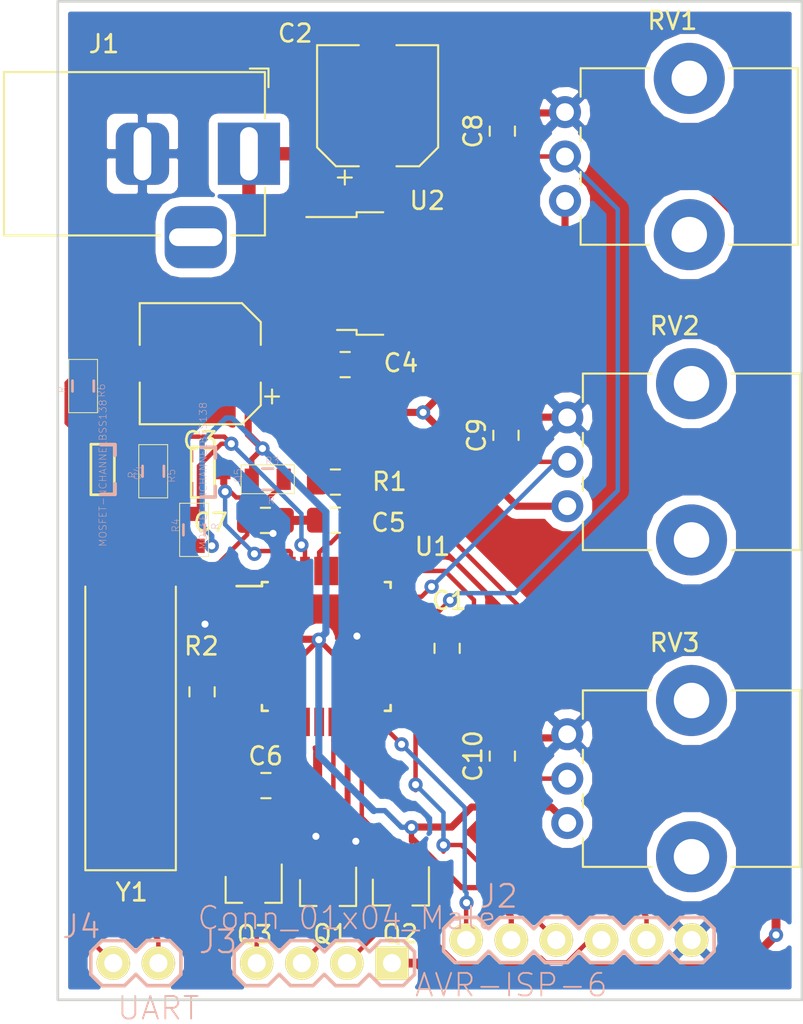
<source format=kicad_pcb>
(kicad_pcb (version 20171130) (host pcbnew 5.0.2-bee76a0~70~ubuntu18.04.1)

  (general
    (thickness 1.6)
    (drawings 4)
    (tracks 266)
    (zones 0)
    (modules 31)
    (nets 38)
  )

  (page A4)
  (layers
    (0 F.Cu signal)
    (31 B.Cu signal)
    (32 B.Adhes user)
    (33 F.Adhes user)
    (34 B.Paste user)
    (35 F.Paste user)
    (36 B.SilkS user)
    (37 F.SilkS user)
    (38 B.Mask user)
    (39 F.Mask user)
    (40 Dwgs.User user)
    (41 Cmts.User user)
    (42 Eco1.User user)
    (43 Eco2.User user)
    (44 Edge.Cuts user)
    (45 Margin user)
    (46 B.CrtYd user)
    (47 F.CrtYd user)
    (48 B.Fab user)
    (49 F.Fab user)
  )

  (setup
    (last_trace_width 0.25)
    (trace_clearance 0.2)
    (zone_clearance 0.508)
    (zone_45_only no)
    (trace_min 0.2)
    (segment_width 0.2)
    (edge_width 0.15)
    (via_size 0.8)
    (via_drill 0.4)
    (via_min_size 0.4)
    (via_min_drill 0.3)
    (uvia_size 0.3)
    (uvia_drill 0.1)
    (uvias_allowed no)
    (uvia_min_size 0.2)
    (uvia_min_drill 0.1)
    (pcb_text_width 0.3)
    (pcb_text_size 1.5 1.5)
    (mod_edge_width 0.15)
    (mod_text_size 1 1)
    (mod_text_width 0.15)
    (pad_size 1.524 1.524)
    (pad_drill 0.762)
    (pad_to_mask_clearance 0.051)
    (solder_mask_min_width 0.25)
    (aux_axis_origin 0 0)
    (visible_elements FFFDFF7F)
    (pcbplotparams
      (layerselection 0x010fc_ffffffff)
      (usegerberextensions false)
      (usegerberattributes false)
      (usegerberadvancedattributes false)
      (creategerberjobfile false)
      (excludeedgelayer true)
      (linewidth 0.100000)
      (plotframeref false)
      (viasonmask false)
      (mode 1)
      (useauxorigin false)
      (hpglpennumber 1)
      (hpglpenspeed 20)
      (hpglpendiameter 15.000000)
      (psnegative false)
      (psa4output false)
      (plotreference true)
      (plotvalue true)
      (plotinvisibletext false)
      (padsonsilk false)
      (subtractmaskfromsilk false)
      (outputformat 1)
      (mirror false)
      (drillshape 0)
      (scaleselection 1)
      (outputdirectory "LEDs_gerbers_2018-12-03/"))
  )

  (net 0 "")
  (net 1 GND)
  (net 2 "Net-(C1-Pad1)")
  (net 3 +12V)
  (net 4 +5V)
  (net 5 /RESET)
  (net 6 /RED_POT)
  (net 7 /GREEN_POT)
  (net 8 /BLUE_POT)
  (net 9 "Net-(J1-Pad3)")
  (net 10 /MISO)
  (net 11 /SCK)
  (net 12 /GREEN_PWM_OUT)
  (net 13 /GREEN_LED_OUT)
  (net 14 /RED_LED_OUT)
  (net 15 /BLUE_LED_OUT)
  (net 16 /RED_PWM_OUT)
  (net 17 /BLUE_PWM_OUT)
  (net 18 "Net-(U1-Pad1)")
  (net 19 "Net-(U1-Pad2)")
  (net 20 "Net-(U1-Pad9)")
  (net 21 "Net-(U1-Pad11)")
  (net 22 "Net-(U1-Pad12)")
  (net 23 "Net-(U1-Pad14)")
  (net 24 "Net-(U1-Pad19)")
  (net 25 "Net-(U1-Pad22)")
  (net 26 "Net-(U1-Pad26)")
  (net 27 "Net-(U1-Pad27)")
  (net 28 "Net-(U1-Pad28)")
  (net 29 "Net-(U1-Pad32)")
  (net 30 /XTAL1)
  (net 31 /XTAL2)
  (net 32 /UART_RX_LEVELSHIFTED)
  (net 33 /UART_TX_LEVELSHIFTED)
  (net 34 "Net-(Q4-Pad1)")
  (net 35 /RXD)
  (net 36 "Net-(Q5-Pad3)")
  (net 37 "Net-(Q5-Pad1)")

  (net_class Default "This is the default net class."
    (clearance 0.2)
    (trace_width 0.25)
    (via_dia 0.8)
    (via_drill 0.4)
    (uvia_dia 0.3)
    (uvia_drill 0.1)
    (add_net /BLUE_LED_OUT)
    (add_net /BLUE_POT)
    (add_net /BLUE_PWM_OUT)
    (add_net /GREEN_LED_OUT)
    (add_net /GREEN_POT)
    (add_net /GREEN_PWM_OUT)
    (add_net /MISO)
    (add_net /RED_LED_OUT)
    (add_net /RED_POT)
    (add_net /RED_PWM_OUT)
    (add_net /RESET)
    (add_net /RXD)
    (add_net /SCK)
    (add_net /UART_RX_LEVELSHIFTED)
    (add_net /UART_TX_LEVELSHIFTED)
    (add_net /XTAL1)
    (add_net /XTAL2)
    (add_net "Net-(C1-Pad1)")
    (add_net "Net-(J1-Pad3)")
    (add_net "Net-(Q4-Pad1)")
    (add_net "Net-(Q5-Pad1)")
    (add_net "Net-(Q5-Pad3)")
    (add_net "Net-(U1-Pad1)")
    (add_net "Net-(U1-Pad11)")
    (add_net "Net-(U1-Pad12)")
    (add_net "Net-(U1-Pad14)")
    (add_net "Net-(U1-Pad19)")
    (add_net "Net-(U1-Pad2)")
    (add_net "Net-(U1-Pad22)")
    (add_net "Net-(U1-Pad26)")
    (add_net "Net-(U1-Pad27)")
    (add_net "Net-(U1-Pad28)")
    (add_net "Net-(U1-Pad32)")
    (add_net "Net-(U1-Pad9)")
  )

  (net_class 12v ""
    (clearance 0.3)
    (trace_width 0.5)
    (via_dia 0.8)
    (via_drill 0.4)
    (uvia_dia 0.3)
    (uvia_drill 0.1)
    (add_net +12V)
  )

  (net_class pwr ""
    (clearance 0.3)
    (trace_width 0.3)
    (via_dia 0.8)
    (via_drill 0.4)
    (uvia_dia 0.3)
    (uvia_drill 0.1)
    (add_net +5V)
    (add_net GND)
  )

  (module SparkFun-Connectors:1X06 (layer F.Cu) (tedit 200000) (tstamp 5DFFD5FF)
    (at 153.88 120)
    (path /5C074661)
    (attr virtual)
    (fp_text reference J2 (at 1.8288 -2.4638) (layer B.SilkS)
      (effects (font (size 1.27 1.27) (thickness 0.127)))
    )
    (fp_text value AVR-ISP-6 (at 2.54 2.54) (layer B.SilkS)
      (effects (font (size 1.27 1.27) (thickness 0.1016)))
    )
    (fp_line (start 12.446 0.254) (end 12.954 0.254) (layer F.SilkS) (width 0.06604))
    (fp_line (start 12.954 0.254) (end 12.954 -0.254) (layer F.SilkS) (width 0.06604))
    (fp_line (start 12.446 -0.254) (end 12.954 -0.254) (layer F.SilkS) (width 0.06604))
    (fp_line (start 12.446 0.254) (end 12.446 -0.254) (layer F.SilkS) (width 0.06604))
    (fp_line (start 9.906 0.254) (end 10.414 0.254) (layer F.SilkS) (width 0.06604))
    (fp_line (start 10.414 0.254) (end 10.414 -0.254) (layer F.SilkS) (width 0.06604))
    (fp_line (start 9.906 -0.254) (end 10.414 -0.254) (layer F.SilkS) (width 0.06604))
    (fp_line (start 9.906 0.254) (end 9.906 -0.254) (layer F.SilkS) (width 0.06604))
    (fp_line (start 7.366 0.254) (end 7.874 0.254) (layer F.SilkS) (width 0.06604))
    (fp_line (start 7.874 0.254) (end 7.874 -0.254) (layer F.SilkS) (width 0.06604))
    (fp_line (start 7.366 -0.254) (end 7.874 -0.254) (layer F.SilkS) (width 0.06604))
    (fp_line (start 7.366 0.254) (end 7.366 -0.254) (layer F.SilkS) (width 0.06604))
    (fp_line (start 4.826 0.254) (end 5.334 0.254) (layer F.SilkS) (width 0.06604))
    (fp_line (start 5.334 0.254) (end 5.334 -0.254) (layer F.SilkS) (width 0.06604))
    (fp_line (start 4.826 -0.254) (end 5.334 -0.254) (layer F.SilkS) (width 0.06604))
    (fp_line (start 4.826 0.254) (end 4.826 -0.254) (layer F.SilkS) (width 0.06604))
    (fp_line (start 2.286 0.254) (end 2.794 0.254) (layer F.SilkS) (width 0.06604))
    (fp_line (start 2.794 0.254) (end 2.794 -0.254) (layer F.SilkS) (width 0.06604))
    (fp_line (start 2.286 -0.254) (end 2.794 -0.254) (layer F.SilkS) (width 0.06604))
    (fp_line (start 2.286 0.254) (end 2.286 -0.254) (layer F.SilkS) (width 0.06604))
    (fp_line (start -0.254 0.254) (end 0.254 0.254) (layer F.SilkS) (width 0.06604))
    (fp_line (start 0.254 0.254) (end 0.254 -0.254) (layer F.SilkS) (width 0.06604))
    (fp_line (start -0.254 -0.254) (end 0.254 -0.254) (layer F.SilkS) (width 0.06604))
    (fp_line (start -0.254 0.254) (end -0.254 -0.254) (layer F.SilkS) (width 0.06604))
    (fp_line (start 11.43 -0.635) (end 12.065 -1.27) (layer B.SilkS) (width 0.2032))
    (fp_line (start 12.065 -1.27) (end 13.335 -1.27) (layer B.SilkS) (width 0.2032))
    (fp_line (start 13.335 -1.27) (end 13.97 -0.635) (layer B.SilkS) (width 0.2032))
    (fp_line (start 13.97 0.635) (end 13.335 1.27) (layer B.SilkS) (width 0.2032))
    (fp_line (start 13.335 1.27) (end 12.065 1.27) (layer B.SilkS) (width 0.2032))
    (fp_line (start 12.065 1.27) (end 11.43 0.635) (layer B.SilkS) (width 0.2032))
    (fp_line (start 6.985 -1.27) (end 8.255 -1.27) (layer B.SilkS) (width 0.2032))
    (fp_line (start 8.255 -1.27) (end 8.89 -0.635) (layer B.SilkS) (width 0.2032))
    (fp_line (start 8.89 0.635) (end 8.255 1.27) (layer B.SilkS) (width 0.2032))
    (fp_line (start 8.89 -0.635) (end 9.525 -1.27) (layer B.SilkS) (width 0.2032))
    (fp_line (start 9.525 -1.27) (end 10.795 -1.27) (layer B.SilkS) (width 0.2032))
    (fp_line (start 10.795 -1.27) (end 11.43 -0.635) (layer B.SilkS) (width 0.2032))
    (fp_line (start 11.43 0.635) (end 10.795 1.27) (layer B.SilkS) (width 0.2032))
    (fp_line (start 10.795 1.27) (end 9.525 1.27) (layer B.SilkS) (width 0.2032))
    (fp_line (start 9.525 1.27) (end 8.89 0.635) (layer B.SilkS) (width 0.2032))
    (fp_line (start 3.81 -0.635) (end 4.445 -1.27) (layer B.SilkS) (width 0.2032))
    (fp_line (start 4.445 -1.27) (end 5.715 -1.27) (layer B.SilkS) (width 0.2032))
    (fp_line (start 5.715 -1.27) (end 6.35 -0.635) (layer B.SilkS) (width 0.2032))
    (fp_line (start 6.35 0.635) (end 5.715 1.27) (layer B.SilkS) (width 0.2032))
    (fp_line (start 5.715 1.27) (end 4.445 1.27) (layer B.SilkS) (width 0.2032))
    (fp_line (start 4.445 1.27) (end 3.81 0.635) (layer B.SilkS) (width 0.2032))
    (fp_line (start 6.985 -1.27) (end 6.35 -0.635) (layer B.SilkS) (width 0.2032))
    (fp_line (start 6.35 0.635) (end 6.985 1.27) (layer B.SilkS) (width 0.2032))
    (fp_line (start 8.255 1.27) (end 6.985 1.27) (layer B.SilkS) (width 0.2032))
    (fp_line (start -0.635 -1.27) (end 0.635 -1.27) (layer B.SilkS) (width 0.2032))
    (fp_line (start 0.635 -1.27) (end 1.27 -0.635) (layer B.SilkS) (width 0.2032))
    (fp_line (start 1.27 0.635) (end 0.635 1.27) (layer B.SilkS) (width 0.2032))
    (fp_line (start 1.27 -0.635) (end 1.905 -1.27) (layer B.SilkS) (width 0.2032))
    (fp_line (start 1.905 -1.27) (end 3.175 -1.27) (layer B.SilkS) (width 0.2032))
    (fp_line (start 3.175 -1.27) (end 3.81 -0.635) (layer B.SilkS) (width 0.2032))
    (fp_line (start 3.81 0.635) (end 3.175 1.27) (layer B.SilkS) (width 0.2032))
    (fp_line (start 3.175 1.27) (end 1.905 1.27) (layer B.SilkS) (width 0.2032))
    (fp_line (start 1.905 1.27) (end 1.27 0.635) (layer B.SilkS) (width 0.2032))
    (fp_line (start -1.27 -0.635) (end -1.27 0.635) (layer B.SilkS) (width 0.2032))
    (fp_line (start -0.635 -1.27) (end -1.27 -0.635) (layer B.SilkS) (width 0.2032))
    (fp_line (start -1.27 0.635) (end -0.635 1.27) (layer B.SilkS) (width 0.2032))
    (fp_line (start 0.635 1.27) (end -0.635 1.27) (layer B.SilkS) (width 0.2032))
    (fp_line (start 13.97 -0.635) (end 13.97 0.635) (layer B.SilkS) (width 0.2032))
    (pad 1 thru_hole circle (at 0 0) (size 1.8796 1.8796) (drill 1.016) (layers F&B.Cu F.Paste F.SilkS F.Mask)
      (net 10 /MISO))
    (pad 2 thru_hole circle (at 2.54 0) (size 1.8796 1.8796) (drill 1.016) (layers F&B.Cu F.Paste F.SilkS F.Mask)
      (net 4 +5V))
    (pad 3 thru_hole circle (at 5.08 0) (size 1.8796 1.8796) (drill 1.016) (layers F&B.Cu F.Paste F.SilkS F.Mask)
      (net 11 /SCK))
    (pad 4 thru_hole circle (at 7.62 0) (size 1.8796 1.8796) (drill 1.016) (layers F&B.Cu F.Paste F.SilkS F.Mask)
      (net 12 /GREEN_PWM_OUT))
    (pad 5 thru_hole circle (at 10.16 0) (size 1.8796 1.8796) (drill 1.016) (layers F&B.Cu F.Paste F.SilkS F.Mask)
      (net 5 /RESET))
    (pad 6 thru_hole circle (at 12.7 0) (size 1.8796 1.8796) (drill 1.016) (layers F&B.Cu F.Paste F.SilkS F.Mask)
      (net 1 GND))
  )

  (module Capacitor_SMD:C_0805_2012Metric_Pad1.15x1.40mm_HandSolder (layer F.Cu) (tedit 5B36C52B) (tstamp 5C0C287F)
    (at 152.8064 103.5722 90)
    (descr "Capacitor SMD 0805 (2012 Metric), square (rectangular) end terminal, IPC_7351 nominal with elongated pad for handsoldering. (Body size source: https://docs.google.com/spreadsheets/d/1BsfQQcO9C6DZCsRaXUlFlo91Tg2WpOkGARC1WS5S8t0/edit?usp=sharing), generated with kicad-footprint-generator")
    (tags "capacitor handsolder")
    (path /5C064824)
    (attr smd)
    (fp_text reference C1 (at 2.6834 0.127 180) (layer F.SilkS)
      (effects (font (size 1 1) (thickness 0.15)))
    )
    (fp_text value 0.1uF (at 0 1.65 90) (layer F.Fab)
      (effects (font (size 1 1) (thickness 0.15)))
    )
    (fp_text user %R (at 0 0 90) (layer F.Fab)
      (effects (font (size 0.5 0.5) (thickness 0.08)))
    )
    (fp_line (start 1.85 0.95) (end -1.85 0.95) (layer F.CrtYd) (width 0.05))
    (fp_line (start 1.85 -0.95) (end 1.85 0.95) (layer F.CrtYd) (width 0.05))
    (fp_line (start -1.85 -0.95) (end 1.85 -0.95) (layer F.CrtYd) (width 0.05))
    (fp_line (start -1.85 0.95) (end -1.85 -0.95) (layer F.CrtYd) (width 0.05))
    (fp_line (start -0.261252 0.71) (end 0.261252 0.71) (layer F.SilkS) (width 0.12))
    (fp_line (start -0.261252 -0.71) (end 0.261252 -0.71) (layer F.SilkS) (width 0.12))
    (fp_line (start 1 0.6) (end -1 0.6) (layer F.Fab) (width 0.1))
    (fp_line (start 1 -0.6) (end 1 0.6) (layer F.Fab) (width 0.1))
    (fp_line (start -1 -0.6) (end 1 -0.6) (layer F.Fab) (width 0.1))
    (fp_line (start -1 0.6) (end -1 -0.6) (layer F.Fab) (width 0.1))
    (pad 2 smd roundrect (at 1.025 0 90) (size 1.15 1.4) (layers F.Cu F.Paste F.Mask) (roundrect_rratio 0.217391)
      (net 1 GND))
    (pad 1 smd roundrect (at -1.025 0 90) (size 1.15 1.4) (layers F.Cu F.Paste F.Mask) (roundrect_rratio 0.217391)
      (net 2 "Net-(C1-Pad1)"))
    (model ${KISYS3DMOD}/Capacitor_SMD.3dshapes/C_0805_2012Metric.wrl
      (at (xyz 0 0 0))
      (scale (xyz 1 1 1))
      (rotate (xyz 0 0 0))
    )
  )

  (module Capacitor_SMD:CP_Elec_6.3x7.7 (layer F.Cu) (tedit 5A841F9D) (tstamp 5C0C28A7)
    (at 148.890996 73.012071 90)
    (descr "SMT capacitor, aluminium electrolytic, 6.3x7.7, Nichicon ")
    (tags "Capacitor Electrolytic")
    (path /5C05CFCF)
    (attr smd)
    (fp_text reference C2 (at 4.076471 -4.644396 180) (layer F.SilkS)
      (effects (font (size 1 1) (thickness 0.15)))
    )
    (fp_text value 47uF (at 0 4.35 90) (layer F.Fab)
      (effects (font (size 1 1) (thickness 0.15)))
    )
    (fp_circle (center 0 0) (end 3.15 0) (layer F.Fab) (width 0.1))
    (fp_line (start 3.3 -3.3) (end 3.3 3.3) (layer F.Fab) (width 0.1))
    (fp_line (start -2.3 -3.3) (end 3.3 -3.3) (layer F.Fab) (width 0.1))
    (fp_line (start -2.3 3.3) (end 3.3 3.3) (layer F.Fab) (width 0.1))
    (fp_line (start -3.3 -2.3) (end -3.3 2.3) (layer F.Fab) (width 0.1))
    (fp_line (start -3.3 -2.3) (end -2.3 -3.3) (layer F.Fab) (width 0.1))
    (fp_line (start -3.3 2.3) (end -2.3 3.3) (layer F.Fab) (width 0.1))
    (fp_line (start -2.704838 -1.33) (end -2.074838 -1.33) (layer F.Fab) (width 0.1))
    (fp_line (start -2.389838 -1.645) (end -2.389838 -1.015) (layer F.Fab) (width 0.1))
    (fp_line (start 3.41 3.41) (end 3.41 1.06) (layer F.SilkS) (width 0.12))
    (fp_line (start 3.41 -3.41) (end 3.41 -1.06) (layer F.SilkS) (width 0.12))
    (fp_line (start -2.345563 -3.41) (end 3.41 -3.41) (layer F.SilkS) (width 0.12))
    (fp_line (start -2.345563 3.41) (end 3.41 3.41) (layer F.SilkS) (width 0.12))
    (fp_line (start -3.41 2.345563) (end -3.41 1.06) (layer F.SilkS) (width 0.12))
    (fp_line (start -3.41 -2.345563) (end -3.41 -1.06) (layer F.SilkS) (width 0.12))
    (fp_line (start -3.41 -2.345563) (end -2.345563 -3.41) (layer F.SilkS) (width 0.12))
    (fp_line (start -3.41 2.345563) (end -2.345563 3.41) (layer F.SilkS) (width 0.12))
    (fp_line (start -4.4375 -1.8475) (end -3.65 -1.8475) (layer F.SilkS) (width 0.12))
    (fp_line (start -4.04375 -2.24125) (end -4.04375 -1.45375) (layer F.SilkS) (width 0.12))
    (fp_line (start 3.55 -3.55) (end 3.55 -1.05) (layer F.CrtYd) (width 0.05))
    (fp_line (start 3.55 -1.05) (end 4.7 -1.05) (layer F.CrtYd) (width 0.05))
    (fp_line (start 4.7 -1.05) (end 4.7 1.05) (layer F.CrtYd) (width 0.05))
    (fp_line (start 4.7 1.05) (end 3.55 1.05) (layer F.CrtYd) (width 0.05))
    (fp_line (start 3.55 1.05) (end 3.55 3.55) (layer F.CrtYd) (width 0.05))
    (fp_line (start -2.4 3.55) (end 3.55 3.55) (layer F.CrtYd) (width 0.05))
    (fp_line (start -2.4 -3.55) (end 3.55 -3.55) (layer F.CrtYd) (width 0.05))
    (fp_line (start -3.55 2.4) (end -2.4 3.55) (layer F.CrtYd) (width 0.05))
    (fp_line (start -3.55 -2.4) (end -2.4 -3.55) (layer F.CrtYd) (width 0.05))
    (fp_line (start -3.55 -2.4) (end -3.55 -1.05) (layer F.CrtYd) (width 0.05))
    (fp_line (start -3.55 1.05) (end -3.55 2.4) (layer F.CrtYd) (width 0.05))
    (fp_line (start -3.55 -1.05) (end -4.7 -1.05) (layer F.CrtYd) (width 0.05))
    (fp_line (start -4.7 -1.05) (end -4.7 1.05) (layer F.CrtYd) (width 0.05))
    (fp_line (start -4.7 1.05) (end -3.55 1.05) (layer F.CrtYd) (width 0.05))
    (fp_text user %R (at 0 0 90) (layer F.Fab)
      (effects (font (size 1 1) (thickness 0.15)))
    )
    (pad 1 smd rect (at -2.7 0 90) (size 3.5 1.6) (layers F.Cu F.Paste F.Mask)
      (net 3 +12V))
    (pad 2 smd rect (at 2.7 0 90) (size 3.5 1.6) (layers F.Cu F.Paste F.Mask)
      (net 1 GND))
    (model ${KISYS3DMOD}/Capacitor_SMD.3dshapes/CP_Elec_6.3x7.7.wrl
      (at (xyz 0 0 0))
      (scale (xyz 1 1 1))
      (rotate (xyz 0 0 0))
    )
  )

  (module Capacitor_SMD:CP_Elec_6.3x7.7 (layer F.Cu) (tedit 5A841F9D) (tstamp 5C0C28CF)
    (at 138.8999 87.5411 180)
    (descr "SMT capacitor, aluminium electrolytic, 6.3x7.7, Nichicon ")
    (tags "Capacitor Electrolytic")
    (path /5C05D563)
    (attr smd)
    (fp_text reference C3 (at 0 -4.35 180) (layer F.SilkS)
      (effects (font (size 1 1) (thickness 0.15)))
    )
    (fp_text value 47uF (at 0 4.35 180) (layer F.Fab)
      (effects (font (size 1 1) (thickness 0.15)))
    )
    (fp_text user %R (at 0 0 180) (layer F.Fab)
      (effects (font (size 1 1) (thickness 0.15)))
    )
    (fp_line (start -4.7 1.05) (end -3.55 1.05) (layer F.CrtYd) (width 0.05))
    (fp_line (start -4.7 -1.05) (end -4.7 1.05) (layer F.CrtYd) (width 0.05))
    (fp_line (start -3.55 -1.05) (end -4.7 -1.05) (layer F.CrtYd) (width 0.05))
    (fp_line (start -3.55 1.05) (end -3.55 2.4) (layer F.CrtYd) (width 0.05))
    (fp_line (start -3.55 -2.4) (end -3.55 -1.05) (layer F.CrtYd) (width 0.05))
    (fp_line (start -3.55 -2.4) (end -2.4 -3.55) (layer F.CrtYd) (width 0.05))
    (fp_line (start -3.55 2.4) (end -2.4 3.55) (layer F.CrtYd) (width 0.05))
    (fp_line (start -2.4 -3.55) (end 3.55 -3.55) (layer F.CrtYd) (width 0.05))
    (fp_line (start -2.4 3.55) (end 3.55 3.55) (layer F.CrtYd) (width 0.05))
    (fp_line (start 3.55 1.05) (end 3.55 3.55) (layer F.CrtYd) (width 0.05))
    (fp_line (start 4.7 1.05) (end 3.55 1.05) (layer F.CrtYd) (width 0.05))
    (fp_line (start 4.7 -1.05) (end 4.7 1.05) (layer F.CrtYd) (width 0.05))
    (fp_line (start 3.55 -1.05) (end 4.7 -1.05) (layer F.CrtYd) (width 0.05))
    (fp_line (start 3.55 -3.55) (end 3.55 -1.05) (layer F.CrtYd) (width 0.05))
    (fp_line (start -4.04375 -2.24125) (end -4.04375 -1.45375) (layer F.SilkS) (width 0.12))
    (fp_line (start -4.4375 -1.8475) (end -3.65 -1.8475) (layer F.SilkS) (width 0.12))
    (fp_line (start -3.41 2.345563) (end -2.345563 3.41) (layer F.SilkS) (width 0.12))
    (fp_line (start -3.41 -2.345563) (end -2.345563 -3.41) (layer F.SilkS) (width 0.12))
    (fp_line (start -3.41 -2.345563) (end -3.41 -1.06) (layer F.SilkS) (width 0.12))
    (fp_line (start -3.41 2.345563) (end -3.41 1.06) (layer F.SilkS) (width 0.12))
    (fp_line (start -2.345563 3.41) (end 3.41 3.41) (layer F.SilkS) (width 0.12))
    (fp_line (start -2.345563 -3.41) (end 3.41 -3.41) (layer F.SilkS) (width 0.12))
    (fp_line (start 3.41 -3.41) (end 3.41 -1.06) (layer F.SilkS) (width 0.12))
    (fp_line (start 3.41 3.41) (end 3.41 1.06) (layer F.SilkS) (width 0.12))
    (fp_line (start -2.389838 -1.645) (end -2.389838 -1.015) (layer F.Fab) (width 0.1))
    (fp_line (start -2.704838 -1.33) (end -2.074838 -1.33) (layer F.Fab) (width 0.1))
    (fp_line (start -3.3 2.3) (end -2.3 3.3) (layer F.Fab) (width 0.1))
    (fp_line (start -3.3 -2.3) (end -2.3 -3.3) (layer F.Fab) (width 0.1))
    (fp_line (start -3.3 -2.3) (end -3.3 2.3) (layer F.Fab) (width 0.1))
    (fp_line (start -2.3 3.3) (end 3.3 3.3) (layer F.Fab) (width 0.1))
    (fp_line (start -2.3 -3.3) (end 3.3 -3.3) (layer F.Fab) (width 0.1))
    (fp_line (start 3.3 -3.3) (end 3.3 3.3) (layer F.Fab) (width 0.1))
    (fp_circle (center 0 0) (end 3.15 0) (layer F.Fab) (width 0.1))
    (pad 2 smd rect (at 2.7 0 180) (size 3.5 1.6) (layers F.Cu F.Paste F.Mask)
      (net 1 GND))
    (pad 1 smd rect (at -2.7 0 180) (size 3.5 1.6) (layers F.Cu F.Paste F.Mask)
      (net 4 +5V))
    (model ${KISYS3DMOD}/Capacitor_SMD.3dshapes/CP_Elec_6.3x7.7.wrl
      (at (xyz 0 0 0))
      (scale (xyz 1 1 1))
      (rotate (xyz 0 0 0))
    )
  )

  (module Capacitor_SMD:C_0805_2012Metric_Pad1.15x1.40mm_HandSolder (layer F.Cu) (tedit 5B36C52B) (tstamp 5C0C28E0)
    (at 147.0623 87.5919)
    (descr "Capacitor SMD 0805 (2012 Metric), square (rectangular) end terminal, IPC_7351 nominal with elongated pad for handsoldering. (Body size source: https://docs.google.com/spreadsheets/d/1BsfQQcO9C6DZCsRaXUlFlo91Tg2WpOkGARC1WS5S8t0/edit?usp=sharing), generated with kicad-footprint-generator")
    (tags "capacitor handsolder")
    (path /5C05FDE2)
    (attr smd)
    (fp_text reference C4 (at 3.1406 -0.0889) (layer F.SilkS)
      (effects (font (size 1 1) (thickness 0.15)))
    )
    (fp_text value 0.1uF (at 0 1.65) (layer F.Fab)
      (effects (font (size 1 1) (thickness 0.15)))
    )
    (fp_line (start -1 0.6) (end -1 -0.6) (layer F.Fab) (width 0.1))
    (fp_line (start -1 -0.6) (end 1 -0.6) (layer F.Fab) (width 0.1))
    (fp_line (start 1 -0.6) (end 1 0.6) (layer F.Fab) (width 0.1))
    (fp_line (start 1 0.6) (end -1 0.6) (layer F.Fab) (width 0.1))
    (fp_line (start -0.261252 -0.71) (end 0.261252 -0.71) (layer F.SilkS) (width 0.12))
    (fp_line (start -0.261252 0.71) (end 0.261252 0.71) (layer F.SilkS) (width 0.12))
    (fp_line (start -1.85 0.95) (end -1.85 -0.95) (layer F.CrtYd) (width 0.05))
    (fp_line (start -1.85 -0.95) (end 1.85 -0.95) (layer F.CrtYd) (width 0.05))
    (fp_line (start 1.85 -0.95) (end 1.85 0.95) (layer F.CrtYd) (width 0.05))
    (fp_line (start 1.85 0.95) (end -1.85 0.95) (layer F.CrtYd) (width 0.05))
    (fp_text user %R (at 0 0) (layer F.Fab)
      (effects (font (size 0.5 0.5) (thickness 0.08)))
    )
    (pad 1 smd roundrect (at -1.025 0) (size 1.15 1.4) (layers F.Cu F.Paste F.Mask) (roundrect_rratio 0.217391)
      (net 4 +5V))
    (pad 2 smd roundrect (at 1.025 0) (size 1.15 1.4) (layers F.Cu F.Paste F.Mask) (roundrect_rratio 0.217391)
      (net 1 GND))
    (model ${KISYS3DMOD}/Capacitor_SMD.3dshapes/C_0805_2012Metric.wrl
      (at (xyz 0 0 0))
      (scale (xyz 1 1 1))
      (rotate (xyz 0 0 0))
    )
  )

  (module Capacitor_SMD:C_0805_2012Metric_Pad1.15x1.40mm_HandSolder (layer F.Cu) (tedit 5B36C52B) (tstamp 5C0D6D8C)
    (at 146.5109 96.3549 180)
    (descr "Capacitor SMD 0805 (2012 Metric), square (rectangular) end terminal, IPC_7351 nominal with elongated pad for handsoldering. (Body size source: https://docs.google.com/spreadsheets/d/1BsfQQcO9C6DZCsRaXUlFlo91Tg2WpOkGARC1WS5S8t0/edit?usp=sharing), generated with kicad-footprint-generator")
    (tags "capacitor handsolder")
    (path /5C0C483A)
    (attr smd)
    (fp_text reference C5 (at -2.9935 -0.1397 180) (layer F.SilkS)
      (effects (font (size 1 1) (thickness 0.15)))
    )
    (fp_text value 0.1uF (at 0 1.65 180) (layer F.Fab)
      (effects (font (size 1 1) (thickness 0.15)))
    )
    (fp_text user %R (at 0 0 180) (layer F.Fab)
      (effects (font (size 0.5 0.5) (thickness 0.08)))
    )
    (fp_line (start 1.85 0.95) (end -1.85 0.95) (layer F.CrtYd) (width 0.05))
    (fp_line (start 1.85 -0.95) (end 1.85 0.95) (layer F.CrtYd) (width 0.05))
    (fp_line (start -1.85 -0.95) (end 1.85 -0.95) (layer F.CrtYd) (width 0.05))
    (fp_line (start -1.85 0.95) (end -1.85 -0.95) (layer F.CrtYd) (width 0.05))
    (fp_line (start -0.261252 0.71) (end 0.261252 0.71) (layer F.SilkS) (width 0.12))
    (fp_line (start -0.261252 -0.71) (end 0.261252 -0.71) (layer F.SilkS) (width 0.12))
    (fp_line (start 1 0.6) (end -1 0.6) (layer F.Fab) (width 0.1))
    (fp_line (start 1 -0.6) (end 1 0.6) (layer F.Fab) (width 0.1))
    (fp_line (start -1 -0.6) (end 1 -0.6) (layer F.Fab) (width 0.1))
    (fp_line (start -1 0.6) (end -1 -0.6) (layer F.Fab) (width 0.1))
    (pad 2 smd roundrect (at 1.025 0 180) (size 1.15 1.4) (layers F.Cu F.Paste F.Mask) (roundrect_rratio 0.217391)
      (net 1 GND))
    (pad 1 smd roundrect (at -1.025 0 180) (size 1.15 1.4) (layers F.Cu F.Paste F.Mask) (roundrect_rratio 0.217391)
      (net 5 /RESET))
    (model ${KISYS3DMOD}/Capacitor_SMD.3dshapes/C_0805_2012Metric.wrl
      (at (xyz 0 0 0))
      (scale (xyz 1 1 1))
      (rotate (xyz 0 0 0))
    )
  )

  (module Capacitor_SMD:C_0805_2012Metric_Pad1.15x1.40mm_HandSolder (layer F.Cu) (tedit 5B36C52B) (tstamp 5C0C2902)
    (at 142.5993 111.3028)
    (descr "Capacitor SMD 0805 (2012 Metric), square (rectangular) end terminal, IPC_7351 nominal with elongated pad for handsoldering. (Body size source: https://docs.google.com/spreadsheets/d/1BsfQQcO9C6DZCsRaXUlFlo91Tg2WpOkGARC1WS5S8t0/edit?usp=sharing), generated with kicad-footprint-generator")
    (tags "capacitor handsolder")
    (path /5C06C634)
    (attr smd)
    (fp_text reference C6 (at -0.0164 -1.6637) (layer F.SilkS)
      (effects (font (size 1 1) (thickness 0.15)))
    )
    (fp_text value 22pF (at 0 1.65) (layer F.Fab)
      (effects (font (size 1 1) (thickness 0.15)))
    )
    (fp_line (start -1 0.6) (end -1 -0.6) (layer F.Fab) (width 0.1))
    (fp_line (start -1 -0.6) (end 1 -0.6) (layer F.Fab) (width 0.1))
    (fp_line (start 1 -0.6) (end 1 0.6) (layer F.Fab) (width 0.1))
    (fp_line (start 1 0.6) (end -1 0.6) (layer F.Fab) (width 0.1))
    (fp_line (start -0.261252 -0.71) (end 0.261252 -0.71) (layer F.SilkS) (width 0.12))
    (fp_line (start -0.261252 0.71) (end 0.261252 0.71) (layer F.SilkS) (width 0.12))
    (fp_line (start -1.85 0.95) (end -1.85 -0.95) (layer F.CrtYd) (width 0.05))
    (fp_line (start -1.85 -0.95) (end 1.85 -0.95) (layer F.CrtYd) (width 0.05))
    (fp_line (start 1.85 -0.95) (end 1.85 0.95) (layer F.CrtYd) (width 0.05))
    (fp_line (start 1.85 0.95) (end -1.85 0.95) (layer F.CrtYd) (width 0.05))
    (fp_text user %R (at 0 0) (layer F.Fab)
      (effects (font (size 0.5 0.5) (thickness 0.08)))
    )
    (pad 1 smd roundrect (at -1.025 0) (size 1.15 1.4) (layers F.Cu F.Paste F.Mask) (roundrect_rratio 0.217391)
      (net 31 /XTAL2))
    (pad 2 smd roundrect (at 1.025 0) (size 1.15 1.4) (layers F.Cu F.Paste F.Mask) (roundrect_rratio 0.217391)
      (net 1 GND))
    (model ${KISYS3DMOD}/Capacitor_SMD.3dshapes/C_0805_2012Metric.wrl
      (at (xyz 0 0 0))
      (scale (xyz 1 1 1))
      (rotate (xyz 0 0 0))
    )
  )

  (module Capacitor_SMD:C_0805_2012Metric_Pad1.15x1.40mm_HandSolder (layer F.Cu) (tedit 5B36C52B) (tstamp 5C0C2913)
    (at 142.5702 96.3676)
    (descr "Capacitor SMD 0805 (2012 Metric), square (rectangular) end terminal, IPC_7351 nominal with elongated pad for handsoldering. (Body size source: https://docs.google.com/spreadsheets/d/1BsfQQcO9C6DZCsRaXUlFlo91Tg2WpOkGARC1WS5S8t0/edit?usp=sharing), generated with kicad-footprint-generator")
    (tags "capacitor handsolder")
    (path /5C06C690)
    (attr smd)
    (fp_text reference C7 (at -3.0861 0.1143) (layer F.SilkS)
      (effects (font (size 1 1) (thickness 0.15)))
    )
    (fp_text value 22pF (at 0 1.65) (layer F.Fab)
      (effects (font (size 1 1) (thickness 0.15)))
    )
    (fp_text user %R (at 0 0) (layer F.Fab)
      (effects (font (size 0.5 0.5) (thickness 0.08)))
    )
    (fp_line (start 1.85 0.95) (end -1.85 0.95) (layer F.CrtYd) (width 0.05))
    (fp_line (start 1.85 -0.95) (end 1.85 0.95) (layer F.CrtYd) (width 0.05))
    (fp_line (start -1.85 -0.95) (end 1.85 -0.95) (layer F.CrtYd) (width 0.05))
    (fp_line (start -1.85 0.95) (end -1.85 -0.95) (layer F.CrtYd) (width 0.05))
    (fp_line (start -0.261252 0.71) (end 0.261252 0.71) (layer F.SilkS) (width 0.12))
    (fp_line (start -0.261252 -0.71) (end 0.261252 -0.71) (layer F.SilkS) (width 0.12))
    (fp_line (start 1 0.6) (end -1 0.6) (layer F.Fab) (width 0.1))
    (fp_line (start 1 -0.6) (end 1 0.6) (layer F.Fab) (width 0.1))
    (fp_line (start -1 -0.6) (end 1 -0.6) (layer F.Fab) (width 0.1))
    (fp_line (start -1 0.6) (end -1 -0.6) (layer F.Fab) (width 0.1))
    (pad 2 smd roundrect (at 1.025 0) (size 1.15 1.4) (layers F.Cu F.Paste F.Mask) (roundrect_rratio 0.217391)
      (net 1 GND))
    (pad 1 smd roundrect (at -1.025 0) (size 1.15 1.4) (layers F.Cu F.Paste F.Mask) (roundrect_rratio 0.217391)
      (net 30 /XTAL1))
    (model ${KISYS3DMOD}/Capacitor_SMD.3dshapes/C_0805_2012Metric.wrl
      (at (xyz 0 0 0))
      (scale (xyz 1 1 1))
      (rotate (xyz 0 0 0))
    )
  )

  (module Capacitor_SMD:C_0805_2012Metric_Pad1.15x1.40mm_HandSolder (layer F.Cu) (tedit 5B36C52B) (tstamp 5C0C2924)
    (at 155.9179 74.4437 90)
    (descr "Capacitor SMD 0805 (2012 Metric), square (rectangular) end terminal, IPC_7351 nominal with elongated pad for handsoldering. (Body size source: https://docs.google.com/spreadsheets/d/1BsfQQcO9C6DZCsRaXUlFlo91Tg2WpOkGARC1WS5S8t0/edit?usp=sharing), generated with kicad-footprint-generator")
    (tags "capacitor handsolder")
    (path /5B2FECB5)
    (attr smd)
    (fp_text reference C8 (at 0 -1.65 90) (layer F.SilkS)
      (effects (font (size 1 1) (thickness 0.15)))
    )
    (fp_text value 1u (at 0 1.65 90) (layer F.Fab)
      (effects (font (size 1 1) (thickness 0.15)))
    )
    (fp_text user %R (at 0 0 90) (layer F.Fab)
      (effects (font (size 0.5 0.5) (thickness 0.08)))
    )
    (fp_line (start 1.85 0.95) (end -1.85 0.95) (layer F.CrtYd) (width 0.05))
    (fp_line (start 1.85 -0.95) (end 1.85 0.95) (layer F.CrtYd) (width 0.05))
    (fp_line (start -1.85 -0.95) (end 1.85 -0.95) (layer F.CrtYd) (width 0.05))
    (fp_line (start -1.85 0.95) (end -1.85 -0.95) (layer F.CrtYd) (width 0.05))
    (fp_line (start -0.261252 0.71) (end 0.261252 0.71) (layer F.SilkS) (width 0.12))
    (fp_line (start -0.261252 -0.71) (end 0.261252 -0.71) (layer F.SilkS) (width 0.12))
    (fp_line (start 1 0.6) (end -1 0.6) (layer F.Fab) (width 0.1))
    (fp_line (start 1 -0.6) (end 1 0.6) (layer F.Fab) (width 0.1))
    (fp_line (start -1 -0.6) (end 1 -0.6) (layer F.Fab) (width 0.1))
    (fp_line (start -1 0.6) (end -1 -0.6) (layer F.Fab) (width 0.1))
    (pad 2 smd roundrect (at 1.025 0 90) (size 1.15 1.4) (layers F.Cu F.Paste F.Mask) (roundrect_rratio 0.217391)
      (net 1 GND))
    (pad 1 smd roundrect (at -1.025 0 90) (size 1.15 1.4) (layers F.Cu F.Paste F.Mask) (roundrect_rratio 0.217391)
      (net 6 /RED_POT))
    (model ${KISYS3DMOD}/Capacitor_SMD.3dshapes/C_0805_2012Metric.wrl
      (at (xyz 0 0 0))
      (scale (xyz 1 1 1))
      (rotate (xyz 0 0 0))
    )
  )

  (module Capacitor_SMD:C_0805_2012Metric_Pad1.15x1.40mm_HandSolder (layer F.Cu) (tedit 5B36C52B) (tstamp 5C0C2935)
    (at 156.1211 91.576 90)
    (descr "Capacitor SMD 0805 (2012 Metric), square (rectangular) end terminal, IPC_7351 nominal with elongated pad for handsoldering. (Body size source: https://docs.google.com/spreadsheets/d/1BsfQQcO9C6DZCsRaXUlFlo91Tg2WpOkGARC1WS5S8t0/edit?usp=sharing), generated with kicad-footprint-generator")
    (tags "capacitor handsolder")
    (path /5B2FECE7)
    (attr smd)
    (fp_text reference C9 (at 0 -1.65 90) (layer F.SilkS)
      (effects (font (size 1 1) (thickness 0.15)))
    )
    (fp_text value 1u (at 0 1.65 90) (layer F.Fab)
      (effects (font (size 1 1) (thickness 0.15)))
    )
    (fp_line (start -1 0.6) (end -1 -0.6) (layer F.Fab) (width 0.1))
    (fp_line (start -1 -0.6) (end 1 -0.6) (layer F.Fab) (width 0.1))
    (fp_line (start 1 -0.6) (end 1 0.6) (layer F.Fab) (width 0.1))
    (fp_line (start 1 0.6) (end -1 0.6) (layer F.Fab) (width 0.1))
    (fp_line (start -0.261252 -0.71) (end 0.261252 -0.71) (layer F.SilkS) (width 0.12))
    (fp_line (start -0.261252 0.71) (end 0.261252 0.71) (layer F.SilkS) (width 0.12))
    (fp_line (start -1.85 0.95) (end -1.85 -0.95) (layer F.CrtYd) (width 0.05))
    (fp_line (start -1.85 -0.95) (end 1.85 -0.95) (layer F.CrtYd) (width 0.05))
    (fp_line (start 1.85 -0.95) (end 1.85 0.95) (layer F.CrtYd) (width 0.05))
    (fp_line (start 1.85 0.95) (end -1.85 0.95) (layer F.CrtYd) (width 0.05))
    (fp_text user %R (at 0 0 90) (layer F.Fab)
      (effects (font (size 0.5 0.5) (thickness 0.08)))
    )
    (pad 1 smd roundrect (at -1.025 0 90) (size 1.15 1.4) (layers F.Cu F.Paste F.Mask) (roundrect_rratio 0.217391)
      (net 7 /GREEN_POT))
    (pad 2 smd roundrect (at 1.025 0 90) (size 1.15 1.4) (layers F.Cu F.Paste F.Mask) (roundrect_rratio 0.217391)
      (net 1 GND))
    (model ${KISYS3DMOD}/Capacitor_SMD.3dshapes/C_0805_2012Metric.wrl
      (at (xyz 0 0 0))
      (scale (xyz 1 1 1))
      (rotate (xyz 0 0 0))
    )
  )

  (module Capacitor_SMD:C_0805_2012Metric_Pad1.15x1.40mm_HandSolder (layer F.Cu) (tedit 5B36C52B) (tstamp 5C0C2946)
    (at 155.9179 109.6428 90)
    (descr "Capacitor SMD 0805 (2012 Metric), square (rectangular) end terminal, IPC_7351 nominal with elongated pad for handsoldering. (Body size source: https://docs.google.com/spreadsheets/d/1BsfQQcO9C6DZCsRaXUlFlo91Tg2WpOkGARC1WS5S8t0/edit?usp=sharing), generated with kicad-footprint-generator")
    (tags "capacitor handsolder")
    (path /5B2FED0F)
    (attr smd)
    (fp_text reference C10 (at 0 -1.65 90) (layer F.SilkS)
      (effects (font (size 1 1) (thickness 0.15)))
    )
    (fp_text value 1u (at 0 1.65 90) (layer F.Fab)
      (effects (font (size 1 1) (thickness 0.15)))
    )
    (fp_line (start -1 0.6) (end -1 -0.6) (layer F.Fab) (width 0.1))
    (fp_line (start -1 -0.6) (end 1 -0.6) (layer F.Fab) (width 0.1))
    (fp_line (start 1 -0.6) (end 1 0.6) (layer F.Fab) (width 0.1))
    (fp_line (start 1 0.6) (end -1 0.6) (layer F.Fab) (width 0.1))
    (fp_line (start -0.261252 -0.71) (end 0.261252 -0.71) (layer F.SilkS) (width 0.12))
    (fp_line (start -0.261252 0.71) (end 0.261252 0.71) (layer F.SilkS) (width 0.12))
    (fp_line (start -1.85 0.95) (end -1.85 -0.95) (layer F.CrtYd) (width 0.05))
    (fp_line (start -1.85 -0.95) (end 1.85 -0.95) (layer F.CrtYd) (width 0.05))
    (fp_line (start 1.85 -0.95) (end 1.85 0.95) (layer F.CrtYd) (width 0.05))
    (fp_line (start 1.85 0.95) (end -1.85 0.95) (layer F.CrtYd) (width 0.05))
    (fp_text user %R (at 0 0 90) (layer F.Fab)
      (effects (font (size 0.5 0.5) (thickness 0.08)))
    )
    (pad 1 smd roundrect (at -1.025 0 90) (size 1.15 1.4) (layers F.Cu F.Paste F.Mask) (roundrect_rratio 0.217391)
      (net 8 /BLUE_POT))
    (pad 2 smd roundrect (at 1.025 0 90) (size 1.15 1.4) (layers F.Cu F.Paste F.Mask) (roundrect_rratio 0.217391)
      (net 1 GND))
    (model ${KISYS3DMOD}/Capacitor_SMD.3dshapes/C_0805_2012Metric.wrl
      (at (xyz 0 0 0))
      (scale (xyz 1 1 1))
      (rotate (xyz 0 0 0))
    )
  )

  (module Connector_BarrelJack:BarrelJack_Horizontal (layer F.Cu) (tedit 5A1DBF6A) (tstamp 5C0D93B4)
    (at 141.6431 75.7174)
    (descr "DC Barrel Jack")
    (tags "Power Jack")
    (path /5B2FF015)
    (fp_text reference J1 (at -8.1661 -6.1849) (layer F.SilkS)
      (effects (font (size 1 1) (thickness 0.15)))
    )
    (fp_text value Barrel_Jack (at -6.2 -5.5) (layer F.Fab)
      (effects (font (size 1 1) (thickness 0.15)))
    )
    (fp_text user %R (at -3 -2.95) (layer F.Fab)
      (effects (font (size 1 1) (thickness 0.15)))
    )
    (fp_line (start -0.003213 -4.505425) (end 0.8 -3.75) (layer F.Fab) (width 0.1))
    (fp_line (start 1.1 -3.75) (end 1.1 -4.8) (layer F.SilkS) (width 0.12))
    (fp_line (start 0.05 -4.8) (end 1.1 -4.8) (layer F.SilkS) (width 0.12))
    (fp_line (start 1 -4.5) (end 1 -4.75) (layer F.CrtYd) (width 0.05))
    (fp_line (start 1 -4.75) (end -14 -4.75) (layer F.CrtYd) (width 0.05))
    (fp_line (start 1 -4.5) (end 1 -2) (layer F.CrtYd) (width 0.05))
    (fp_line (start 1 -2) (end 2 -2) (layer F.CrtYd) (width 0.05))
    (fp_line (start 2 -2) (end 2 2) (layer F.CrtYd) (width 0.05))
    (fp_line (start 2 2) (end 1 2) (layer F.CrtYd) (width 0.05))
    (fp_line (start 1 2) (end 1 4.75) (layer F.CrtYd) (width 0.05))
    (fp_line (start 1 4.75) (end -1 4.75) (layer F.CrtYd) (width 0.05))
    (fp_line (start -1 4.75) (end -1 6.75) (layer F.CrtYd) (width 0.05))
    (fp_line (start -1 6.75) (end -5 6.75) (layer F.CrtYd) (width 0.05))
    (fp_line (start -5 6.75) (end -5 4.75) (layer F.CrtYd) (width 0.05))
    (fp_line (start -5 4.75) (end -14 4.75) (layer F.CrtYd) (width 0.05))
    (fp_line (start -14 4.75) (end -14 -4.75) (layer F.CrtYd) (width 0.05))
    (fp_line (start -5 4.6) (end -13.8 4.6) (layer F.SilkS) (width 0.12))
    (fp_line (start -13.8 4.6) (end -13.8 -4.6) (layer F.SilkS) (width 0.12))
    (fp_line (start 0.9 1.9) (end 0.9 4.6) (layer F.SilkS) (width 0.12))
    (fp_line (start 0.9 4.6) (end -1 4.6) (layer F.SilkS) (width 0.12))
    (fp_line (start -13.8 -4.6) (end 0.9 -4.6) (layer F.SilkS) (width 0.12))
    (fp_line (start 0.9 -4.6) (end 0.9 -2) (layer F.SilkS) (width 0.12))
    (fp_line (start -10.2 -4.5) (end -10.2 4.5) (layer F.Fab) (width 0.1))
    (fp_line (start -13.7 -4.5) (end -13.7 4.5) (layer F.Fab) (width 0.1))
    (fp_line (start -13.7 4.5) (end 0.8 4.5) (layer F.Fab) (width 0.1))
    (fp_line (start 0.8 4.5) (end 0.8 -3.75) (layer F.Fab) (width 0.1))
    (fp_line (start 0 -4.5) (end -13.7 -4.5) (layer F.Fab) (width 0.1))
    (pad 1 thru_hole rect (at 0 0) (size 3.5 3.5) (drill oval 1 3) (layers *.Cu *.Mask)
      (net 3 +12V))
    (pad 2 thru_hole roundrect (at -6 0) (size 3 3.5) (drill oval 1 3) (layers *.Cu *.Mask) (roundrect_rratio 0.25)
      (net 1 GND))
    (pad 3 thru_hole roundrect (at -3 4.7) (size 3.5 3.5) (drill oval 3 1) (layers *.Cu *.Mask) (roundrect_rratio 0.25)
      (net 9 "Net-(J1-Pad3)"))
    (model ${KISYS3DMOD}/Connector_BarrelJack.3dshapes/BarrelJack_Horizontal.wrl
      (at (xyz 0 0 0))
      (scale (xyz 1 1 1))
      (rotate (xyz 0 0 0))
    )
  )

  (module Package_TO_SOT_SMD:SOT-23 (layer F.Cu) (tedit 5A02FF57) (tstamp 5C0C29B5)
    (at 146.1008 117.3226 270)
    (descr "SOT-23, Standard")
    (tags SOT-23)
    (path /5C0D0C6A)
    (attr smd)
    (fp_text reference Q1 (at 2.3368 -0.1524) (layer F.SilkS)
      (effects (font (size 1 1) (thickness 0.15)))
    )
    (fp_text value Q_NMOS_GSD (at 0 2.5 270) (layer F.Fab)
      (effects (font (size 1 1) (thickness 0.15)))
    )
    (fp_text user %R (at 0 0) (layer F.Fab)
      (effects (font (size 0.5 0.5) (thickness 0.075)))
    )
    (fp_line (start -0.7 -0.95) (end -0.7 1.5) (layer F.Fab) (width 0.1))
    (fp_line (start -0.15 -1.52) (end 0.7 -1.52) (layer F.Fab) (width 0.1))
    (fp_line (start -0.7 -0.95) (end -0.15 -1.52) (layer F.Fab) (width 0.1))
    (fp_line (start 0.7 -1.52) (end 0.7 1.52) (layer F.Fab) (width 0.1))
    (fp_line (start -0.7 1.52) (end 0.7 1.52) (layer F.Fab) (width 0.1))
    (fp_line (start 0.76 1.58) (end 0.76 0.65) (layer F.SilkS) (width 0.12))
    (fp_line (start 0.76 -1.58) (end 0.76 -0.65) (layer F.SilkS) (width 0.12))
    (fp_line (start -1.7 -1.75) (end 1.7 -1.75) (layer F.CrtYd) (width 0.05))
    (fp_line (start 1.7 -1.75) (end 1.7 1.75) (layer F.CrtYd) (width 0.05))
    (fp_line (start 1.7 1.75) (end -1.7 1.75) (layer F.CrtYd) (width 0.05))
    (fp_line (start -1.7 1.75) (end -1.7 -1.75) (layer F.CrtYd) (width 0.05))
    (fp_line (start 0.76 -1.58) (end -1.4 -1.58) (layer F.SilkS) (width 0.12))
    (fp_line (start 0.76 1.58) (end -0.7 1.58) (layer F.SilkS) (width 0.12))
    (pad 1 smd rect (at -1 -0.95 270) (size 0.9 0.8) (layers F.Cu F.Paste F.Mask)
      (net 16 /RED_PWM_OUT))
    (pad 2 smd rect (at -1 0.95 270) (size 0.9 0.8) (layers F.Cu F.Paste F.Mask)
      (net 1 GND))
    (pad 3 smd rect (at 1 0 270) (size 0.9 0.8) (layers F.Cu F.Paste F.Mask)
      (net 14 /RED_LED_OUT))
    (model ${KISYS3DMOD}/Package_TO_SOT_SMD.3dshapes/SOT-23.wrl
      (at (xyz 0 0 0))
      (scale (xyz 1 1 1))
      (rotate (xyz 0 0 0))
    )
  )

  (module Package_TO_SOT_SMD:SOT-23 (layer F.Cu) (tedit 5A02FF57) (tstamp 5C0D8E6A)
    (at 150.2029 117.2972 270)
    (descr "SOT-23, Standard")
    (tags SOT-23)
    (path /5C0D2D49)
    (attr smd)
    (fp_text reference Q2 (at 2.3622 0.0381) (layer F.SilkS)
      (effects (font (size 1 1) (thickness 0.15)))
    )
    (fp_text value Q_NMOS_GSD (at 0 2.5 270) (layer F.Fab)
      (effects (font (size 1 1) (thickness 0.15)))
    )
    (fp_line (start 0.76 1.58) (end -0.7 1.58) (layer F.SilkS) (width 0.12))
    (fp_line (start 0.76 -1.58) (end -1.4 -1.58) (layer F.SilkS) (width 0.12))
    (fp_line (start -1.7 1.75) (end -1.7 -1.75) (layer F.CrtYd) (width 0.05))
    (fp_line (start 1.7 1.75) (end -1.7 1.75) (layer F.CrtYd) (width 0.05))
    (fp_line (start 1.7 -1.75) (end 1.7 1.75) (layer F.CrtYd) (width 0.05))
    (fp_line (start -1.7 -1.75) (end 1.7 -1.75) (layer F.CrtYd) (width 0.05))
    (fp_line (start 0.76 -1.58) (end 0.76 -0.65) (layer F.SilkS) (width 0.12))
    (fp_line (start 0.76 1.58) (end 0.76 0.65) (layer F.SilkS) (width 0.12))
    (fp_line (start -0.7 1.52) (end 0.7 1.52) (layer F.Fab) (width 0.1))
    (fp_line (start 0.7 -1.52) (end 0.7 1.52) (layer F.Fab) (width 0.1))
    (fp_line (start -0.7 -0.95) (end -0.15 -1.52) (layer F.Fab) (width 0.1))
    (fp_line (start -0.15 -1.52) (end 0.7 -1.52) (layer F.Fab) (width 0.1))
    (fp_line (start -0.7 -0.95) (end -0.7 1.5) (layer F.Fab) (width 0.1))
    (fp_text user %R (at 0 0) (layer F.Fab)
      (effects (font (size 0.5 0.5) (thickness 0.075)))
    )
    (pad 3 smd rect (at 1 0 270) (size 0.9 0.8) (layers F.Cu F.Paste F.Mask)
      (net 13 /GREEN_LED_OUT))
    (pad 2 smd rect (at -1 0.95 270) (size 0.9 0.8) (layers F.Cu F.Paste F.Mask)
      (net 1 GND))
    (pad 1 smd rect (at -1 -0.95 270) (size 0.9 0.8) (layers F.Cu F.Paste F.Mask)
      (net 12 /GREEN_PWM_OUT))
    (model ${KISYS3DMOD}/Package_TO_SOT_SMD.3dshapes/SOT-23.wrl
      (at (xyz 0 0 0))
      (scale (xyz 1 1 1))
      (rotate (xyz 0 0 0))
    )
  )

  (module Package_TO_SOT_SMD:SOT-23 (layer F.Cu) (tedit 5A02FF57) (tstamp 5C0C29DF)
    (at 141.9098 117.1448 270)
    (descr "SOT-23, Standard")
    (tags SOT-23)
    (path /5C0D2DBF)
    (attr smd)
    (fp_text reference Q3 (at 2.5654 -0.0508) (layer F.SilkS)
      (effects (font (size 1 1) (thickness 0.15)))
    )
    (fp_text value Q_NMOS_GSD (at 0 2.5 270) (layer F.Fab)
      (effects (font (size 1 1) (thickness 0.15)))
    )
    (fp_text user %R (at 0 0) (layer F.Fab)
      (effects (font (size 0.5 0.5) (thickness 0.075)))
    )
    (fp_line (start -0.7 -0.95) (end -0.7 1.5) (layer F.Fab) (width 0.1))
    (fp_line (start -0.15 -1.52) (end 0.7 -1.52) (layer F.Fab) (width 0.1))
    (fp_line (start -0.7 -0.95) (end -0.15 -1.52) (layer F.Fab) (width 0.1))
    (fp_line (start 0.7 -1.52) (end 0.7 1.52) (layer F.Fab) (width 0.1))
    (fp_line (start -0.7 1.52) (end 0.7 1.52) (layer F.Fab) (width 0.1))
    (fp_line (start 0.76 1.58) (end 0.76 0.65) (layer F.SilkS) (width 0.12))
    (fp_line (start 0.76 -1.58) (end 0.76 -0.65) (layer F.SilkS) (width 0.12))
    (fp_line (start -1.7 -1.75) (end 1.7 -1.75) (layer F.CrtYd) (width 0.05))
    (fp_line (start 1.7 -1.75) (end 1.7 1.75) (layer F.CrtYd) (width 0.05))
    (fp_line (start 1.7 1.75) (end -1.7 1.75) (layer F.CrtYd) (width 0.05))
    (fp_line (start -1.7 1.75) (end -1.7 -1.75) (layer F.CrtYd) (width 0.05))
    (fp_line (start 0.76 -1.58) (end -1.4 -1.58) (layer F.SilkS) (width 0.12))
    (fp_line (start 0.76 1.58) (end -0.7 1.58) (layer F.SilkS) (width 0.12))
    (pad 1 smd rect (at -1 -0.95 270) (size 0.9 0.8) (layers F.Cu F.Paste F.Mask)
      (net 17 /BLUE_PWM_OUT))
    (pad 2 smd rect (at -1 0.95 270) (size 0.9 0.8) (layers F.Cu F.Paste F.Mask)
      (net 1 GND))
    (pad 3 smd rect (at 1 0 270) (size 0.9 0.8) (layers F.Cu F.Paste F.Mask)
      (net 15 /BLUE_LED_OUT))
    (model ${KISYS3DMOD}/Package_TO_SOT_SMD.3dshapes/SOT-23.wrl
      (at (xyz 0 0 0))
      (scale (xyz 1 1 1))
      (rotate (xyz 0 0 0))
    )
  )

  (module Resistor_SMD:R_0805_2012Metric_Pad1.15x1.40mm_HandSolder (layer F.Cu) (tedit 5B36C52B) (tstamp 5C0D94DF)
    (at 146.5109 94.2086)
    (descr "Resistor SMD 0805 (2012 Metric), square (rectangular) end terminal, IPC_7351 nominal with elongated pad for handsoldering. (Body size source: https://docs.google.com/spreadsheets/d/1BsfQQcO9C6DZCsRaXUlFlo91Tg2WpOkGARC1WS5S8t0/edit?usp=sharing), generated with kicad-footprint-generator")
    (tags "resistor handsolder")
    (path /5C0C4795)
    (attr smd)
    (fp_text reference R1 (at 3.0443 -0.0254) (layer F.SilkS)
      (effects (font (size 1 1) (thickness 0.15)))
    )
    (fp_text value 4.7k (at 0 1.65) (layer F.Fab)
      (effects (font (size 1 1) (thickness 0.15)))
    )
    (fp_line (start -1 0.6) (end -1 -0.6) (layer F.Fab) (width 0.1))
    (fp_line (start -1 -0.6) (end 1 -0.6) (layer F.Fab) (width 0.1))
    (fp_line (start 1 -0.6) (end 1 0.6) (layer F.Fab) (width 0.1))
    (fp_line (start 1 0.6) (end -1 0.6) (layer F.Fab) (width 0.1))
    (fp_line (start -0.261252 -0.71) (end 0.261252 -0.71) (layer F.SilkS) (width 0.12))
    (fp_line (start -0.261252 0.71) (end 0.261252 0.71) (layer F.SilkS) (width 0.12))
    (fp_line (start -1.85 0.95) (end -1.85 -0.95) (layer F.CrtYd) (width 0.05))
    (fp_line (start -1.85 -0.95) (end 1.85 -0.95) (layer F.CrtYd) (width 0.05))
    (fp_line (start 1.85 -0.95) (end 1.85 0.95) (layer F.CrtYd) (width 0.05))
    (fp_line (start 1.85 0.95) (end -1.85 0.95) (layer F.CrtYd) (width 0.05))
    (fp_text user %R (at 0 0) (layer F.Fab)
      (effects (font (size 0.5 0.5) (thickness 0.08)))
    )
    (pad 1 smd roundrect (at -1.025 0) (size 1.15 1.4) (layers F.Cu F.Paste F.Mask) (roundrect_rratio 0.217391)
      (net 4 +5V))
    (pad 2 smd roundrect (at 1.025 0) (size 1.15 1.4) (layers F.Cu F.Paste F.Mask) (roundrect_rratio 0.217391)
      (net 5 /RESET))
    (model ${KISYS3DMOD}/Resistor_SMD.3dshapes/R_0805_2012Metric.wrl
      (at (xyz 0 0 0))
      (scale (xyz 1 1 1))
      (rotate (xyz 0 0 0))
    )
  )

  (module Resistor_SMD:R_0805_2012Metric_Pad1.15x1.40mm_HandSolder (layer F.Cu) (tedit 5B36C52B) (tstamp 5C0C2A01)
    (at 139.0015 106.0233 270)
    (descr "Resistor SMD 0805 (2012 Metric), square (rectangular) end terminal, IPC_7351 nominal with elongated pad for handsoldering. (Body size source: https://docs.google.com/spreadsheets/d/1BsfQQcO9C6DZCsRaXUlFlo91Tg2WpOkGARC1WS5S8t0/edit?usp=sharing), generated with kicad-footprint-generator")
    (tags "resistor handsolder")
    (path /5C06C73A)
    (attr smd)
    (fp_text reference R2 (at -2.5691 0.0381) (layer F.SilkS)
      (effects (font (size 1 1) (thickness 0.15)))
    )
    (fp_text value 1M (at 0 1.65 270) (layer F.Fab)
      (effects (font (size 1 1) (thickness 0.15)))
    )
    (fp_text user %R (at 0 0 270) (layer F.Fab)
      (effects (font (size 0.5 0.5) (thickness 0.08)))
    )
    (fp_line (start 1.85 0.95) (end -1.85 0.95) (layer F.CrtYd) (width 0.05))
    (fp_line (start 1.85 -0.95) (end 1.85 0.95) (layer F.CrtYd) (width 0.05))
    (fp_line (start -1.85 -0.95) (end 1.85 -0.95) (layer F.CrtYd) (width 0.05))
    (fp_line (start -1.85 0.95) (end -1.85 -0.95) (layer F.CrtYd) (width 0.05))
    (fp_line (start -0.261252 0.71) (end 0.261252 0.71) (layer F.SilkS) (width 0.12))
    (fp_line (start -0.261252 -0.71) (end 0.261252 -0.71) (layer F.SilkS) (width 0.12))
    (fp_line (start 1 0.6) (end -1 0.6) (layer F.Fab) (width 0.1))
    (fp_line (start 1 -0.6) (end 1 0.6) (layer F.Fab) (width 0.1))
    (fp_line (start -1 -0.6) (end 1 -0.6) (layer F.Fab) (width 0.1))
    (fp_line (start -1 0.6) (end -1 -0.6) (layer F.Fab) (width 0.1))
    (pad 2 smd roundrect (at 1.025 0 270) (size 1.15 1.4) (layers F.Cu F.Paste F.Mask) (roundrect_rratio 0.217391)
      (net 31 /XTAL2))
    (pad 1 smd roundrect (at -1.025 0 270) (size 1.15 1.4) (layers F.Cu F.Paste F.Mask) (roundrect_rratio 0.217391)
      (net 30 /XTAL1))
    (model ${KISYS3DMOD}/Resistor_SMD.3dshapes/R_0805_2012Metric.wrl
      (at (xyz 0 0 0))
      (scale (xyz 1 1 1))
      (rotate (xyz 0 0 0))
    )
  )

  (module Potentiometer_THT:Potentiometer_Bourns_PTV09A-1_Single_Vertical (layer F.Cu) (tedit 5A3D4993) (tstamp 5C0C2A1D)
    (at 159.4485 78.3717)
    (descr "Potentiometer, vertical, Bourns PTV09A-1 Single, http://www.bourns.com/docs/Product-Datasheets/ptv09.pdf")
    (tags "Potentiometer vertical Bourns PTV09A-1 Single")
    (path /5B2FE8BD)
    (fp_text reference RV1 (at 6.05 -10.15) (layer F.SilkS)
      (effects (font (size 1 1) (thickness 0.15)))
    )
    (fp_text value 10k (at 6.05 5.15) (layer F.Fab)
      (effects (font (size 1 1) (thickness 0.15)))
    )
    (fp_circle (center 7.5 -2.5) (end 10.5 -2.5) (layer F.Fab) (width 0.1))
    (fp_line (start 1 -7.35) (end 1 2.35) (layer F.Fab) (width 0.1))
    (fp_line (start 1 2.35) (end 13 2.35) (layer F.Fab) (width 0.1))
    (fp_line (start 13 2.35) (end 13 -7.35) (layer F.Fab) (width 0.1))
    (fp_line (start 13 -7.35) (end 1 -7.35) (layer F.Fab) (width 0.1))
    (fp_line (start 0.88 -7.47) (end 4.745 -7.47) (layer F.SilkS) (width 0.12))
    (fp_line (start 9.255 -7.47) (end 13.12 -7.47) (layer F.SilkS) (width 0.12))
    (fp_line (start 0.88 2.47) (end 4.745 2.47) (layer F.SilkS) (width 0.12))
    (fp_line (start 9.255 2.47) (end 13.12 2.47) (layer F.SilkS) (width 0.12))
    (fp_line (start 0.88 -7.47) (end 0.88 -5.871) (layer F.SilkS) (width 0.12))
    (fp_line (start 0.88 -4.129) (end 0.88 -3.37) (layer F.SilkS) (width 0.12))
    (fp_line (start 0.88 -1.629) (end 0.88 -0.87) (layer F.SilkS) (width 0.12))
    (fp_line (start 0.88 0.87) (end 0.88 2.47) (layer F.SilkS) (width 0.12))
    (fp_line (start 13.12 -7.47) (end 13.12 2.47) (layer F.SilkS) (width 0.12))
    (fp_line (start -1.15 -9.15) (end -1.15 4.15) (layer F.CrtYd) (width 0.05))
    (fp_line (start -1.15 4.15) (end 13.25 4.15) (layer F.CrtYd) (width 0.05))
    (fp_line (start 13.25 4.15) (end 13.25 -9.15) (layer F.CrtYd) (width 0.05))
    (fp_line (start 13.25 -9.15) (end -1.15 -9.15) (layer F.CrtYd) (width 0.05))
    (fp_text user %R (at 2 -2.5 90) (layer F.Fab)
      (effects (font (size 1 1) (thickness 0.15)))
    )
    (pad 3 thru_hole circle (at 0 -5) (size 1.8 1.8) (drill 1) (layers *.Cu *.Mask)
      (net 1 GND))
    (pad 2 thru_hole circle (at 0 -2.5) (size 1.8 1.8) (drill 1) (layers *.Cu *.Mask)
      (net 6 /RED_POT))
    (pad 1 thru_hole circle (at 0 0) (size 1.8 1.8) (drill 1) (layers *.Cu *.Mask)
      (net 4 +5V))
    (pad "" np_thru_hole circle (at 7 -6.9) (size 4 4) (drill 2) (layers *.Cu *.Mask))
    (pad "" np_thru_hole circle (at 7 1.9) (size 4 4) (drill 2) (layers *.Cu *.Mask))
    (model ${KISYS3DMOD}/Potentiometer_THT.3dshapes/Potentiometer_Bourns_PTV09A-1_Single_Vertical.wrl
      (at (xyz 0 0 0))
      (scale (xyz 1 1 1))
      (rotate (xyz 0 0 0))
    )
  )

  (module Potentiometer_THT:Potentiometer_Bourns_PTV09A-1_Single_Vertical (layer F.Cu) (tedit 5A3D4993) (tstamp 5C0C2A39)
    (at 159.5755 95.5675)
    (descr "Potentiometer, vertical, Bourns PTV09A-1 Single, http://www.bourns.com/docs/Product-Datasheets/ptv09.pdf")
    (tags "Potentiometer vertical Bourns PTV09A-1 Single")
    (path /5B2FEB0F)
    (fp_text reference RV2 (at 6.05 -10.15) (layer F.SilkS)
      (effects (font (size 1 1) (thickness 0.15)))
    )
    (fp_text value 10k (at 6.05 5.15) (layer F.Fab)
      (effects (font (size 1 1) (thickness 0.15)))
    )
    (fp_text user %R (at 2 -2.5 90) (layer F.Fab)
      (effects (font (size 1 1) (thickness 0.15)))
    )
    (fp_line (start 13.25 -9.15) (end -1.15 -9.15) (layer F.CrtYd) (width 0.05))
    (fp_line (start 13.25 4.15) (end 13.25 -9.15) (layer F.CrtYd) (width 0.05))
    (fp_line (start -1.15 4.15) (end 13.25 4.15) (layer F.CrtYd) (width 0.05))
    (fp_line (start -1.15 -9.15) (end -1.15 4.15) (layer F.CrtYd) (width 0.05))
    (fp_line (start 13.12 -7.47) (end 13.12 2.47) (layer F.SilkS) (width 0.12))
    (fp_line (start 0.88 0.87) (end 0.88 2.47) (layer F.SilkS) (width 0.12))
    (fp_line (start 0.88 -1.629) (end 0.88 -0.87) (layer F.SilkS) (width 0.12))
    (fp_line (start 0.88 -4.129) (end 0.88 -3.37) (layer F.SilkS) (width 0.12))
    (fp_line (start 0.88 -7.47) (end 0.88 -5.871) (layer F.SilkS) (width 0.12))
    (fp_line (start 9.255 2.47) (end 13.12 2.47) (layer F.SilkS) (width 0.12))
    (fp_line (start 0.88 2.47) (end 4.745 2.47) (layer F.SilkS) (width 0.12))
    (fp_line (start 9.255 -7.47) (end 13.12 -7.47) (layer F.SilkS) (width 0.12))
    (fp_line (start 0.88 -7.47) (end 4.745 -7.47) (layer F.SilkS) (width 0.12))
    (fp_line (start 13 -7.35) (end 1 -7.35) (layer F.Fab) (width 0.1))
    (fp_line (start 13 2.35) (end 13 -7.35) (layer F.Fab) (width 0.1))
    (fp_line (start 1 2.35) (end 13 2.35) (layer F.Fab) (width 0.1))
    (fp_line (start 1 -7.35) (end 1 2.35) (layer F.Fab) (width 0.1))
    (fp_circle (center 7.5 -2.5) (end 10.5 -2.5) (layer F.Fab) (width 0.1))
    (pad "" np_thru_hole circle (at 7 1.9) (size 4 4) (drill 2) (layers *.Cu *.Mask))
    (pad "" np_thru_hole circle (at 7 -6.9) (size 4 4) (drill 2) (layers *.Cu *.Mask))
    (pad 1 thru_hole circle (at 0 0) (size 1.8 1.8) (drill 1) (layers *.Cu *.Mask)
      (net 4 +5V))
    (pad 2 thru_hole circle (at 0 -2.5) (size 1.8 1.8) (drill 1) (layers *.Cu *.Mask)
      (net 7 /GREEN_POT))
    (pad 3 thru_hole circle (at 0 -5) (size 1.8 1.8) (drill 1) (layers *.Cu *.Mask)
      (net 1 GND))
    (model ${KISYS3DMOD}/Potentiometer_THT.3dshapes/Potentiometer_Bourns_PTV09A-1_Single_Vertical.wrl
      (at (xyz 0 0 0))
      (scale (xyz 1 1 1))
      (rotate (xyz 0 0 0))
    )
  )

  (module Potentiometer_THT:Potentiometer_Bourns_PTV09A-1_Single_Vertical (layer F.Cu) (tedit 5A3D4993) (tstamp 5C0C2A55)
    (at 159.5755 113.411)
    (descr "Potentiometer, vertical, Bourns PTV09A-1 Single, http://www.bourns.com/docs/Product-Datasheets/ptv09.pdf")
    (tags "Potentiometer vertical Bourns PTV09A-1 Single")
    (path /5B2FEB51)
    (fp_text reference RV3 (at 6.05 -10.15) (layer F.SilkS)
      (effects (font (size 1 1) (thickness 0.15)))
    )
    (fp_text value 10k (at 6.05 5.15) (layer F.Fab)
      (effects (font (size 1 1) (thickness 0.15)))
    )
    (fp_circle (center 7.5 -2.5) (end 10.5 -2.5) (layer F.Fab) (width 0.1))
    (fp_line (start 1 -7.35) (end 1 2.35) (layer F.Fab) (width 0.1))
    (fp_line (start 1 2.35) (end 13 2.35) (layer F.Fab) (width 0.1))
    (fp_line (start 13 2.35) (end 13 -7.35) (layer F.Fab) (width 0.1))
    (fp_line (start 13 -7.35) (end 1 -7.35) (layer F.Fab) (width 0.1))
    (fp_line (start 0.88 -7.47) (end 4.745 -7.47) (layer F.SilkS) (width 0.12))
    (fp_line (start 9.255 -7.47) (end 13.12 -7.47) (layer F.SilkS) (width 0.12))
    (fp_line (start 0.88 2.47) (end 4.745 2.47) (layer F.SilkS) (width 0.12))
    (fp_line (start 9.255 2.47) (end 13.12 2.47) (layer F.SilkS) (width 0.12))
    (fp_line (start 0.88 -7.47) (end 0.88 -5.871) (layer F.SilkS) (width 0.12))
    (fp_line (start 0.88 -4.129) (end 0.88 -3.37) (layer F.SilkS) (width 0.12))
    (fp_line (start 0.88 -1.629) (end 0.88 -0.87) (layer F.SilkS) (width 0.12))
    (fp_line (start 0.88 0.87) (end 0.88 2.47) (layer F.SilkS) (width 0.12))
    (fp_line (start 13.12 -7.47) (end 13.12 2.47) (layer F.SilkS) (width 0.12))
    (fp_line (start -1.15 -9.15) (end -1.15 4.15) (layer F.CrtYd) (width 0.05))
    (fp_line (start -1.15 4.15) (end 13.25 4.15) (layer F.CrtYd) (width 0.05))
    (fp_line (start 13.25 4.15) (end 13.25 -9.15) (layer F.CrtYd) (width 0.05))
    (fp_line (start 13.25 -9.15) (end -1.15 -9.15) (layer F.CrtYd) (width 0.05))
    (fp_text user %R (at 2 -2.5 90) (layer F.Fab)
      (effects (font (size 1 1) (thickness 0.15)))
    )
    (pad 3 thru_hole circle (at 0 -5) (size 1.8 1.8) (drill 1) (layers *.Cu *.Mask)
      (net 1 GND))
    (pad 2 thru_hole circle (at 0 -2.5) (size 1.8 1.8) (drill 1) (layers *.Cu *.Mask)
      (net 8 /BLUE_POT))
    (pad 1 thru_hole circle (at 0 0) (size 1.8 1.8) (drill 1) (layers *.Cu *.Mask)
      (net 4 +5V))
    (pad "" np_thru_hole circle (at 7 -6.9) (size 4 4) (drill 2) (layers *.Cu *.Mask))
    (pad "" np_thru_hole circle (at 7 1.9) (size 4 4) (drill 2) (layers *.Cu *.Mask))
    (model ${KISYS3DMOD}/Potentiometer_THT.3dshapes/Potentiometer_Bourns_PTV09A-1_Single_Vertical.wrl
      (at (xyz 0 0 0))
      (scale (xyz 1 1 1))
      (rotate (xyz 0 0 0))
    )
  )

  (module Package_QFP:TQFP-32_7x7mm_P0.8mm (layer F.Cu) (tedit 5A02F146) (tstamp 5C0D95B3)
    (at 145.9992 103.4669)
    (descr "32-Lead Plastic Thin Quad Flatpack (PT) - 7x7x1.0 mm Body, 2.00 mm [TQFP] (see Microchip Packaging Specification 00000049BS.pdf)")
    (tags "QFP 0.8")
    (path /5B2FE407)
    (attr smd)
    (fp_text reference U1 (at 5.9817 -5.6261) (layer F.SilkS)
      (effects (font (size 1 1) (thickness 0.15)))
    )
    (fp_text value ATMEGA328P-AU (at 0 6.05) (layer F.Fab)
      (effects (font (size 1 1) (thickness 0.15)))
    )
    (fp_text user %R (at -0.041801 -0.068901) (layer F.Fab)
      (effects (font (size 1 1) (thickness 0.15)))
    )
    (fp_line (start -2.5 -3.5) (end 3.5 -3.5) (layer F.Fab) (width 0.15))
    (fp_line (start 3.5 -3.5) (end 3.5 3.5) (layer F.Fab) (width 0.15))
    (fp_line (start 3.5 3.5) (end -3.5 3.5) (layer F.Fab) (width 0.15))
    (fp_line (start -3.5 3.5) (end -3.5 -2.5) (layer F.Fab) (width 0.15))
    (fp_line (start -3.5 -2.5) (end -2.5 -3.5) (layer F.Fab) (width 0.15))
    (fp_line (start -5.3 -5.3) (end -5.3 5.3) (layer F.CrtYd) (width 0.05))
    (fp_line (start 5.3 -5.3) (end 5.3 5.3) (layer F.CrtYd) (width 0.05))
    (fp_line (start -5.3 -5.3) (end 5.3 -5.3) (layer F.CrtYd) (width 0.05))
    (fp_line (start -5.3 5.3) (end 5.3 5.3) (layer F.CrtYd) (width 0.05))
    (fp_line (start -3.625 -3.625) (end -3.625 -3.4) (layer F.SilkS) (width 0.15))
    (fp_line (start 3.625 -3.625) (end 3.625 -3.3) (layer F.SilkS) (width 0.15))
    (fp_line (start 3.625 3.625) (end 3.625 3.3) (layer F.SilkS) (width 0.15))
    (fp_line (start -3.625 3.625) (end -3.625 3.3) (layer F.SilkS) (width 0.15))
    (fp_line (start -3.625 -3.625) (end -3.3 -3.625) (layer F.SilkS) (width 0.15))
    (fp_line (start -3.625 3.625) (end -3.3 3.625) (layer F.SilkS) (width 0.15))
    (fp_line (start 3.625 3.625) (end 3.3 3.625) (layer F.SilkS) (width 0.15))
    (fp_line (start 3.625 -3.625) (end 3.3 -3.625) (layer F.SilkS) (width 0.15))
    (fp_line (start -3.625 -3.4) (end -5.05 -3.4) (layer F.SilkS) (width 0.15))
    (pad 1 smd rect (at -4.25 -2.8) (size 1.6 0.55) (layers F.Cu F.Paste F.Mask)
      (net 18 "Net-(U1-Pad1)"))
    (pad 2 smd rect (at -4.25 -2) (size 1.6 0.55) (layers F.Cu F.Paste F.Mask)
      (net 19 "Net-(U1-Pad2)"))
    (pad 3 smd rect (at -4.25 -1.2) (size 1.6 0.55) (layers F.Cu F.Paste F.Mask)
      (net 1 GND))
    (pad 4 smd rect (at -4.25 -0.4) (size 1.6 0.55) (layers F.Cu F.Paste F.Mask)
      (net 4 +5V))
    (pad 5 smd rect (at -4.25 0.4) (size 1.6 0.55) (layers F.Cu F.Paste F.Mask)
      (net 1 GND))
    (pad 6 smd rect (at -4.25 1.2) (size 1.6 0.55) (layers F.Cu F.Paste F.Mask)
      (net 4 +5V))
    (pad 7 smd rect (at -4.25 2) (size 1.6 0.55) (layers F.Cu F.Paste F.Mask)
      (net 30 /XTAL1))
    (pad 8 smd rect (at -4.25 2.8) (size 1.6 0.55) (layers F.Cu F.Paste F.Mask)
      (net 31 /XTAL2))
    (pad 9 smd rect (at -2.8 4.25 90) (size 1.6 0.55) (layers F.Cu F.Paste F.Mask)
      (net 20 "Net-(U1-Pad9)"))
    (pad 10 smd rect (at -2 4.25 90) (size 1.6 0.55) (layers F.Cu F.Paste F.Mask)
      (net 17 /BLUE_PWM_OUT))
    (pad 11 smd rect (at -1.2 4.25 90) (size 1.6 0.55) (layers F.Cu F.Paste F.Mask)
      (net 21 "Net-(U1-Pad11)"))
    (pad 12 smd rect (at -0.4 4.25 90) (size 1.6 0.55) (layers F.Cu F.Paste F.Mask)
      (net 22 "Net-(U1-Pad12)"))
    (pad 13 smd rect (at 0.4 4.25 90) (size 1.6 0.55) (layers F.Cu F.Paste F.Mask)
      (net 16 /RED_PWM_OUT))
    (pad 14 smd rect (at 1.2 4.25 90) (size 1.6 0.55) (layers F.Cu F.Paste F.Mask)
      (net 23 "Net-(U1-Pad14)"))
    (pad 15 smd rect (at 2 4.25 90) (size 1.6 0.55) (layers F.Cu F.Paste F.Mask)
      (net 12 /GREEN_PWM_OUT))
    (pad 16 smd rect (at 2.8 4.25 90) (size 1.6 0.55) (layers F.Cu F.Paste F.Mask)
      (net 10 /MISO))
    (pad 17 smd rect (at 4.25 2.8) (size 1.6 0.55) (layers F.Cu F.Paste F.Mask)
      (net 11 /SCK))
    (pad 18 smd rect (at 4.25 2) (size 1.6 0.55) (layers F.Cu F.Paste F.Mask)
      (net 4 +5V))
    (pad 19 smd rect (at 4.25 1.2) (size 1.6 0.55) (layers F.Cu F.Paste F.Mask)
      (net 24 "Net-(U1-Pad19)"))
    (pad 20 smd rect (at 4.25 0.4) (size 1.6 0.55) (layers F.Cu F.Paste F.Mask)
      (net 2 "Net-(C1-Pad1)"))
    (pad 21 smd rect (at 4.25 -0.4) (size 1.6 0.55) (layers F.Cu F.Paste F.Mask)
      (net 1 GND))
    (pad 22 smd rect (at 4.25 -1.2) (size 1.6 0.55) (layers F.Cu F.Paste F.Mask)
      (net 25 "Net-(U1-Pad22)"))
    (pad 23 smd rect (at 4.25 -2) (size 1.6 0.55) (layers F.Cu F.Paste F.Mask)
      (net 6 /RED_POT))
    (pad 24 smd rect (at 4.25 -2.8) (size 1.6 0.55) (layers F.Cu F.Paste F.Mask)
      (net 7 /GREEN_POT))
    (pad 25 smd rect (at 2.8 -4.25 90) (size 1.6 0.55) (layers F.Cu F.Paste F.Mask)
      (net 8 /BLUE_POT))
    (pad 26 smd rect (at 2 -4.25 90) (size 1.6 0.55) (layers F.Cu F.Paste F.Mask)
      (net 26 "Net-(U1-Pad26)"))
    (pad 27 smd rect (at 1.2 -4.25 90) (size 1.6 0.55) (layers F.Cu F.Paste F.Mask)
      (net 27 "Net-(U1-Pad27)"))
    (pad 28 smd rect (at 0.4 -4.25 90) (size 1.6 0.55) (layers F.Cu F.Paste F.Mask)
      (net 28 "Net-(U1-Pad28)"))
    (pad 29 smd rect (at -0.4 -4.25 90) (size 1.6 0.55) (layers F.Cu F.Paste F.Mask)
      (net 5 /RESET))
    (pad 30 smd rect (at -1.2 -4.25 90) (size 1.6 0.55) (layers F.Cu F.Paste F.Mask)
      (net 35 /RXD))
    (pad 31 smd rect (at -2 -4.25 90) (size 1.6 0.55) (layers F.Cu F.Paste F.Mask)
      (net 36 "Net-(Q5-Pad3)"))
    (pad 32 smd rect (at -2.8 -4.25 90) (size 1.6 0.55) (layers F.Cu F.Paste F.Mask)
      (net 29 "Net-(U1-Pad32)"))
    (model ${KISYS3DMOD}/Package_QFP.3dshapes/TQFP-32_7x7mm_P0.8mm.wrl
      (at (xyz 0 0 0))
      (scale (xyz 1 1 1))
      (rotate (xyz 0 0 0))
    )
  )

  (module Crystal:Crystal_SMD_HC49-SD_HandSoldering (layer F.Cu) (tedit 5A1AD52C) (tstamp 5C0C2AA2)
    (at 134.9756 105.9942 90)
    (descr "SMD Crystal HC-49-SD http://cdn-reichelt.de/documents/datenblatt/B400/xxx-HC49-SMD.pdf, hand-soldering, 11.4x4.7mm^2 package")
    (tags "SMD SMT crystal hand-soldering")
    (path /5C06C58D)
    (attr smd)
    (fp_text reference Y1 (at -11.3157 0.0635 180) (layer F.SilkS)
      (effects (font (size 1 1) (thickness 0.15)))
    )
    (fp_text value 16MHz (at 0 3.55 90) (layer F.Fab)
      (effects (font (size 1 1) (thickness 0.15)))
    )
    (fp_text user %R (at 0 0 90) (layer F.Fab)
      (effects (font (size 1 1) (thickness 0.15)))
    )
    (fp_line (start -5.7 -2.35) (end -5.7 2.35) (layer F.Fab) (width 0.1))
    (fp_line (start -5.7 2.35) (end 5.7 2.35) (layer F.Fab) (width 0.1))
    (fp_line (start 5.7 2.35) (end 5.7 -2.35) (layer F.Fab) (width 0.1))
    (fp_line (start 5.7 -2.35) (end -5.7 -2.35) (layer F.Fab) (width 0.1))
    (fp_line (start -3.015 -2.115) (end 3.015 -2.115) (layer F.Fab) (width 0.1))
    (fp_line (start -3.015 2.115) (end 3.015 2.115) (layer F.Fab) (width 0.1))
    (fp_line (start 5.9 -2.55) (end -10.075 -2.55) (layer F.SilkS) (width 0.12))
    (fp_line (start -10.075 -2.55) (end -10.075 2.55) (layer F.SilkS) (width 0.12))
    (fp_line (start -10.075 2.55) (end 5.9 2.55) (layer F.SilkS) (width 0.12))
    (fp_line (start -10.2 -2.6) (end -10.2 2.6) (layer F.CrtYd) (width 0.05))
    (fp_line (start -10.2 2.6) (end 10.2 2.6) (layer F.CrtYd) (width 0.05))
    (fp_line (start 10.2 2.6) (end 10.2 -2.6) (layer F.CrtYd) (width 0.05))
    (fp_line (start 10.2 -2.6) (end -10.2 -2.6) (layer F.CrtYd) (width 0.05))
    (fp_arc (start -3.015 0) (end -3.015 -2.115) (angle -180) (layer F.Fab) (width 0.1))
    (fp_arc (start 3.015 0) (end 3.015 -2.115) (angle 180) (layer F.Fab) (width 0.1))
    (pad 1 smd rect (at -5.9375 0 90) (size 7.875 2) (layers F.Cu F.Paste F.Mask)
      (net 31 /XTAL2))
    (pad 2 smd rect (at 5.9375 0 90) (size 7.875 2) (layers F.Cu F.Paste F.Mask)
      (net 30 /XTAL1))
    (model ${KISYS3DMOD}/Crystal.3dshapes/Crystal_SMD_HC49-SD.wrl
      (at (xyz 0 0 0))
      (scale (xyz 1 1 1))
      (rotate (xyz 0 0 0))
    )
  )

  (module Package_TO_SOT_SMD:TO-252-2 (layer F.Cu) (tedit 5A70A390) (tstamp 5C0D63E8)
    (at 150.1775 82.4611)
    (descr "TO-252 / DPAK SMD package, http://www.infineon.com/cms/en/product/packages/PG-TO252/PG-TO252-3-1/")
    (tags "DPAK TO-252 DPAK-3 TO-252-3 SOT-428")
    (path /5C05C9CC)
    (attr smd)
    (fp_text reference U2 (at 1.5113 -4.1021) (layer F.SilkS)
      (effects (font (size 1 1) (thickness 0.15)))
    )
    (fp_text value LM7805_TO220 (at 0 4.5) (layer F.Fab)
      (effects (font (size 1 1) (thickness 0.15)))
    )
    (fp_line (start 3.95 -2.7) (end 4.95 -2.7) (layer F.Fab) (width 0.1))
    (fp_line (start 4.95 -2.7) (end 4.95 2.7) (layer F.Fab) (width 0.1))
    (fp_line (start 4.95 2.7) (end 3.95 2.7) (layer F.Fab) (width 0.1))
    (fp_line (start 3.95 -3.25) (end 3.95 3.25) (layer F.Fab) (width 0.1))
    (fp_line (start 3.95 3.25) (end -2.27 3.25) (layer F.Fab) (width 0.1))
    (fp_line (start -2.27 3.25) (end -2.27 -2.25) (layer F.Fab) (width 0.1))
    (fp_line (start -2.27 -2.25) (end -1.27 -3.25) (layer F.Fab) (width 0.1))
    (fp_line (start -1.27 -3.25) (end 3.95 -3.25) (layer F.Fab) (width 0.1))
    (fp_line (start -1.865 -2.655) (end -4.97 -2.655) (layer F.Fab) (width 0.1))
    (fp_line (start -4.97 -2.655) (end -4.97 -1.905) (layer F.Fab) (width 0.1))
    (fp_line (start -4.97 -1.905) (end -2.27 -1.905) (layer F.Fab) (width 0.1))
    (fp_line (start -2.27 1.905) (end -4.97 1.905) (layer F.Fab) (width 0.1))
    (fp_line (start -4.97 1.905) (end -4.97 2.655) (layer F.Fab) (width 0.1))
    (fp_line (start -4.97 2.655) (end -2.27 2.655) (layer F.Fab) (width 0.1))
    (fp_line (start -0.97 -3.45) (end -2.47 -3.45) (layer F.SilkS) (width 0.12))
    (fp_line (start -2.47 -3.45) (end -2.47 -3.18) (layer F.SilkS) (width 0.12))
    (fp_line (start -2.47 -3.18) (end -5.3 -3.18) (layer F.SilkS) (width 0.12))
    (fp_line (start -0.97 3.45) (end -2.47 3.45) (layer F.SilkS) (width 0.12))
    (fp_line (start -2.47 3.45) (end -2.47 3.18) (layer F.SilkS) (width 0.12))
    (fp_line (start -2.47 3.18) (end -3.57 3.18) (layer F.SilkS) (width 0.12))
    (fp_line (start -5.55 -3.5) (end -5.55 3.5) (layer F.CrtYd) (width 0.05))
    (fp_line (start -5.55 3.5) (end 5.55 3.5) (layer F.CrtYd) (width 0.05))
    (fp_line (start 5.55 3.5) (end 5.55 -3.5) (layer F.CrtYd) (width 0.05))
    (fp_line (start 5.55 -3.5) (end -5.55 -3.5) (layer F.CrtYd) (width 0.05))
    (fp_text user %R (at 0 0) (layer F.Fab)
      (effects (font (size 1 1) (thickness 0.15)))
    )
    (pad 1 smd rect (at -4.2 -2.28) (size 2.2 1.2) (layers F.Cu F.Paste F.Mask)
      (net 3 +12V))
    (pad 3 smd rect (at -4.2 2.28) (size 2.2 1.2) (layers F.Cu F.Paste F.Mask)
      (net 4 +5V))
    (pad 2 smd rect (at 2.1 0) (size 6.4 5.8) (layers F.Cu F.Mask)
      (net 1 GND))
    (pad "" smd rect (at 3.775 1.525) (size 3.05 2.75) (layers F.Paste))
    (pad "" smd rect (at 0.425 -1.525) (size 3.05 2.75) (layers F.Paste))
    (pad "" smd rect (at 3.775 -1.525) (size 3.05 2.75) (layers F.Paste))
    (pad "" smd rect (at 0.425 1.525) (size 3.05 2.75) (layers F.Paste))
    (model ${KISYS3DMOD}/Package_TO_SOT_SMD.3dshapes/TO-252-2.wrl
      (at (xyz 0 0 0))
      (scale (xyz 1 1 1))
      (rotate (xyz 0 0 0))
    )
  )

  (module SparkFun-Connectors:1X04 (layer F.Cu) (tedit 200000) (tstamp 5DFFD631)
    (at 149.7 121.3 180)
    (path /5C098822)
    (attr virtual)
    (fp_text reference J3 (at 9.8 1.2 180) (layer B.SilkS)
      (effects (font (size 1.27 1.27) (thickness 0.127)))
    )
    (fp_text value Conn_01x04_Male (at 2.54 2.54 180) (layer B.SilkS)
      (effects (font (size 1.27 1.27) (thickness 0.1016)))
    )
    (fp_line (start 7.366 0.254) (end 7.874 0.254) (layer F.SilkS) (width 0.06604))
    (fp_line (start 7.874 0.254) (end 7.874 -0.254) (layer F.SilkS) (width 0.06604))
    (fp_line (start 7.366 -0.254) (end 7.874 -0.254) (layer F.SilkS) (width 0.06604))
    (fp_line (start 7.366 0.254) (end 7.366 -0.254) (layer F.SilkS) (width 0.06604))
    (fp_line (start 4.826 0.254) (end 5.334 0.254) (layer F.SilkS) (width 0.06604))
    (fp_line (start 5.334 0.254) (end 5.334 -0.254) (layer F.SilkS) (width 0.06604))
    (fp_line (start 4.826 -0.254) (end 5.334 -0.254) (layer F.SilkS) (width 0.06604))
    (fp_line (start 4.826 0.254) (end 4.826 -0.254) (layer F.SilkS) (width 0.06604))
    (fp_line (start 2.286 0.254) (end 2.794 0.254) (layer F.SilkS) (width 0.06604))
    (fp_line (start 2.794 0.254) (end 2.794 -0.254) (layer F.SilkS) (width 0.06604))
    (fp_line (start 2.286 -0.254) (end 2.794 -0.254) (layer F.SilkS) (width 0.06604))
    (fp_line (start 2.286 0.254) (end 2.286 -0.254) (layer F.SilkS) (width 0.06604))
    (fp_line (start -0.254 0.254) (end 0.254 0.254) (layer F.SilkS) (width 0.06604))
    (fp_line (start 0.254 0.254) (end 0.254 -0.254) (layer F.SilkS) (width 0.06604))
    (fp_line (start -0.254 -0.254) (end 0.254 -0.254) (layer F.SilkS) (width 0.06604))
    (fp_line (start -0.254 0.254) (end -0.254 -0.254) (layer F.SilkS) (width 0.06604))
    (fp_line (start 6.985 -1.27) (end 8.255 -1.27) (layer B.SilkS) (width 0.2032))
    (fp_line (start 8.255 -1.27) (end 8.89 -0.635) (layer B.SilkS) (width 0.2032))
    (fp_line (start 8.89 0.635) (end 8.255 1.27) (layer B.SilkS) (width 0.2032))
    (fp_line (start 3.81 -0.635) (end 4.445 -1.27) (layer B.SilkS) (width 0.2032))
    (fp_line (start 4.445 -1.27) (end 5.715 -1.27) (layer B.SilkS) (width 0.2032))
    (fp_line (start 5.715 -1.27) (end 6.35 -0.635) (layer B.SilkS) (width 0.2032))
    (fp_line (start 6.35 0.635) (end 5.715 1.27) (layer B.SilkS) (width 0.2032))
    (fp_line (start 5.715 1.27) (end 4.445 1.27) (layer B.SilkS) (width 0.2032))
    (fp_line (start 4.445 1.27) (end 3.81 0.635) (layer B.SilkS) (width 0.2032))
    (fp_line (start 6.985 -1.27) (end 6.35 -0.635) (layer B.SilkS) (width 0.2032))
    (fp_line (start 6.35 0.635) (end 6.985 1.27) (layer B.SilkS) (width 0.2032))
    (fp_line (start 8.255 1.27) (end 6.985 1.27) (layer B.SilkS) (width 0.2032))
    (fp_line (start -0.635 -1.27) (end 0.635 -1.27) (layer B.SilkS) (width 0.2032))
    (fp_line (start 0.635 -1.27) (end 1.27 -0.635) (layer B.SilkS) (width 0.2032))
    (fp_line (start 1.27 0.635) (end 0.635 1.27) (layer B.SilkS) (width 0.2032))
    (fp_line (start 1.27 -0.635) (end 1.905 -1.27) (layer B.SilkS) (width 0.2032))
    (fp_line (start 1.905 -1.27) (end 3.175 -1.27) (layer B.SilkS) (width 0.2032))
    (fp_line (start 3.175 -1.27) (end 3.81 -0.635) (layer B.SilkS) (width 0.2032))
    (fp_line (start 3.81 0.635) (end 3.175 1.27) (layer B.SilkS) (width 0.2032))
    (fp_line (start 3.175 1.27) (end 1.905 1.27) (layer B.SilkS) (width 0.2032))
    (fp_line (start 1.905 1.27) (end 1.27 0.635) (layer B.SilkS) (width 0.2032))
    (fp_line (start -1.27 -0.635) (end -1.27 0.635) (layer B.SilkS) (width 0.2032))
    (fp_line (start -0.635 -1.27) (end -1.27 -0.635) (layer B.SilkS) (width 0.2032))
    (fp_line (start -1.27 0.635) (end -0.635 1.27) (layer B.SilkS) (width 0.2032))
    (fp_line (start 0.635 1.27) (end -0.635 1.27) (layer B.SilkS) (width 0.2032))
    (fp_line (start 8.89 -0.635) (end 8.89 0.635) (layer B.SilkS) (width 0.2032))
    (pad 1 thru_hole rect (at 0 0 180) (size 1.8796 1.8796) (drill 1.016) (layers F&B.Cu F.Paste F.SilkS F.Mask)
      (net 3 +12V))
    (pad 2 thru_hole circle (at 2.54 0 180) (size 1.8796 1.8796) (drill 1.016) (layers F&B.Cu F.Paste F.SilkS F.Mask)
      (net 13 /GREEN_LED_OUT))
    (pad 3 thru_hole circle (at 5.08 0 180) (size 1.8796 1.8796) (drill 1.016) (layers F&B.Cu F.Paste F.SilkS F.Mask)
      (net 14 /RED_LED_OUT))
    (pad 4 thru_hole circle (at 7.62 0 180) (size 1.8796 1.8796) (drill 1.016) (layers F&B.Cu F.Paste F.SilkS F.Mask)
      (net 15 /BLUE_LED_OUT))
  )

  (module SparkFun-Connectors:1X02 (layer F.Cu) (tedit 200000) (tstamp 5DFFD64D)
    (at 134 121.3)
    (path /5DFB550A)
    (attr virtual)
    (fp_text reference J4 (at -1.8 -2.05) (layer B.SilkS)
      (effects (font (size 1.27 1.27) (thickness 0.127)))
    )
    (fp_text value UART (at 2.54 2.54) (layer B.SilkS)
      (effects (font (size 1.27 1.27) (thickness 0.1016)))
    )
    (fp_line (start 2.286 0.254) (end 2.794 0.254) (layer F.SilkS) (width 0.06604))
    (fp_line (start 2.794 0.254) (end 2.794 -0.254) (layer F.SilkS) (width 0.06604))
    (fp_line (start 2.286 -0.254) (end 2.794 -0.254) (layer F.SilkS) (width 0.06604))
    (fp_line (start 2.286 0.254) (end 2.286 -0.254) (layer F.SilkS) (width 0.06604))
    (fp_line (start -0.254 0.254) (end 0.254 0.254) (layer F.SilkS) (width 0.06604))
    (fp_line (start 0.254 0.254) (end 0.254 -0.254) (layer F.SilkS) (width 0.06604))
    (fp_line (start -0.254 -0.254) (end 0.254 -0.254) (layer F.SilkS) (width 0.06604))
    (fp_line (start -0.254 0.254) (end -0.254 -0.254) (layer F.SilkS) (width 0.06604))
    (fp_line (start -0.635 -1.27) (end 0.635 -1.27) (layer B.SilkS) (width 0.2032))
    (fp_line (start 0.635 -1.27) (end 1.27 -0.635) (layer B.SilkS) (width 0.2032))
    (fp_line (start 1.27 0.635) (end 0.635 1.27) (layer B.SilkS) (width 0.2032))
    (fp_line (start 1.27 -0.635) (end 1.905 -1.27) (layer B.SilkS) (width 0.2032))
    (fp_line (start 1.905 -1.27) (end 3.175 -1.27) (layer B.SilkS) (width 0.2032))
    (fp_line (start 3.175 -1.27) (end 3.81 -0.635) (layer B.SilkS) (width 0.2032))
    (fp_line (start 3.81 0.635) (end 3.175 1.27) (layer B.SilkS) (width 0.2032))
    (fp_line (start 3.175 1.27) (end 1.905 1.27) (layer B.SilkS) (width 0.2032))
    (fp_line (start 1.905 1.27) (end 1.27 0.635) (layer B.SilkS) (width 0.2032))
    (fp_line (start -1.27 -0.635) (end -1.27 0.635) (layer B.SilkS) (width 0.2032))
    (fp_line (start -0.635 -1.27) (end -1.27 -0.635) (layer B.SilkS) (width 0.2032))
    (fp_line (start -1.27 0.635) (end -0.635 1.27) (layer B.SilkS) (width 0.2032))
    (fp_line (start 0.635 1.27) (end -0.635 1.27) (layer B.SilkS) (width 0.2032))
    (fp_line (start 3.81 -0.635) (end 3.81 0.635) (layer B.SilkS) (width 0.2032))
    (pad 1 thru_hole circle (at 0 0) (size 1.8796 1.8796) (drill 1.016) (layers F&B.Cu F.Paste F.SilkS F.Mask)
      (net 32 /UART_RX_LEVELSHIFTED))
    (pad 2 thru_hole circle (at 2.54 0) (size 1.8796 1.8796) (drill 1.016) (layers F&B.Cu F.Paste F.SilkS F.Mask)
      (net 33 /UART_TX_LEVELSHIFTED))
  )

  (module SparkFun-DigitalIC:SOT23-3 (layer F.Cu) (tedit 200000) (tstamp 5DFFD65C)
    (at 133.4 93.5 270)
    (path /5DF84948)
    (attr smd)
    (fp_text reference Q4 (at 0.1905 -1.9812 270) (layer B.SilkS)
      (effects (font (size 0.4064 0.4064) (thickness 0.0254)))
    )
    (fp_text value MOSFET-NCHANNELBSS138 (at 0.2032 -0.0127 270) (layer B.SilkS)
      (effects (font (size 0.4064 0.4064) (thickness 0.0254)))
    )
    (fp_line (start 1.4224 -0.6604) (end 1.4224 0.6604) (layer F.SilkS) (width 0.1524))
    (fp_line (start 1.4224 0.6604) (end -1.4224 0.6604) (layer F.SilkS) (width 0.1524))
    (fp_line (start -1.4224 0.6604) (end -1.4224 -0.6604) (layer F.SilkS) (width 0.1524))
    (fp_line (start -1.4224 -0.6604) (end 1.4224 -0.6604) (layer F.SilkS) (width 0.1524))
    (fp_line (start -0.79756 -0.6985) (end -1.39954 -0.6985) (layer B.SilkS) (width 0.2032))
    (fp_line (start -1.39954 -0.6985) (end -1.39954 0.09906) (layer B.SilkS) (width 0.2032))
    (fp_line (start 0.79756 -0.6985) (end 1.39954 -0.6985) (layer B.SilkS) (width 0.2032))
    (fp_line (start 1.39954 -0.6985) (end 1.39954 0.09906) (layer B.SilkS) (width 0.2032))
    (pad 1 smd rect (at -0.94996 0.99822 270) (size 0.79756 0.89916) (layers F.Cu F.Paste F.Mask)
      (net 34 "Net-(Q4-Pad1)"))
    (pad 2 smd rect (at 0.94996 0.99822 270) (size 0.79756 0.89916) (layers F.Cu F.Paste F.Mask)
      (net 32 /UART_RX_LEVELSHIFTED))
    (pad 3 smd rect (at 0 -1.09982 270) (size 0.79756 0.89916) (layers F.Cu F.Paste F.Mask)
      (net 35 /RXD))
  )

  (module SparkFun-DigitalIC:SOT23-3 (layer F.Cu) (tedit 200000) (tstamp 5DFFD66B)
    (at 139.05 93.65 270)
    (path /5DF848C2)
    (attr smd)
    (fp_text reference Q5 (at 0.1905 -1.9812 270) (layer B.SilkS)
      (effects (font (size 0.4064 0.4064) (thickness 0.0254)))
    )
    (fp_text value MOSFET-NCHANNELBSS138 (at 0.2032 -0.0127 270) (layer B.SilkS)
      (effects (font (size 0.4064 0.4064) (thickness 0.0254)))
    )
    (fp_line (start 1.39954 -0.6985) (end 1.39954 0.09906) (layer B.SilkS) (width 0.2032))
    (fp_line (start 0.79756 -0.6985) (end 1.39954 -0.6985) (layer B.SilkS) (width 0.2032))
    (fp_line (start -1.39954 -0.6985) (end -1.39954 0.09906) (layer B.SilkS) (width 0.2032))
    (fp_line (start -0.79756 -0.6985) (end -1.39954 -0.6985) (layer B.SilkS) (width 0.2032))
    (fp_line (start -1.4224 -0.6604) (end 1.4224 -0.6604) (layer F.SilkS) (width 0.1524))
    (fp_line (start -1.4224 0.6604) (end -1.4224 -0.6604) (layer F.SilkS) (width 0.1524))
    (fp_line (start 1.4224 0.6604) (end -1.4224 0.6604) (layer F.SilkS) (width 0.1524))
    (fp_line (start 1.4224 -0.6604) (end 1.4224 0.6604) (layer F.SilkS) (width 0.1524))
    (pad 3 smd rect (at 0 -1.09982 270) (size 0.79756 0.89916) (layers F.Cu F.Paste F.Mask)
      (net 36 "Net-(Q5-Pad3)"))
    (pad 2 smd rect (at 0.94996 0.99822 270) (size 0.79756 0.89916) (layers F.Cu F.Paste F.Mask)
      (net 33 /UART_TX_LEVELSHIFTED))
    (pad 1 smd rect (at -0.94996 0.99822 270) (size 0.79756 0.89916) (layers F.Cu F.Paste F.Mask)
      (net 37 "Net-(Q5-Pad1)"))
  )

  (module SparkFun-Resistors:0805 (layer F.Cu) (tedit 200000) (tstamp 5DFFD677)
    (at 142.7 94.05)
    (path /5DFA6632)
    (attr smd)
    (fp_text reference R3 (at 0.254 -1.0287) (layer B.SilkS)
      (effects (font (size 0.4064 0.4064) (thickness 0.0254)))
    )
    (fp_text value R (at 0.2032 1.1938) (layer B.SilkS)
      (effects (font (size 0.4064 0.4064) (thickness 0.0254)))
    )
    (fp_line (start -1.4986 0.8128) (end -1.4986 -0.8128) (layer F.SilkS) (width 0.0508))
    (fp_line (start 1.4986 0.8128) (end -1.4986 0.8128) (layer F.SilkS) (width 0.0508))
    (fp_line (start 1.4986 -0.8128) (end 1.4986 0.8128) (layer F.SilkS) (width 0.0508))
    (fp_line (start -1.4986 -0.8128) (end 1.4986 -0.8128) (layer F.SilkS) (width 0.0508))
    (fp_line (start -0.29972 0.59944) (end 0.29972 0.59944) (layer B.SilkS) (width 0.1524))
    (fp_line (start -0.29972 -0.59944) (end 0.29972 -0.59944) (layer B.SilkS) (width 0.1524))
    (pad 2 smd rect (at 0.89916 0) (size 0.79756 1.19888) (layers F.Cu F.Paste F.Mask)
      (net 36 "Net-(Q5-Pad3)"))
    (pad 1 smd rect (at -0.89916 0) (size 0.79756 1.19888) (layers F.Cu F.Paste F.Mask)
      (net 4 +5V))
  )

  (module SparkFun-Resistors:0805 (layer F.Cu) (tedit 200000) (tstamp 5DFFEACB)
    (at 138.55 96.9 90)
    (path /5DFA66B6)
    (attr smd)
    (fp_text reference R4 (at 0.254 -1.0287 90) (layer B.SilkS)
      (effects (font (size 0.4064 0.4064) (thickness 0.0254)))
    )
    (fp_text value R (at 0.2032 1.1938 90) (layer B.SilkS)
      (effects (font (size 0.4064 0.4064) (thickness 0.0254)))
    )
    (fp_line (start -0.29972 -0.59944) (end 0.29972 -0.59944) (layer B.SilkS) (width 0.1524))
    (fp_line (start -0.29972 0.59944) (end 0.29972 0.59944) (layer B.SilkS) (width 0.1524))
    (fp_line (start -1.4986 -0.8128) (end 1.4986 -0.8128) (layer F.SilkS) (width 0.0508))
    (fp_line (start 1.4986 -0.8128) (end 1.4986 0.8128) (layer F.SilkS) (width 0.0508))
    (fp_line (start 1.4986 0.8128) (end -1.4986 0.8128) (layer F.SilkS) (width 0.0508))
    (fp_line (start -1.4986 0.8128) (end -1.4986 -0.8128) (layer F.SilkS) (width 0.0508))
    (pad 1 smd rect (at -0.89916 0 90) (size 0.79756 1.19888) (layers F.Cu F.Paste F.Mask)
      (net 4 +5V))
    (pad 2 smd rect (at 0.89916 0 90) (size 0.79756 1.19888) (layers F.Cu F.Paste F.Mask)
      (net 35 /RXD))
  )

  (module SparkFun-Resistors:0805 (layer F.Cu) (tedit 200000) (tstamp 5DFFD68F)
    (at 136.25 93.59916 270)
    (path /5DFA6726)
    (attr smd)
    (fp_text reference R5 (at 0.254 -1.0287 270) (layer B.SilkS)
      (effects (font (size 0.4064 0.4064) (thickness 0.0254)))
    )
    (fp_text value R (at 0.2032 1.1938 270) (layer B.SilkS)
      (effects (font (size 0.4064 0.4064) (thickness 0.0254)))
    )
    (fp_line (start -1.4986 0.8128) (end -1.4986 -0.8128) (layer F.SilkS) (width 0.0508))
    (fp_line (start 1.4986 0.8128) (end -1.4986 0.8128) (layer F.SilkS) (width 0.0508))
    (fp_line (start 1.4986 -0.8128) (end 1.4986 0.8128) (layer F.SilkS) (width 0.0508))
    (fp_line (start -1.4986 -0.8128) (end 1.4986 -0.8128) (layer F.SilkS) (width 0.0508))
    (fp_line (start -0.29972 0.59944) (end 0.29972 0.59944) (layer B.SilkS) (width 0.1524))
    (fp_line (start -0.29972 -0.59944) (end 0.29972 -0.59944) (layer B.SilkS) (width 0.1524))
    (pad 2 smd rect (at 0.89916 0 270) (size 0.79756 1.19888) (layers F.Cu F.Paste F.Mask)
      (net 33 /UART_TX_LEVELSHIFTED))
    (pad 1 smd rect (at -0.89916 0 270) (size 0.79756 1.19888) (layers F.Cu F.Paste F.Mask)
      (net 37 "Net-(Q5-Pad1)"))
  )

  (module SparkFun-Resistors:0805 (layer F.Cu) (tedit 200000) (tstamp 5DFFDFF4)
    (at 132.3 88.8 270)
    (path /5DFAFD3E)
    (attr smd)
    (fp_text reference R6 (at 0.254 -1.0287 270) (layer B.SilkS)
      (effects (font (size 0.4064 0.4064) (thickness 0.0254)))
    )
    (fp_text value R (at 0.2032 1.1938 270) (layer B.SilkS)
      (effects (font (size 0.4064 0.4064) (thickness 0.0254)))
    )
    (fp_line (start -0.29972 -0.59944) (end 0.29972 -0.59944) (layer B.SilkS) (width 0.1524))
    (fp_line (start -0.29972 0.59944) (end 0.29972 0.59944) (layer B.SilkS) (width 0.1524))
    (fp_line (start -1.4986 -0.8128) (end 1.4986 -0.8128) (layer F.SilkS) (width 0.0508))
    (fp_line (start 1.4986 -0.8128) (end 1.4986 0.8128) (layer F.SilkS) (width 0.0508))
    (fp_line (start 1.4986 0.8128) (end -1.4986 0.8128) (layer F.SilkS) (width 0.0508))
    (fp_line (start -1.4986 0.8128) (end -1.4986 -0.8128) (layer F.SilkS) (width 0.0508))
    (pad 1 smd rect (at -0.89916 0 270) (size 0.79756 1.19888) (layers F.Cu F.Paste F.Mask)
      (net 34 "Net-(Q4-Pad1)"))
    (pad 2 smd rect (at 0.89916 0 270) (size 0.79756 1.19888) (layers F.Cu F.Paste F.Mask)
      (net 32 /UART_RX_LEVELSHIFTED))
  )

  (gr_line (start 130.8735 123.3678) (end 130.8735 67.1576) (layer Edge.Cuts) (width 0.15))
  (gr_line (start 172.7962 123.3678) (end 130.8735 123.3678) (layer Edge.Cuts) (width 0.15))
  (gr_line (start 172.7962 67.1322) (end 172.7962 123.3678) (layer Edge.Cuts) (width 0.15))
  (gr_line (start 130.8735 67.1322) (end 172.7962 67.1322) (layer Edge.Cuts) (width 0.15))

  (segment (start 152.2867 103.0669) (end 152.8064 102.5472) (width 0.4) (layer F.Cu) (net 1))
  (segment (start 150.2492 103.0669) (end 152.2867 103.0669) (width 0.4) (layer F.Cu) (net 1))
  (segment (start 159.3687 108.6178) (end 159.5755 108.411) (width 0.4) (layer F.Cu) (net 1))
  (segment (start 155.9179 108.6178) (end 159.3687 108.6178) (width 0.4) (layer F.Cu) (net 1))
  (segment (start 159.559 90.551) (end 159.5755 90.5675) (width 0.4) (layer F.Cu) (net 1))
  (segment (start 156.1211 90.551) (end 159.559 90.551) (width 0.4) (layer F.Cu) (net 1))
  (segment (start 159.4015 73.4187) (end 159.4485 73.3717) (width 0.4) (layer F.Cu) (net 1))
  (segment (start 155.9179 73.4187) (end 159.4015 73.4187) (width 0.4) (layer F.Cu) (net 1))
  (via (at 139.1666 102.2096) (size 0.8) (drill 0.4) (layers F.Cu B.Cu) (net 1))
  (segment (start 139.1666 102.3843) (end 139.1666 102.2096) (width 0.3) (layer F.Cu) (net 1))
  (segment (start 141.7492 103.8669) (end 140.6492 103.8669) (width 0.3) (layer F.Cu) (net 1))
  (segment (start 140.6492 103.8669) (end 139.1666 102.3843) (width 0.3) (layer F.Cu) (net 1))
  (segment (start 139.2239 102.2669) (end 139.1666 102.2096) (width 0.3) (layer F.Cu) (net 1))
  (segment (start 141.7492 102.2669) (end 139.2239 102.2669) (width 0.3) (layer F.Cu) (net 1))
  (via (at 145.415 114.1603) (size 0.8) (drill 0.4) (layers F.Cu B.Cu) (net 1))
  (segment (start 145.1508 116.3226) (end 145.1508 114.4245) (width 0.3) (layer F.Cu) (net 1))
  (segment (start 145.1508 114.4245) (end 145.415 114.1603) (width 0.3) (layer F.Cu) (net 1))
  (via (at 147.6629 114.4397) (size 0.8) (drill 0.4) (layers F.Cu B.Cu) (net 1))
  (segment (start 149.2529 116.2972) (end 149.2529 116.0297) (width 0.3) (layer F.Cu) (net 1))
  (segment (start 149.2529 116.0297) (end 147.6629 114.4397) (width 0.3) (layer F.Cu) (net 1))
  (via (at 147.7264 102.8827) (size 0.8) (drill 0.4) (layers F.Cu B.Cu) (net 1))
  (segment (start 150.2492 103.0669) (end 147.9106 103.0669) (width 0.3) (layer F.Cu) (net 1))
  (segment (start 147.9106 103.0669) (end 147.7264 102.8827) (width 0.3) (layer F.Cu) (net 1))
  (segment (start 143.5952 96.5048) (end 143 97.1) (width 0.3) (layer F.Cu) (net 1))
  (segment (start 143.5952 96.3676) (end 143.5952 96.5048) (width 0.3) (layer F.Cu) (net 1))
  (via (at 143 97.1) (size 0.8) (drill 0.4) (layers F.Cu B.Cu) (net 1))
  (segment (start 152.0761 103.8669) (end 150.2492 103.8669) (width 0.25) (layer F.Cu) (net 2))
  (segment (start 152.8064 104.5972) (end 152.0761 103.8669) (width 0.25) (layer F.Cu) (net 2))
  (segment (start 148.885667 75.7174) (end 148.890996 75.712071) (width 0.75) (layer F.Cu) (net 3))
  (segment (start 141.6431 75.7174) (end 148.885667 75.7174) (width 0.75) (layer F.Cu) (net 3))
  (segment (start 141.6431 78.2174) (end 141.6431 75.7174) (width 0.75) (layer F.Cu) (net 3))
  (segment (start 143.6068 80.1811) (end 141.6431 78.2174) (width 0.75) (layer F.Cu) (net 3))
  (segment (start 145.9775 80.1811) (end 143.6068 80.1811) (width 0.75) (layer F.Cu) (net 3))
  (segment (start 171.3357 81.384898) (end 160.346902 70.3961) (width 0.5) (layer F.Cu) (net 3))
  (segment (start 171.3357 119.1514) (end 171.3357 81.384898) (width 0.5) (layer F.Cu) (net 3))
  (segment (start 150.190996 75.712071) (end 148.890996 75.712071) (width 0.5) (layer F.Cu) (net 3))
  (segment (start 155.506967 70.3961) (end 150.190996 75.712071) (width 0.5) (layer F.Cu) (net 3))
  (segment (start 160.346902 70.3961) (end 155.506967 70.3961) (width 0.5) (layer F.Cu) (net 3))
  (segment (start 171.3357 119.1514) (end 171.3357 119.7143) (width 0.5) (layer F.Cu) (net 3))
  (via (at 171.3357 119.7143) (size 0.8) (drill 0.4) (layers F.Cu B.Cu) (net 3))
  (segment (start 149.7 121.3) (end 151.1398 121.3) (width 0.5) (layer F.Cu) (net 3))
  (segment (start 151.879612 122.039812) (end 159.746702 122.039812) (width 0.5) (layer F.Cu) (net 3))
  (segment (start 159.746702 122.039812) (end 160.296713 121.489801) (width 0.5) (layer F.Cu) (net 3))
  (segment (start 151.1398 121.3) (end 151.879612 122.039812) (width 0.5) (layer F.Cu) (net 3))
  (segment (start 169.560199 121.489801) (end 170.935701 120.114299) (width 0.5) (layer F.Cu) (net 3))
  (segment (start 170.935701 120.114299) (end 171.3357 119.7143) (width 0.5) (layer F.Cu) (net 3))
  (segment (start 160.296713 121.489801) (end 169.560199 121.489801) (width 0.5) (layer F.Cu) (net 3))
  (segment (start 145.9775 87.5321) (end 146.0373 87.5919) (width 0.75) (layer F.Cu) (net 4))
  (segment (start 145.9775 84.7411) (end 145.9775 87.5321) (width 0.75) (layer F.Cu) (net 4))
  (segment (start 141.6507 87.5919) (end 141.5999 87.5411) (width 0.75) (layer F.Cu) (net 4))
  (segment (start 146.0373 87.5919) (end 141.6507 87.5919) (width 0.75) (layer F.Cu) (net 4))
  (segment (start 145.4859 88.1433) (end 146.0373 87.5919) (width 0.75) (layer F.Cu) (net 4))
  (segment (start 142.9492 103.0669) (end 142.9556 103.0605) (width 0.4) (layer F.Cu) (net 4))
  (segment (start 141.7492 103.0669) (end 142.9492 103.0669) (width 0.4) (layer F.Cu) (net 4))
  (via (at 145.5801 103.0859) (size 0.8) (drill 0.4) (layers F.Cu B.Cu) (net 4))
  (segment (start 142.9556 103.0605) (end 145.5547 103.0605) (width 0.4) (layer F.Cu) (net 4))
  (segment (start 145.5547 103.0605) (end 145.5801 103.0859) (width 0.4) (layer F.Cu) (net 4))
  (segment (start 145.980099 102.685901) (end 145.980099 95.891299) (width 0.4) (layer B.Cu) (net 4))
  (segment (start 145.5801 103.0859) (end 145.980099 102.685901) (width 0.4) (layer B.Cu) (net 4))
  (via (at 142.4051 92.3163) (size 0.8) (drill 0.4) (layers F.Cu B.Cu) (net 4))
  (segment (start 145.980099 95.891299) (end 142.4051 92.3163) (width 0.4) (layer B.Cu) (net 4))
  (segment (start 141.5999 91.5111) (end 141.5999 87.5411) (width 0.4) (layer F.Cu) (net 4))
  (segment (start 142.4051 92.3163) (end 141.5999 91.5111) (width 0.4) (layer F.Cu) (net 4))
  (segment (start 145.5801 103.651585) (end 145.5801 103.0859) (width 0.4) (layer B.Cu) (net 4))
  (segment (start 145.5801 109.61454) (end 145.5801 103.651585) (width 0.4) (layer B.Cu) (net 4))
  (segment (start 148.67806 112.7125) (end 145.5801 109.61454) (width 0.4) (layer B.Cu) (net 4))
  (segment (start 151.454302 90.2843) (end 145.4859 90.2843) (width 0.4) (layer F.Cu) (net 4))
  (segment (start 159.4485 82.290102) (end 151.454302 90.2843) (width 0.4) (layer F.Cu) (net 4))
  (segment (start 159.4485 78.3717) (end 159.4485 82.290102) (width 0.4) (layer F.Cu) (net 4))
  (segment (start 145.4859 94.2086) (end 145.4859 90.2843) (width 0.75) (layer F.Cu) (net 4))
  (segment (start 145.4859 90.2843) (end 145.4859 88.1433) (width 0.75) (layer F.Cu) (net 4))
  (via (at 151.454302 90.2843) (size 0.8) (drill 0.4) (layers F.Cu B.Cu) (net 4))
  (segment (start 159.5755 95.5675) (end 156.737502 95.5675) (width 0.4) (layer F.Cu) (net 4))
  (segment (start 156.737502 95.5675) (end 151.454302 90.2843) (width 0.4) (layer F.Cu) (net 4))
  (segment (start 158.675501 112.511001) (end 154.188999 112.511001) (width 0.4) (layer F.Cu) (net 4))
  (segment (start 159.5755 113.411) (end 158.675501 112.511001) (width 0.4) (layer F.Cu) (net 4))
  (segment (start 154.188999 112.511001) (end 153.062499 113.637501) (width 0.4) (layer F.Cu) (net 4))
  (segment (start 143.9991 104.6669) (end 145.5801 103.0859) (width 0.3) (layer F.Cu) (net 4))
  (segment (start 141.7492 104.6669) (end 143.9991 104.6669) (width 0.3) (layer F.Cu) (net 4))
  (segment (start 147.9611 105.4669) (end 145.5801 103.0859) (width 0.3) (layer F.Cu) (net 4))
  (segment (start 150.2492 105.4669) (end 147.9611 105.4669) (width 0.3) (layer F.Cu) (net 4))
  (segment (start 141.80084 92.92056) (end 142.4051 92.3163) (width 0.3) (layer F.Cu) (net 4))
  (segment (start 141.80084 94.05) (end 141.80084 92.92056) (width 0.3) (layer F.Cu) (net 4))
  (segment (start 150.8 113.65) (end 150.8 113.637501) (width 0.3) (layer F.Cu) (net 4))
  (segment (start 153.062499 113.637501) (end 150.8 113.637501) (width 0.4) (layer F.Cu) (net 4))
  (via (at 150.8 113.65) (size 0.8) (drill 0.4) (layers F.Cu B.Cu) (net 4))
  (segment (start 149.296815 112.7125) (end 148.67806 112.7125) (width 0.3) (layer B.Cu) (net 4))
  (segment (start 150.234315 113.65) (end 149.296815 112.7125) (width 0.3) (layer B.Cu) (net 4))
  (segment (start 150.8 113.65) (end 150.234315 113.65) (width 0.3) (layer B.Cu) (net 4))
  (segment (start 150.8 114.430923) (end 150.8 114.215685) (width 0.3) (layer F.Cu) (net 4))
  (segment (start 156.42 118.670923) (end 154.799075 117.049998) (width 0.3) (layer F.Cu) (net 4))
  (segment (start 154.799075 117.049998) (end 153.634313 117.049998) (width 0.3) (layer F.Cu) (net 4))
  (segment (start 156.42 120) (end 156.42 118.670923) (width 0.3) (layer F.Cu) (net 4))
  (segment (start 153.634313 117.049998) (end 150.8 114.215685) (width 0.3) (layer F.Cu) (net 4))
  (segment (start 150.8 114.215685) (end 150.8 113.65) (width 0.3) (layer F.Cu) (net 4))
  (via (at 139.55 97.8) (size 0.8) (drill 0.4) (layers F.Cu B.Cu) (net 4))
  (segment (start 139.54916 97.79916) (end 139.55 97.8) (width 0.3) (layer F.Cu) (net 4))
  (segment (start 138.55 97.79916) (end 139.54916 97.79916) (width 0.3) (layer F.Cu) (net 4))
  (segment (start 139.55 97.234315) (end 139 96.684315) (width 0.3) (layer B.Cu) (net 4))
  (segment (start 139.55 97.8) (end 139.55 97.234315) (width 0.3) (layer B.Cu) (net 4))
  (segment (start 139 96.684315) (end 139 91.95) (width 0.3) (layer B.Cu) (net 4))
  (segment (start 139 91.95) (end 140.35 90.6) (width 0.3) (layer B.Cu) (net 4))
  (segment (start 140.6888 90.6) (end 142.4051 92.3163) (width 0.3) (layer B.Cu) (net 4))
  (segment (start 140.35 90.6) (end 140.6888 90.6) (width 0.3) (layer B.Cu) (net 4))
  (segment (start 145.5992 98.1669) (end 146.1158 97.6503) (width 0.25) (layer F.Cu) (net 5))
  (segment (start 145.5992 99.2169) (end 145.5992 98.1669) (width 0.25) (layer F.Cu) (net 5))
  (segment (start 146.2405 97.6503) (end 147.5359 96.3549) (width 0.25) (layer F.Cu) (net 5))
  (segment (start 146.1158 97.6503) (end 146.2405 97.6503) (width 0.25) (layer F.Cu) (net 5))
  (segment (start 147.5359 96.3549) (end 147.5359 94.2086) (width 0.25) (layer F.Cu) (net 5))
  (segment (start 147.5994 96.4184) (end 147.5359 96.3549) (width 0.25) (layer F.Cu) (net 5))
  (segment (start 149.3139 96.4184) (end 147.5994 96.4184) (width 0.25) (layer F.Cu) (net 5))
  (segment (start 162.35 109.224498) (end 162.35 106.7) (width 0.25) (layer F.Cu) (net 5))
  (segment (start 152.0684 96.4184) (end 149.3139 96.4184) (width 0.25) (layer F.Cu) (net 5))
  (segment (start 162.35 106.7) (end 152.0684 96.4184) (width 0.25) (layer F.Cu) (net 5))
  (segment (start 162.35 116.980923) (end 162.35 109.224498) (width 0.25) (layer F.Cu) (net 5))
  (segment (start 164.04 118.670923) (end 162.35 116.980923) (width 0.25) (layer F.Cu) (net 5))
  (segment (start 164.04 120) (end 164.04 118.670923) (width 0.25) (layer F.Cu) (net 5))
  (segment (start 139.7829 106.2669) (end 139.0015 107.0483) (width 0.25) (layer F.Cu) (net 31))
  (segment (start 141.7492 106.2669) (end 139.7829 106.2669) (width 0.25) (layer F.Cu) (net 31))
  (segment (start 134.9756 111.0742) (end 134.9756 111.9317) (width 0.25) (layer F.Cu) (net 31))
  (segment (start 139.0015 107.0483) (end 134.9756 111.0742) (width 0.25) (layer F.Cu) (net 31))
  (segment (start 135.6045 111.3028) (end 134.9756 111.9317) (width 0.25) (layer F.Cu) (net 31))
  (segment (start 141.5743 111.3028) (end 135.6045 111.3028) (width 0.25) (layer F.Cu) (net 31))
  (segment (start 134.9756 100.9724) (end 134.9756 100.0567) (width 0.25) (layer F.Cu) (net 30))
  (segment (start 156.3209 75.8717) (end 155.9179 75.4687) (width 0.25) (layer F.Cu) (net 6))
  (segment (start 159.4485 75.8717) (end 156.3209 75.8717) (width 0.25) (layer F.Cu) (net 6))
  (via (at 152.9715 100.8634) (size 0.8) (drill 0.4) (layers F.Cu B.Cu) (net 6))
  (segment (start 150.2492 101.4669) (end 152.368 101.4669) (width 0.25) (layer F.Cu) (net 6))
  (segment (start 152.368 101.4669) (end 152.9715 100.8634) (width 0.25) (layer F.Cu) (net 6))
  (segment (start 156.640601 100.463401) (end 162.4203 94.683702) (width 0.25) (layer B.Cu) (net 6))
  (segment (start 152.9715 100.8634) (end 153.371499 100.463401) (width 0.25) (layer B.Cu) (net 6))
  (segment (start 153.371499 100.463401) (end 156.640601 100.463401) (width 0.25) (layer B.Cu) (net 6))
  (segment (start 162.4203 78.8435) (end 159.4485 75.8717) (width 0.25) (layer B.Cu) (net 6))
  (segment (start 162.4203 94.683702) (end 162.4203 78.8435) (width 0.25) (layer B.Cu) (net 6))
  (segment (start 156.5876 93.0675) (end 156.1211 92.601) (width 0.25) (layer F.Cu) (net 7))
  (segment (start 159.5755 93.0675) (end 156.5876 93.0675) (width 0.25) (layer F.Cu) (net 7))
  (via (at 151.9301 100.1014) (size 0.8) (drill 0.4) (layers F.Cu B.Cu) (net 7))
  (segment (start 150.2492 100.6669) (end 151.3646 100.6669) (width 0.25) (layer F.Cu) (net 7))
  (segment (start 151.3646 100.6669) (end 151.9301 100.1014) (width 0.25) (layer F.Cu) (net 7))
  (segment (start 158.964 93.0675) (end 159.5755 93.0675) (width 0.25) (layer B.Cu) (net 7))
  (segment (start 151.9301 100.1014) (end 158.964 93.0675) (width 0.25) (layer B.Cu) (net 7))
  (segment (start 156.1611 110.911) (end 155.9179 110.6678) (width 0.25) (layer F.Cu) (net 8))
  (segment (start 159.5755 110.911) (end 156.1611 110.911) (width 0.25) (layer F.Cu) (net 8))
  (segment (start 149.3242 99.2169) (end 149.3287 99.2124) (width 0.25) (layer F.Cu) (net 8))
  (segment (start 148.7992 99.2169) (end 149.3242 99.2169) (width 0.25) (layer F.Cu) (net 8))
  (segment (start 149.3287 99.2124) (end 152.6794 99.2124) (width 0.25) (layer F.Cu) (net 8))
  (segment (start 152.6794 99.2124) (end 154.3177 100.8507) (width 0.25) (layer F.Cu) (net 8))
  (segment (start 154.3177 100.8507) (end 154.3177 110.1725) (width 0.25) (layer F.Cu) (net 8))
  (segment (start 154.813 110.6678) (end 155.9179 110.6678) (width 0.25) (layer F.Cu) (net 8))
  (segment (start 154.3177 110.1725) (end 154.813 110.6678) (width 0.25) (layer F.Cu) (net 8))
  (via (at 150.241 108.9787) (size 0.8) (drill 0.4) (layers F.Cu B.Cu) (net 10))
  (segment (start 148.7992 107.7169) (end 148.9792 107.7169) (width 0.25) (layer F.Cu) (net 10))
  (segment (start 148.9792 107.7169) (end 150.241 108.9787) (width 0.25) (layer F.Cu) (net 10))
  (segment (start 153.8 112.5377) (end 150.241 108.9787) (width 0.25) (layer B.Cu) (net 10))
  (via (at 153.9 117.9) (size 0.8) (drill 0.4) (layers F.Cu B.Cu) (net 10))
  (segment (start 153.88 117.92) (end 153.9 117.9) (width 0.25) (layer F.Cu) (net 10))
  (segment (start 153.88 120) (end 153.88 117.92) (width 0.25) (layer F.Cu) (net 10))
  (segment (start 153.8 117.234315) (end 153.8 112.5377) (width 0.25) (layer B.Cu) (net 10))
  (segment (start 153.9 117.334315) (end 153.8 117.234315) (width 0.25) (layer B.Cu) (net 10))
  (segment (start 153.9 117.9) (end 153.9 117.334315) (width 0.25) (layer B.Cu) (net 10))
  (segment (start 150.2492 106.7919) (end 150.2492 106.2669) (width 0.25) (layer F.Cu) (net 11))
  (segment (start 151.029101 111.563539) (end 151.029101 107.571801) (width 0.25) (layer F.Cu) (net 11))
  (segment (start 151.029101 107.571801) (end 150.2492 106.7919) (width 0.25) (layer F.Cu) (net 11))
  (via (at 151.029101 111.25) (size 0.8) (drill 0.4) (layers F.Cu B.Cu) (net 11))
  (via (at 152.601048 114.648952) (size 0.8) (drill 0.4) (layers F.Cu B.Cu) (net 11))
  (segment (start 158.96 120) (end 153.608952 114.648952) (width 0.25) (layer F.Cu) (net 11))
  (segment (start 152.601048 112.821947) (end 152.601048 114.083267) (width 0.25) (layer B.Cu) (net 11))
  (segment (start 152.601048 114.083267) (end 152.601048 114.648952) (width 0.25) (layer B.Cu) (net 11))
  (segment (start 153.166733 114.648952) (end 152.601048 114.648952) (width 0.25) (layer F.Cu) (net 11))
  (segment (start 151.029101 111.25) (end 152.601048 112.821947) (width 0.25) (layer B.Cu) (net 11))
  (segment (start 153.608952 114.648952) (end 153.166733 114.648952) (width 0.25) (layer F.Cu) (net 11))
  (segment (start 152.6 114.65) (end 152.601048 114.648952) (width 0.25) (layer F.Cu) (net 11))
  (segment (start 152.6 115.02) (end 152.6 114.65) (width 0.25) (layer F.Cu) (net 11))
  (segment (start 147.9992 108.7669) (end 147.9992 107.7169) (width 0.25) (layer F.Cu) (net 12))
  (segment (start 151.1529 116.2472) (end 147.9992 113.0935) (width 0.25) (layer F.Cu) (net 12))
  (segment (start 151.1529 116.2972) (end 151.1529 116.2472) (width 0.25) (layer F.Cu) (net 12))
  (segment (start 147.9992 113.0935) (end 147.9992 111.6711) (width 0.25) (layer F.Cu) (net 12))
  (segment (start 147.9992 111.6711) (end 147.9992 108.7669) (width 0.25) (layer F.Cu) (net 12))
  (segment (start 151.1529 116.9972) (end 151.1529 116.2972) (width 0.25) (layer F.Cu) (net 12))
  (segment (start 153.372895 121.364801) (end 151.1529 119.144806) (width 0.25) (layer F.Cu) (net 12))
  (segment (start 157.075105 121.364801) (end 153.372895 121.364801) (width 0.25) (layer F.Cu) (net 12))
  (segment (start 157.439906 121) (end 157.075105 121.364801) (width 0.25) (layer F.Cu) (net 12))
  (segment (start 158.352895 121.264801) (end 158.088094 121) (width 0.25) (layer F.Cu) (net 12))
  (segment (start 159.567105 121.264801) (end 158.352895 121.264801) (width 0.25) (layer F.Cu) (net 12))
  (segment (start 160.831906 120) (end 159.567105 121.264801) (width 0.25) (layer F.Cu) (net 12))
  (segment (start 161.5 120) (end 160.831906 120) (width 0.25) (layer F.Cu) (net 12))
  (segment (start 158.088094 121) (end 157.439906 121) (width 0.25) (layer F.Cu) (net 12))
  (segment (start 151.1529 119.144806) (end 151.1529 116.9972) (width 0.25) (layer F.Cu) (net 12))
  (segment (start 147.1074 120.7427) (end 147.1074 120.77286) (width 0.25) (layer F.Cu) (net 13))
  (segment (start 147.1074 120.77286) (end 147.1074 121.3739) (width 0.25) (layer F.Cu) (net 13))
  (segment (start 150.2029 118.2972) (end 149.5529 118.2972) (width 0.25) (layer F.Cu) (net 13))
  (segment (start 149.5529 118.9071) (end 147.16 121.3) (width 0.25) (layer F.Cu) (net 13))
  (segment (start 149.5529 118.2972) (end 149.5529 118.9071) (width 0.25) (layer F.Cu) (net 13))
  (segment (start 145.0889 121.3739) (end 145.1074 121.3739) (width 0.25) (layer F.Cu) (net 14))
  (segment (start 146.1008 119.8192) (end 146.1008 118.3226) (width 0.25) (layer F.Cu) (net 14))
  (segment (start 144.62 121.3) (end 146.1008 119.8192) (width 0.25) (layer F.Cu) (net 14))
  (segment (start 141.9098 118.1448) (end 141.9098 118.1948) (width 0.25) (layer F.Cu) (net 15))
  (segment (start 142.08 118.315) (end 141.9098 118.1448) (width 0.25) (layer F.Cu) (net 15))
  (segment (start 142.08 121.3) (end 142.08 118.315) (width 0.25) (layer F.Cu) (net 15))
  (segment (start 146.3992 108.7669) (end 146.3992 107.7169) (width 0.25) (layer F.Cu) (net 16))
  (segment (start 146.3992 114.971) (end 146.3992 108.7669) (width 0.25) (layer F.Cu) (net 16))
  (segment (start 147.0508 115.6226) (end 146.3992 114.971) (width 0.25) (layer F.Cu) (net 16))
  (segment (start 147.0508 116.3226) (end 147.0508 115.6226) (width 0.25) (layer F.Cu) (net 16))
  (segment (start 143.9992 108.7669) (end 143.9992 107.7169) (width 0.25) (layer F.Cu) (net 17))
  (segment (start 144.62431 109.39201) (end 143.9992 108.7669) (width 0.25) (layer F.Cu) (net 17))
  (segment (start 144.62431 113.68029) (end 144.62431 109.39201) (width 0.25) (layer F.Cu) (net 17))
  (segment (start 142.8598 115.4448) (end 144.62431 113.68029) (width 0.25) (layer F.Cu) (net 17))
  (segment (start 142.8598 116.1448) (end 142.8598 115.4448) (width 0.25) (layer F.Cu) (net 17))
  (segment (start 139.0015 104.0826) (end 134.9756 100.0567) (width 0.25) (layer F.Cu) (net 30))
  (segment (start 139.0015 104.9983) (end 139.0015 104.0826) (width 0.25) (layer F.Cu) (net 30))
  (segment (start 139.4701 105.4669) (end 139.0015 104.9983) (width 0.25) (layer F.Cu) (net 30))
  (segment (start 141.7492 105.4669) (end 139.4701 105.4669) (width 0.25) (layer F.Cu) (net 30))
  (segment (start 141.5452 96.3676) (end 141.5452 97.1676) (width 0.25) (layer F.Cu) (net 30))
  (segment (start 138.6561 100.0567) (end 135.42561 100.0567) (width 0.25) (layer F.Cu) (net 30))
  (segment (start 141.5452 97.1676) (end 138.6561 100.0567) (width 0.25) (layer F.Cu) (net 30))
  (segment (start 132.45258 94.44996) (end 132.40178 94.44996) (width 0.25) (layer F.Cu) (net 32))
  (segment (start 133.176361 93.726179) (end 132.45258 94.44996) (width 0.25) (layer F.Cu) (net 32))
  (segment (start 133.176361 91.224301) (end 133.176361 93.726179) (width 0.25) (layer F.Cu) (net 32))
  (segment (start 132.3 90.34794) (end 133.176361 91.224301) (width 0.25) (layer F.Cu) (net 32))
  (segment (start 132.3 89.69916) (end 132.3 90.34794) (width 0.25) (layer F.Cu) (net 32))
  (segment (start 132.40178 119.70178) (end 134 121.3) (width 0.25) (layer F.Cu) (net 32))
  (segment (start 132.40178 94.44996) (end 132.40178 119.70178) (width 0.25) (layer F.Cu) (net 32))
  (segment (start 136.35164 94.59996) (end 136.25 94.49832) (width 0.25) (layer F.Cu) (net 33))
  (segment (start 138.05178 94.59996) (end 136.35164 94.59996) (width 0.25) (layer F.Cu) (net 33))
  (segment (start 136.54 119.970923) (end 132.95 116.380923) (width 0.25) (layer F.Cu) (net 33))
  (segment (start 136.54 121.3) (end 136.54 119.970923) (width 0.25) (layer F.Cu) (net 33))
  (segment (start 132.95 116.380923) (end 132.95 95.7) (width 0.25) (layer F.Cu) (net 33))
  (segment (start 134.15168 94.49832) (end 136.25 94.49832) (width 0.25) (layer F.Cu) (net 33))
  (segment (start 132.95 95.7) (end 134.15168 94.49832) (width 0.25) (layer F.Cu) (net 33))
  (segment (start 132.09934 87.90084) (end 132.3 87.90084) (width 0.25) (layer F.Cu) (net 34))
  (segment (start 131.375559 90.875039) (end 131.375559 88.624621) (width 0.25) (layer F.Cu) (net 34))
  (segment (start 132.40178 91.90126) (end 131.375559 90.875039) (width 0.25) (layer F.Cu) (net 34))
  (segment (start 131.375559 88.624621) (end 132.09934 87.90084) (width 0.25) (layer F.Cu) (net 34))
  (segment (start 132.40178 92.55004) (end 132.40178 91.90126) (width 0.25) (layer F.Cu) (net 34))
  (via (at 144.6 97.75) (size 0.8) (drill 0.4) (layers F.Cu B.Cu) (net 35))
  (segment (start 144.7992 99.2169) (end 144.7992 97.9492) (width 0.25) (layer F.Cu) (net 35))
  (segment (start 144.7992 97.9492) (end 144.6 97.75) (width 0.25) (layer F.Cu) (net 35))
  (via (at 140.65 92.05) (size 0.8) (drill 0.4) (layers F.Cu B.Cu) (net 35))
  (segment (start 141.049999 92.449999) (end 140.65 92.05) (width 0.25) (layer B.Cu) (net 35))
  (segment (start 144.6 97.75) (end 144.6 96) (width 0.25) (layer B.Cu) (net 35))
  (segment (start 144.6 96) (end 141.049999 92.449999) (width 0.25) (layer B.Cu) (net 35))
  (segment (start 138.826361 95.724479) (end 138.55 96.00084) (width 0.25) (layer F.Cu) (net 35))
  (segment (start 138.826361 93.307954) (end 138.826361 95.724479) (width 0.25) (layer F.Cu) (net 35))
  (segment (start 140.084315 92.05) (end 138.826361 93.307954) (width 0.25) (layer F.Cu) (net 35))
  (segment (start 140.65 92.05) (end 140.084315 92.05) (width 0.25) (layer F.Cu) (net 35))
  (segment (start 134.49982 92.85122) (end 134.49982 93.5) (width 0.25) (layer F.Cu) (net 35))
  (segment (start 135.701039 91.650001) (end 134.49982 92.85122) (width 0.25) (layer F.Cu) (net 35))
  (segment (start 140.250001 91.650001) (end 135.701039 91.650001) (width 0.25) (layer F.Cu) (net 35))
  (segment (start 140.65 92.05) (end 140.250001 91.650001) (width 0.25) (layer F.Cu) (net 35))
  (segment (start 142.108101 98.091899) (end 141.95 98.25) (width 0.25) (layer F.Cu) (net 36))
  (segment (start 143.924199 98.091899) (end 142.108101 98.091899) (width 0.25) (layer F.Cu) (net 36))
  (via (at 141.95 98.25) (size 0.8) (drill 0.4) (layers F.Cu B.Cu) (net 36))
  (segment (start 143.9992 99.2169) (end 143.9992 98.1669) (width 0.25) (layer F.Cu) (net 36))
  (segment (start 143.9992 98.1669) (end 143.924199 98.091899) (width 0.25) (layer F.Cu) (net 36))
  (via (at 140.3 94.75) (size 0.8) (drill 0.4) (layers F.Cu B.Cu) (net 36))
  (segment (start 141.95 98.25) (end 140.3 96.6) (width 0.25) (layer B.Cu) (net 36))
  (segment (start 140.3 96.6) (end 140.3 94.75) (width 0.25) (layer B.Cu) (net 36))
  (segment (start 140.3 93.80018) (end 140.14982 93.65) (width 0.25) (layer F.Cu) (net 36))
  (segment (start 140.3 94.75) (end 140.3 93.80018) (width 0.25) (layer F.Cu) (net 36))
  (segment (start 143.59916 94.25066) (end 143.59916 94.05) (width 0.25) (layer F.Cu) (net 36))
  (segment (start 140.925481 95.074441) (end 142.775379 95.074441) (width 0.25) (layer F.Cu) (net 36))
  (segment (start 140.14982 94.29878) (end 140.925481 95.074441) (width 0.25) (layer F.Cu) (net 36))
  (segment (start 142.775379 95.074441) (end 143.59916 94.25066) (width 0.25) (layer F.Cu) (net 36))
  (segment (start 140.14982 93.65) (end 140.14982 94.29878) (width 0.25) (layer F.Cu) (net 36))
  (segment (start 136.25004 92.70004) (end 136.25 92.7) (width 0.25) (layer F.Cu) (net 37))
  (segment (start 138.05178 92.70004) (end 136.25004 92.70004) (width 0.25) (layer F.Cu) (net 37))

  (zone (net 1) (net_name GND) (layer F.Cu) (tstamp 5C0D974A) (hatch edge 0.508)
    (connect_pads (clearance 0.508))
    (min_thickness 0.254)
    (fill yes (arc_segments 16) (thermal_gap 0.508) (thermal_bridge_width 0.508))
    (polygon
      (pts
        (xy 131.191 67.437) (xy 172.466 67.437) (xy 172.466 123.0757) (xy 131.2037 123.0757)
      )
    )
    (filled_polygon
      (pts
        (xy 140.701435 107.140057) (xy 140.9492 107.18934) (xy 142.27676 107.18934) (xy 142.27676 108.5169) (xy 142.326043 108.764665)
        (xy 142.466391 108.974709) (xy 142.676435 109.115057) (xy 142.9242 109.16434) (xy 143.350718 109.16434) (xy 143.451271 109.314829)
        (xy 143.51473 109.357231) (xy 143.864311 109.706813) (xy 143.864311 110.013539) (xy 143.7513 110.12655) (xy 143.7513 111.1758)
        (xy 143.7713 111.1758) (xy 143.7713 111.4298) (xy 143.7513 111.4298) (xy 143.7513 112.47905) (xy 143.86431 112.59206)
        (xy 143.86431 113.365488) (xy 142.375328 114.854471) (xy 142.311872 114.896871) (xy 142.269472 114.960327) (xy 142.269471 114.960328)
        (xy 142.212326 115.045852) (xy 142.15125 115.137259) (xy 142.001991 115.236991) (xy 141.912787 115.370494) (xy 141.898127 115.335102)
        (xy 141.719499 115.156473) (xy 141.48611 115.0598) (xy 141.24555 115.0598) (xy 141.0868 115.21855) (xy 141.0868 116.0178)
        (xy 141.1068 116.0178) (xy 141.1068 116.2718) (xy 141.0868 116.2718) (xy 141.0868 117.07105) (xy 141.172331 117.156581)
        (xy 141.051991 117.236991) (xy 140.911643 117.447035) (xy 140.86236 117.6948) (xy 140.86236 118.5948) (xy 140.911643 118.842565)
        (xy 141.051991 119.052609) (xy 141.262035 119.192957) (xy 141.320001 119.204487) (xy 141.32 119.910251) (xy 141.187948 119.964949)
        (xy 140.744949 120.407948) (xy 140.5052 120.986753) (xy 140.5052 121.613247) (xy 140.744949 122.192052) (xy 141.187948 122.635051)
        (xy 141.242869 122.6578) (xy 137.377131 122.6578) (xy 137.432052 122.635051) (xy 137.875051 122.192052) (xy 138.1148 121.613247)
        (xy 138.1148 120.986753) (xy 137.875051 120.407948) (xy 137.432052 119.964949) (xy 137.303073 119.911524) (xy 137.3 119.896075)
        (xy 137.3 119.896071) (xy 137.258364 119.686753) (xy 137.255904 119.674385) (xy 137.130329 119.48645) (xy 137.087929 119.422994)
        (xy 137.024473 119.380594) (xy 134.160518 116.51664) (xy 135.9756 116.51664) (xy 136.223365 116.467357) (xy 136.27845 116.43055)
        (xy 139.9248 116.43055) (xy 139.9248 116.721109) (xy 140.021473 116.954498) (xy 140.200101 117.133127) (xy 140.43349 117.2298)
        (xy 140.67405 117.2298) (xy 140.8328 117.07105) (xy 140.8328 116.2718) (xy 140.08355 116.2718) (xy 139.9248 116.43055)
        (xy 136.27845 116.43055) (xy 136.433409 116.327009) (xy 136.573757 116.116965) (xy 136.62304 115.8692) (xy 136.62304 115.568491)
        (xy 139.9248 115.568491) (xy 139.9248 115.85905) (xy 140.08355 116.0178) (xy 140.8328 116.0178) (xy 140.8328 115.21855)
        (xy 140.67405 115.0598) (xy 140.43349 115.0598) (xy 140.200101 115.156473) (xy 140.021473 115.335102) (xy 139.9248 115.568491)
        (xy 136.62304 115.568491) (xy 136.62304 112.0628) (xy 140.413522 112.0628) (xy 140.420173 112.096236) (xy 140.614714 112.387386)
        (xy 140.905864 112.581927) (xy 141.249299 112.65024) (xy 141.899301 112.65024) (xy 142.242736 112.581927) (xy 142.533886 112.387386)
        (xy 142.534677 112.386203) (xy 142.689602 112.541127) (xy 142.922991 112.6378) (xy 143.33855 112.6378) (xy 143.4973 112.47905)
        (xy 143.4973 111.4298) (xy 143.4773 111.4298) (xy 143.4773 111.1758) (xy 143.4973 111.1758) (xy 143.4973 110.12655)
        (xy 143.33855 109.9678) (xy 142.922991 109.9678) (xy 142.689602 110.064473) (xy 142.534677 110.219397) (xy 142.533886 110.218214)
        (xy 142.242736 110.023673) (xy 141.899301 109.95536) (xy 141.249299 109.95536) (xy 140.905864 110.023673) (xy 140.614714 110.218214)
        (xy 140.420173 110.509364) (xy 140.413522 110.5428) (xy 136.62304 110.5428) (xy 136.62304 110.501562) (xy 138.853863 108.27074)
        (xy 139.451501 108.27074) (xy 139.794936 108.202427) (xy 140.086086 108.007886) (xy 140.280627 107.716736) (xy 140.34894 107.373301)
        (xy 140.34894 107.0269) (xy 140.532085 107.0269)
      )
    )
    (filled_polygon
      (pts
        (xy 172.0862 80.915143) (xy 171.973749 80.746849) (xy 171.899856 80.697475) (xy 162.149947 70.947566) (xy 163.8135 70.947566)
        (xy 163.8135 71.995834) (xy 164.214655 72.964308) (xy 164.955892 73.705545) (xy 165.924366 74.1067) (xy 166.972634 74.1067)
        (xy 167.941108 73.705545) (xy 168.682345 72.964308) (xy 169.0835 71.995834) (xy 169.0835 70.947566) (xy 168.682345 69.979092)
        (xy 167.941108 69.237855) (xy 166.972634 68.8367) (xy 165.924366 68.8367) (xy 164.955892 69.237855) (xy 164.214655 69.979092)
        (xy 163.8135 70.947566) (xy 162.149947 70.947566) (xy 161.034327 69.831947) (xy 160.984951 69.758051) (xy 160.692212 69.562448)
        (xy 160.434067 69.5111) (xy 160.434063 69.5111) (xy 160.346902 69.493763) (xy 160.259741 69.5111) (xy 155.594126 69.5111)
        (xy 155.506966 69.493763) (xy 155.419806 69.5111) (xy 155.419802 69.5111) (xy 155.161657 69.562448) (xy 155.161655 69.562449)
        (xy 155.161656 69.562449) (xy 154.942812 69.708676) (xy 154.942811 69.708677) (xy 154.868918 69.758051) (xy 154.819544 69.831944)
        (xy 150.338436 74.313053) (xy 150.338436 73.962071) (xy 150.289153 73.714306) (xy 150.148805 73.504262) (xy 149.938761 73.363914)
        (xy 149.690996 73.314631) (xy 148.090996 73.314631) (xy 147.843231 73.363914) (xy 147.633187 73.504262) (xy 147.492839 73.714306)
        (xy 147.443556 73.962071) (xy 147.443556 74.7074) (xy 144.04054 74.7074) (xy 144.04054 73.9674) (xy 143.991257 73.719635)
        (xy 143.850909 73.509591) (xy 143.640865 73.369243) (xy 143.3931 73.31996) (xy 139.8931 73.31996) (xy 139.645335 73.369243)
        (xy 139.435291 73.509591) (xy 139.294943 73.719635) (xy 139.24566 73.9674) (xy 139.24566 77.4674) (xy 139.294943 77.715165)
        (xy 139.435291 77.925209) (xy 139.602101 78.036669) (xy 139.5181 78.01996) (xy 137.7681 78.01996) (xy 137.185487 78.135849)
        (xy 136.691572 78.465872) (xy 136.361549 78.959787) (xy 136.24566 79.5424) (xy 136.24566 81.2924) (xy 136.361549 81.875013)
        (xy 136.691572 82.368928) (xy 137.185487 82.698951) (xy 137.7681 82.81484) (xy 139.5181 82.81484) (xy 139.859908 82.74685)
        (xy 148.4425 82.74685) (xy 148.4425 85.48741) (xy 148.539173 85.720799) (xy 148.717802 85.899427) (xy 148.951191 85.9961)
        (xy 151.99175 85.9961) (xy 152.1505 85.83735) (xy 152.1505 82.5881) (xy 148.60125 82.5881) (xy 148.4425 82.74685)
        (xy 139.859908 82.74685) (xy 140.100713 82.698951) (xy 140.594628 82.368928) (xy 140.924651 81.875013) (xy 141.04054 81.2924)
        (xy 141.04054 79.5424) (xy 140.924651 78.959787) (xy 140.915328 78.945834) (xy 140.999263 79.001918) (xy 142.822282 80.824937)
        (xy 142.878631 80.909269) (xy 143.212718 81.132499) (xy 143.507324 81.1911) (xy 143.507328 81.1911) (xy 143.606799 81.210886)
        (xy 143.70627 81.1911) (xy 144.387746 81.1911) (xy 144.419691 81.238909) (xy 144.629735 81.379257) (xy 144.8775 81.42854)
        (xy 147.0775 81.42854) (xy 147.325265 81.379257) (xy 147.535309 81.238909) (xy 147.675657 81.028865) (xy 147.72494 80.7811)
        (xy 147.72494 79.5811) (xy 147.695838 79.43479) (xy 148.4425 79.43479) (xy 148.4425 82.17535) (xy 148.60125 82.3341)
        (xy 152.1505 82.3341) (xy 152.1505 79.08485) (xy 152.4045 79.08485) (xy 152.4045 82.3341) (xy 155.95375 82.3341)
        (xy 156.1125 82.17535) (xy 156.1125 79.43479) (xy 156.015827 79.201401) (xy 155.837198 79.022773) (xy 155.603809 78.9261)
        (xy 152.56325 78.9261) (xy 152.4045 79.08485) (xy 152.1505 79.08485) (xy 151.99175 78.9261) (xy 148.951191 78.9261)
        (xy 148.717802 79.022773) (xy 148.539173 79.201401) (xy 148.4425 79.43479) (xy 147.695838 79.43479) (xy 147.675657 79.333335)
        (xy 147.535309 79.123291) (xy 147.325265 78.982943) (xy 147.0775 78.93366) (xy 144.8775 78.93366) (xy 144.629735 78.982943)
        (xy 144.419691 79.123291) (xy 144.387746 79.1711) (xy 144.025155 79.1711) (xy 142.968895 78.11484) (xy 143.3931 78.11484)
        (xy 143.640865 78.065557) (xy 143.850909 77.925209) (xy 143.991257 77.715165) (xy 144.04054 77.4674) (xy 144.04054 76.7274)
        (xy 147.443556 76.7274) (xy 147.443556 77.462071) (xy 147.492839 77.709836) (xy 147.633187 77.91988) (xy 147.843231 78.060228)
        (xy 148.090996 78.109511) (xy 149.690996 78.109511) (xy 149.938761 78.060228) (xy 150.148805 77.91988) (xy 150.289153 77.709836)
        (xy 150.338436 77.462071) (xy 150.338436 76.585082) (xy 150.536306 76.545723) (xy 150.829045 76.35012) (xy 150.878421 76.276224)
        (xy 154.437254 72.717391) (xy 154.5829 72.717391) (xy 154.5829 73.13295) (xy 154.74165 73.2917) (xy 155.7909 73.2917)
        (xy 155.7909 72.36745) (xy 156.0449 72.36745) (xy 156.0449 73.2917) (xy 157.09415 73.2917) (xy 157.2529 73.13295)
        (xy 157.2529 73.131036) (xy 157.902042 73.131036) (xy 157.927661 73.74116) (xy 158.111857 74.185848) (xy 158.368341 74.272254)
        (xy 159.268895 73.3717) (xy 159.628105 73.3717) (xy 160.528659 74.272254) (xy 160.785143 74.185848) (xy 160.994958 73.612364)
        (xy 160.969339 73.00224) (xy 160.785143 72.557552) (xy 160.528659 72.471146) (xy 159.628105 73.3717) (xy 159.268895 73.3717)
        (xy 158.368341 72.471146) (xy 158.111857 72.557552) (xy 157.902042 73.131036) (xy 157.2529 73.131036) (xy 157.2529 72.717391)
        (xy 157.156227 72.484002) (xy 156.977599 72.305373) (xy 156.944206 72.291541) (xy 158.547946 72.291541) (xy 159.4485 73.192095)
        (xy 160.349054 72.291541) (xy 160.262648 72.035057) (xy 159.689164 71.825242) (xy 159.07904 71.850861) (xy 158.634352 72.035057)
        (xy 158.547946 72.291541) (xy 156.944206 72.291541) (xy 156.74421 72.2087) (xy 156.20365 72.2087) (xy 156.0449 72.36745)
        (xy 155.7909 72.36745) (xy 155.63215 72.2087) (xy 155.09159 72.2087) (xy 154.858201 72.305373) (xy 154.679573 72.484002)
        (xy 154.5829 72.717391) (xy 154.437254 72.717391) (xy 155.873546 71.2811) (xy 159.980324 71.2811) (xy 166.335923 77.6367)
        (xy 165.924366 77.6367) (xy 164.955892 78.037855) (xy 164.214655 78.779092) (xy 163.8135 79.747566) (xy 163.8135 80.795834)
        (xy 164.214655 81.764308) (xy 164.955892 82.505545) (xy 165.924366 82.9067) (xy 166.972634 82.9067) (xy 167.941108 82.505545)
        (xy 168.682345 81.764308) (xy 169.0835 80.795834) (xy 169.0835 80.384277) (xy 170.450701 81.751478) (xy 170.4507 119.064235)
        (xy 170.4507 119.146293) (xy 170.30827 119.490152) (xy 169.193621 120.604801) (xy 168.035471 120.604801) (xy 168.166045 120.250167)
        (xy 168.141049 119.624172) (xy 167.94958 119.161923) (xy 167.688968 119.070637) (xy 166.759605 120) (xy 166.773748 120.014143)
        (xy 166.594143 120.193748) (xy 166.58 120.179605) (xy 166.565858 120.193748) (xy 166.386253 120.014143) (xy 166.400395 120)
        (xy 165.471032 119.070637) (xy 165.372317 119.105214) (xy 165.158135 118.891032) (xy 165.650637 118.891032) (xy 166.58 119.820395)
        (xy 167.509363 118.891032) (xy 167.418077 118.63042) (xy 166.830167 118.413955) (xy 166.204172 118.438951) (xy 165.741923 118.63042)
        (xy 165.650637 118.891032) (xy 165.158135 118.891032) (xy 164.932052 118.664949) (xy 164.803073 118.611524) (xy 164.8 118.596076)
        (xy 164.8 118.596071) (xy 164.755904 118.374386) (xy 164.587929 118.122994) (xy 164.524473 118.080594) (xy 163.11 116.666122)
        (xy 163.11 114.786866) (xy 163.9405 114.786866) (xy 163.9405 115.835134) (xy 164.341655 116.803608) (xy 165.082892 117.544845)
        (xy 166.051366 117.946) (xy 167.099634 117.946) (xy 168.068108 117.544845) (xy 168.809345 116.803608) (xy 169.2105 115.835134)
        (xy 169.2105 114.786866) (xy 168.809345 113.818392) (xy 168.068108 113.077155) (xy 167.099634 112.676) (xy 166.051366 112.676)
        (xy 165.082892 113.077155) (xy 164.341655 113.818392) (xy 163.9405 114.786866) (xy 163.11 114.786866) (xy 163.11 106.774846)
        (xy 163.124888 106.699999) (xy 163.11 106.625152) (xy 163.11 106.625148) (xy 163.065904 106.403463) (xy 162.897929 106.152071)
        (xy 162.834473 106.109671) (xy 162.711668 105.986866) (xy 163.9405 105.986866) (xy 163.9405 107.035134) (xy 164.341655 108.003608)
        (xy 165.082892 108.744845) (xy 166.051366 109.146) (xy 167.099634 109.146) (xy 168.068108 108.744845) (xy 168.809345 108.003608)
        (xy 169.2105 107.035134) (xy 169.2105 105.986866) (xy 168.809345 105.018392) (xy 168.068108 104.277155) (xy 167.099634 103.876)
        (xy 166.051366 103.876) (xy 165.082892 104.277155) (xy 164.341655 105.018392) (xy 163.9405 105.986866) (xy 162.711668 105.986866)
        (xy 152.658731 95.93393) (xy 152.616329 95.870471) (xy 152.364937 95.702496) (xy 152.143252 95.6584) (xy 152.143247 95.6584)
        (xy 152.0684 95.643512) (xy 151.993553 95.6584) (xy 148.709309 95.6584) (xy 148.690027 95.561464) (xy 148.503127 95.28175)
        (xy 148.690027 95.002036) (xy 148.75834 94.658601) (xy 148.75834 93.758599) (xy 148.690027 93.415164) (xy 148.495486 93.124014)
        (xy 148.204336 92.929473) (xy 147.860901 92.86116) (xy 147.210899 92.86116) (xy 146.867464 92.929473) (xy 146.576314 93.124014)
        (xy 146.5109 93.221913) (xy 146.4959 93.199464) (xy 146.4959 91.1193) (xy 150.825591 91.1193) (xy 150.868022 91.161731)
        (xy 151.248428 91.3193) (xy 151.308435 91.3193) (xy 156.088917 96.099783) (xy 156.135501 96.169501) (xy 156.411701 96.354052)
        (xy 156.655265 96.4025) (xy 156.655268 96.4025) (xy 156.737501 96.418857) (xy 156.819734 96.4025) (xy 158.259897 96.4025)
        (xy 158.27419 96.437007) (xy 158.705993 96.86881) (xy 159.27017 97.1025) (xy 159.88083 97.1025) (xy 160.265013 96.943366)
        (xy 163.9405 96.943366) (xy 163.9405 97.991634) (xy 164.341655 98.960108) (xy 165.082892 99.701345) (xy 166.051366 100.1025)
        (xy 167.099634 100.1025) (xy 168.068108 99.701345) (xy 168.809345 98.960108) (xy 169.2105 97.991634) (xy 169.2105 96.943366)
        (xy 168.809345 95.974892) (xy 168.068108 95.233655) (xy 167.099634 94.8325) (xy 166.051366 94.8325) (xy 165.082892 95.233655)
        (xy 164.341655 95.974892) (xy 163.9405 96.943366) (xy 160.265013 96.943366) (xy 160.445007 96.86881) (xy 160.87681 96.437007)
        (xy 161.1105 95.87283) (xy 161.1105 95.26217) (xy 160.87681 94.697993) (xy 160.496317 94.3175) (xy 160.87681 93.937007)
        (xy 161.1105 93.37283) (xy 161.1105 92.76217) (xy 160.87681 92.197993) (xy 160.445007 91.76619) (xy 160.43721 91.762961)
        (xy 160.476054 91.647659) (xy 159.5755 90.747105) (xy 158.674946 91.647659) (xy 158.71379 91.762961) (xy 158.705993 91.76619)
        (xy 158.27419 92.197993) (xy 158.228831 92.3075) (xy 157.46854 92.3075) (xy 157.46854 92.275999) (xy 157.400227 91.932564)
        (xy 157.205686 91.641414) (xy 157.204503 91.640623) (xy 157.359427 91.485698) (xy 157.4561 91.252309) (xy 157.4561 90.83675)
        (xy 157.29735 90.678) (xy 156.2481 90.678) (xy 156.2481 90.698) (xy 155.9941 90.698) (xy 155.9941 90.678)
        (xy 154.94485 90.678) (xy 154.7861 90.83675) (xy 154.7861 91.252309) (xy 154.882773 91.485698) (xy 155.037697 91.640623)
        (xy 155.036514 91.641414) (xy 154.841973 91.932564) (xy 154.77366 92.275999) (xy 154.77366 92.42279) (xy 152.635169 90.2843)
        (xy 153.069778 89.849691) (xy 154.7861 89.849691) (xy 154.7861 90.26525) (xy 154.94485 90.424) (xy 155.9941 90.424)
        (xy 155.9941 89.49975) (xy 156.2481 89.49975) (xy 156.2481 90.424) (xy 157.29735 90.424) (xy 157.394514 90.326836)
        (xy 158.029042 90.326836) (xy 158.054661 90.93696) (xy 158.238857 91.381648) (xy 158.495341 91.468054) (xy 159.395895 90.5675)
        (xy 159.755105 90.5675) (xy 160.655659 91.468054) (xy 160.912143 91.381648) (xy 161.121958 90.808164) (xy 161.096339 90.19804)
        (xy 160.912143 89.753352) (xy 160.655659 89.666946) (xy 159.755105 90.5675) (xy 159.395895 90.5675) (xy 158.495341 89.666946)
        (xy 158.238857 89.753352) (xy 158.029042 90.326836) (xy 157.394514 90.326836) (xy 157.4561 90.26525) (xy 157.4561 89.849691)
        (xy 157.359427 89.616302) (xy 157.230467 89.487341) (xy 158.674946 89.487341) (xy 159.5755 90.387895) (xy 160.476054 89.487341)
        (xy 160.389648 89.230857) (xy 159.816164 89.021042) (xy 159.20604 89.046661) (xy 158.761352 89.230857) (xy 158.674946 89.487341)
        (xy 157.230467 89.487341) (xy 157.180799 89.437673) (xy 156.94741 89.341) (xy 156.40685 89.341) (xy 156.2481 89.49975)
        (xy 155.9941 89.49975) (xy 155.83535 89.341) (xy 155.29479 89.341) (xy 155.061401 89.437673) (xy 154.882773 89.616302)
        (xy 154.7861 89.849691) (xy 153.069778 89.849691) (xy 154.776103 88.143366) (xy 163.9405 88.143366) (xy 163.9405 89.191634)
        (xy 164.341655 90.160108) (xy 165.082892 90.901345) (xy 166.051366 91.3025) (xy 167.099634 91.3025) (xy 168.068108 90.901345)
        (xy 168.809345 90.160108) (xy 169.2105 89.191634) (xy 169.2105 88.143366) (xy 168.809345 87.174892) (xy 168.068108 86.433655)
        (xy 167.099634 86.0325) (xy 166.051366 86.0325) (xy 165.082892 86.433655) (xy 164.341655 87.174892) (xy 163.9405 88.143366)
        (xy 154.776103 88.143366) (xy 159.980783 82.938687) (xy 160.050501 82.892103) (xy 160.235052 82.615903) (xy 160.2835 82.372339)
        (xy 160.2835 82.372336) (xy 160.299857 82.290103) (xy 160.2835 82.20787) (xy 160.2835 79.687303) (xy 160.318007 79.67301)
        (xy 160.74981 79.241207) (xy 160.9835 78.67703) (xy 160.9835 78.06637) (xy 160.74981 77.502193) (xy 160.369317 77.1217)
        (xy 160.74981 76.741207) (xy 160.9835 76.17703) (xy 160.9835 75.56637) (xy 160.74981 75.002193) (xy 160.318007 74.57039)
        (xy 160.31021 74.567161) (xy 160.349054 74.451859) (xy 159.4485 73.551305) (xy 158.547946 74.451859) (xy 158.58679 74.567161)
        (xy 158.578993 74.57039) (xy 158.14719 75.002193) (xy 158.101831 75.1117) (xy 157.258975 75.1117) (xy 157.197027 74.800264)
        (xy 157.002486 74.509114) (xy 157.001303 74.508323) (xy 157.156227 74.353398) (xy 157.2529 74.120009) (xy 157.2529 73.70445)
        (xy 157.09415 73.5457) (xy 156.0449 73.5457) (xy 156.0449 73.5657) (xy 155.7909 73.5657) (xy 155.7909 73.5457)
        (xy 154.74165 73.5457) (xy 154.5829 73.70445) (xy 154.5829 74.120009) (xy 154.679573 74.353398) (xy 154.834497 74.508323)
        (xy 154.833314 74.509114) (xy 154.638773 74.800264) (xy 154.57046 75.143699) (xy 154.57046 75.793701) (xy 154.638773 76.137136)
        (xy 154.833314 76.428286) (xy 155.124464 76.622827) (xy 155.467899 76.69114) (xy 156.367901 76.69114) (xy 156.666728 76.6317)
        (xy 158.101831 76.6317) (xy 158.14719 76.741207) (xy 158.527683 77.1217) (xy 158.14719 77.502193) (xy 157.9135 78.06637)
        (xy 157.9135 78.67703) (xy 158.14719 79.241207) (xy 158.578993 79.67301) (xy 158.6135 79.687303) (xy 158.613501 81.944233)
        (xy 156.1125 84.445234) (xy 156.1125 82.74685) (xy 155.95375 82.5881) (xy 152.4045 82.5881) (xy 152.4045 85.83735)
        (xy 152.56325 85.9961) (xy 154.561635 85.9961) (xy 151.308435 89.2493) (xy 151.248428 89.2493) (xy 150.868022 89.406869)
        (xy 150.825591 89.4493) (xy 146.4959 89.4493) (xy 146.4959 88.912766) (xy 146.705736 88.871027) (xy 146.996886 88.676486)
        (xy 146.997677 88.675303) (xy 147.152602 88.830227) (xy 147.385991 88.9269) (xy 147.80155 88.9269) (xy 147.9603 88.76815)
        (xy 147.9603 87.7189) (xy 148.2143 87.7189) (xy 148.2143 88.76815) (xy 148.37305 88.9269) (xy 148.788609 88.9269)
        (xy 149.021998 88.830227) (xy 149.200627 88.651599) (xy 149.2973 88.41821) (xy 149.2973 87.87765) (xy 149.13855 87.7189)
        (xy 148.2143 87.7189) (xy 147.9603 87.7189) (xy 147.9403 87.7189) (xy 147.9403 87.4649) (xy 147.9603 87.4649)
        (xy 147.9603 86.41565) (xy 148.2143 86.41565) (xy 148.2143 87.4649) (xy 149.13855 87.4649) (xy 149.2973 87.30615)
        (xy 149.2973 86.76559) (xy 149.200627 86.532201) (xy 149.021998 86.353573) (xy 148.788609 86.2569) (xy 148.37305 86.2569)
        (xy 148.2143 86.41565) (xy 147.9603 86.41565) (xy 147.80155 86.2569) (xy 147.385991 86.2569) (xy 147.152602 86.353573)
        (xy 146.997677 86.508497) (xy 146.996886 86.507314) (xy 146.9875 86.501042) (xy 146.9875 85.98854) (xy 147.0775 85.98854)
        (xy 147.325265 85.939257) (xy 147.535309 85.798909) (xy 147.675657 85.588865) (xy 147.72494 85.3411) (xy 147.72494 84.1411)
        (xy 147.675657 83.893335) (xy 147.535309 83.683291) (xy 147.325265 83.542943) (xy 147.0775 83.49366) (xy 144.8775 83.49366)
        (xy 144.629735 83.542943) (xy 144.419691 83.683291) (xy 144.279343 83.893335) (xy 144.23006 84.1411) (xy 144.23006 85.3411)
        (xy 144.279343 85.588865) (xy 144.419691 85.798909) (xy 144.629735 85.939257) (xy 144.8775 85.98854) (xy 144.9675 85.98854)
        (xy 144.967501 86.5819) (xy 143.965673 86.5819) (xy 143.948057 86.493335) (xy 143.807709 86.283291) (xy 143.597665 86.142943)
        (xy 143.3499 86.09366) (xy 139.8499 86.09366) (xy 139.602135 86.142943) (xy 139.392091 86.283291) (xy 139.251743 86.493335)
        (xy 139.20246 86.7411) (xy 139.20246 88.3411) (xy 139.251743 88.588865) (xy 139.392091 88.798909) (xy 139.602135 88.939257)
        (xy 139.8499 88.98854) (xy 140.764901 88.98854) (xy 140.7649 91.015) (xy 140.667618 91.015) (xy 140.546538 90.934097)
        (xy 140.324853 90.890001) (xy 140.324848 90.890001) (xy 140.250001 90.875113) (xy 140.175154 90.890001) (xy 135.775885 90.890001)
        (xy 135.701038 90.875113) (xy 135.626191 90.890001) (xy 135.626187 90.890001) (xy 135.404502 90.934097) (xy 135.15311 91.102072)
        (xy 135.11071 91.165528) (xy 134.01535 92.260889) (xy 133.951891 92.303291) (xy 133.936361 92.326533) (xy 133.936361 91.299149)
        (xy 133.951249 91.224301) (xy 133.936361 91.149453) (xy 133.936361 91.149449) (xy 133.892265 90.927764) (xy 133.72429 90.676372)
        (xy 133.660834 90.633972) (xy 133.447517 90.420655) (xy 133.497597 90.345705) (xy 133.54688 90.09794) (xy 133.54688 89.30038)
        (xy 133.497597 89.052615) (xy 133.357249 88.842571) (xy 133.293537 88.8) (xy 133.357249 88.757429) (xy 133.497597 88.547385)
        (xy 133.54688 88.29962) (xy 133.54688 87.82685) (xy 133.8149 87.82685) (xy 133.8149 88.46741) (xy 133.911573 88.700799)
        (xy 134.090202 88.879427) (xy 134.323591 88.9761) (xy 135.91415 88.9761) (xy 136.0729 88.81735) (xy 136.0729 87.6681)
        (xy 136.3269 87.6681) (xy 136.3269 88.81735) (xy 136.48565 88.9761) (xy 138.076209 88.9761) (xy 138.309598 88.879427)
        (xy 138.488227 88.700799) (xy 138.5849 88.46741) (xy 138.5849 87.82685) (xy 138.42615 87.6681) (xy 136.3269 87.6681)
        (xy 136.0729 87.6681) (xy 133.97365 87.6681) (xy 133.8149 87.82685) (xy 133.54688 87.82685) (xy 133.54688 87.50206)
        (xy 133.497597 87.254295) (xy 133.357249 87.044251) (xy 133.147205 86.903903) (xy 132.89944 86.85462) (xy 131.70056 86.85462)
        (xy 131.5835 86.877904) (xy 131.5835 86.61479) (xy 133.8149 86.61479) (xy 133.8149 87.25535) (xy 133.97365 87.4141)
        (xy 136.0729 87.4141) (xy 136.0729 86.26485) (xy 136.3269 86.26485) (xy 136.3269 87.4141) (xy 138.42615 87.4141)
        (xy 138.5849 87.25535) (xy 138.5849 86.61479) (xy 138.488227 86.381401) (xy 138.309598 86.202773) (xy 138.076209 86.1061)
        (xy 136.48565 86.1061) (xy 136.3269 86.26485) (xy 136.0729 86.26485) (xy 135.91415 86.1061) (xy 134.323591 86.1061)
        (xy 134.090202 86.202773) (xy 133.911573 86.381401) (xy 133.8149 86.61479) (xy 131.5835 86.61479) (xy 131.5835 76.00315)
        (xy 133.5081 76.00315) (xy 133.5081 77.59371) (xy 133.604773 77.827099) (xy 133.783402 78.005727) (xy 134.016791 78.1024)
        (xy 135.35735 78.1024) (xy 135.5161 77.94365) (xy 135.5161 75.8444) (xy 135.7701 75.8444) (xy 135.7701 77.94365)
        (xy 135.92885 78.1024) (xy 137.269409 78.1024) (xy 137.502798 78.005727) (xy 137.681427 77.827099) (xy 137.7781 77.59371)
        (xy 137.7781 76.00315) (xy 137.61935 75.8444) (xy 135.7701 75.8444) (xy 135.5161 75.8444) (xy 133.66685 75.8444)
        (xy 133.5081 76.00315) (xy 131.5835 76.00315) (xy 131.5835 73.84109) (xy 133.5081 73.84109) (xy 133.5081 75.43165)
        (xy 133.66685 75.5904) (xy 135.5161 75.5904) (xy 135.5161 73.49115) (xy 135.7701 73.49115) (xy 135.7701 75.5904)
        (xy 137.61935 75.5904) (xy 137.7781 75.43165) (xy 137.7781 73.84109) (xy 137.681427 73.607701) (xy 137.502798 73.429073)
        (xy 137.269409 73.3324) (xy 135.92885 73.3324) (xy 135.7701 73.49115) (xy 135.5161 73.49115) (xy 135.35735 73.3324)
        (xy 134.016791 73.3324) (xy 133.783402 73.429073) (xy 133.604773 73.607701) (xy 133.5081 73.84109) (xy 131.5835 73.84109)
        (xy 131.5835 70.597821) (xy 147.455996 70.597821) (xy 147.455996 72.18838) (xy 147.552669 72.421769) (xy 147.731297 72.600398)
        (xy 147.964686 72.697071) (xy 148.605246 72.697071) (xy 148.763996 72.538321) (xy 148.763996 70.439071) (xy 149.017996 70.439071)
        (xy 149.017996 72.538321) (xy 149.176746 72.697071) (xy 149.817306 72.697071) (xy 150.050695 72.600398) (xy 150.229323 72.421769)
        (xy 150.325996 72.18838) (xy 150.325996 70.597821) (xy 150.167246 70.439071) (xy 149.017996 70.439071) (xy 148.763996 70.439071)
        (xy 147.614746 70.439071) (xy 147.455996 70.597821) (xy 131.5835 70.597821) (xy 131.5835 68.435762) (xy 147.455996 68.435762)
        (xy 147.455996 70.026321) (xy 147.614746 70.185071) (xy 148.763996 70.185071) (xy 148.763996 68.085821) (xy 149.017996 68.085821)
        (xy 149.017996 70.185071) (xy 150.167246 70.185071) (xy 150.325996 70.026321) (xy 150.325996 68.435762) (xy 150.229323 68.202373)
        (xy 150.050695 68.023744) (xy 149.817306 67.927071) (xy 149.176746 67.927071) (xy 149.017996 68.085821) (xy 148.763996 68.085821)
        (xy 148.605246 67.927071) (xy 147.964686 67.927071) (xy 147.731297 68.023744) (xy 147.552669 68.202373) (xy 147.455996 68.435762)
        (xy 131.5835 68.435762) (xy 131.5835 67.8422) (xy 172.0862 67.8422)
      )
    )
    (filled_polygon
      (pts
        (xy 145.6392 114.896153) (xy 145.624312 114.971) (xy 145.6392 115.045847) (xy 145.6392 115.045851) (xy 145.677362 115.237704)
        (xy 145.67711 115.2376) (xy 145.43655 115.2376) (xy 145.2778 115.39635) (xy 145.2778 116.1956) (xy 145.2978 116.1956)
        (xy 145.2978 116.4496) (xy 145.2778 116.4496) (xy 145.2778 117.24885) (xy 145.363331 117.334381) (xy 145.242991 117.414791)
        (xy 145.102643 117.624835) (xy 145.05336 117.8726) (xy 145.05336 118.7726) (xy 145.102643 119.020365) (xy 145.242991 119.230409)
        (xy 145.3408 119.295764) (xy 145.3408 119.504397) (xy 145.0653 119.779898) (xy 144.933247 119.7252) (xy 144.306753 119.7252)
        (xy 143.727948 119.964949) (xy 143.35 120.342897) (xy 142.972052 119.964949) (xy 142.84 119.910251) (xy 142.84 118.944269)
        (xy 142.907957 118.842565) (xy 142.95724 118.5948) (xy 142.95724 117.6948) (xy 142.907957 117.447035) (xy 142.771116 117.24224)
        (xy 143.2598 117.24224) (xy 143.507565 117.192957) (xy 143.717609 117.052609) (xy 143.857957 116.842565) (xy 143.904544 116.60835)
        (xy 144.1158 116.60835) (xy 144.1158 116.898909) (xy 144.212473 117.132298) (xy 144.391101 117.310927) (xy 144.62449 117.4076)
        (xy 144.86505 117.4076) (xy 145.0238 117.24885) (xy 145.0238 116.4496) (xy 144.27455 116.4496) (xy 144.1158 116.60835)
        (xy 143.904544 116.60835) (xy 143.90724 116.5948) (xy 143.90724 115.746291) (xy 144.1158 115.746291) (xy 144.1158 116.03685)
        (xy 144.27455 116.1956) (xy 145.0238 116.1956) (xy 145.0238 115.39635) (xy 144.86505 115.2376) (xy 144.62449 115.2376)
        (xy 144.391101 115.334273) (xy 144.212473 115.512902) (xy 144.1158 115.746291) (xy 143.90724 115.746291) (xy 143.90724 115.6948)
        (xy 143.870302 115.509099) (xy 145.108783 114.270619) (xy 145.172239 114.228219) (xy 145.340214 113.976827) (xy 145.38431 113.755142)
        (xy 145.38431 113.755137) (xy 145.399198 113.68029) (xy 145.38431 113.605443) (xy 145.38431 109.466856) (xy 145.399198 109.392009)
        (xy 145.38431 109.317162) (xy 145.38431 109.317158) (xy 145.353913 109.16434) (xy 145.639201 109.16434)
      )
    )
    (filled_polygon
      (pts
        (xy 147.2392 111.745951) (xy 147.239201 111.745956) (xy 147.2392 113.018653) (xy 147.224312 113.0935) (xy 147.2392 113.168347)
        (xy 147.2392 113.168351) (xy 147.283296 113.390036) (xy 147.451271 113.641429) (xy 147.51473 113.683831) (xy 149.125898 115.295)
        (xy 149.125898 115.370948) (xy 148.96715 115.2122) (xy 148.72659 115.2122) (xy 148.493201 115.308873) (xy 148.314573 115.487502)
        (xy 148.2179 115.720891) (xy 148.2179 116.01145) (xy 148.37665 116.1702) (xy 149.1259 116.1702) (xy 149.1259 116.1502)
        (xy 149.3799 116.1502) (xy 149.3799 116.1702) (xy 149.3999 116.1702) (xy 149.3999 116.4242) (xy 149.3799 116.4242)
        (xy 149.3799 117.22345) (xy 149.465431 117.308981) (xy 149.345091 117.389391) (xy 149.204743 117.599435) (xy 149.200992 117.618294)
        (xy 149.004971 117.749271) (xy 148.836996 118.000663) (xy 148.778011 118.2972) (xy 148.7929 118.372052) (xy 148.7929 118.592298)
        (xy 147.6053 119.779898) (xy 147.473247 119.7252) (xy 146.8608 119.7252) (xy 146.8608 119.295763) (xy 146.958609 119.230409)
        (xy 147.098957 119.020365) (xy 147.14824 118.7726) (xy 147.14824 117.8726) (xy 147.098957 117.624835) (xy 146.962116 117.42004)
        (xy 147.4508 117.42004) (xy 147.698565 117.370757) (xy 147.908609 117.230409) (xy 148.048957 117.020365) (xy 148.09824 116.7726)
        (xy 148.09824 116.58295) (xy 148.2179 116.58295) (xy 148.2179 116.873509) (xy 148.314573 117.106898) (xy 148.493201 117.285527)
        (xy 148.72659 117.3822) (xy 148.96715 117.3822) (xy 149.1259 117.22345) (xy 149.1259 116.4242) (xy 148.37665 116.4242)
        (xy 148.2179 116.58295) (xy 148.09824 116.58295) (xy 148.09824 115.8726) (xy 148.048957 115.624835) (xy 147.908609 115.414791)
        (xy 147.759352 115.31506) (xy 147.598729 115.074671) (xy 147.535273 115.032271) (xy 147.1592 114.656199) (xy 147.1592 109.16434)
        (xy 147.239201 109.16434)
      )
    )
    (filled_polygon
      (pts
        (xy 161.590001 107.014803) (xy 161.59 109.299349) (xy 161.590001 109.299354) (xy 161.59 116.906076) (xy 161.575112 116.980923)
        (xy 161.59 117.05577) (xy 161.59 117.055774) (xy 161.634096 117.277459) (xy 161.802071 117.528852) (xy 161.86553 117.571254)
        (xy 163.053586 118.759311) (xy 162.77 119.042897) (xy 162.392052 118.664949) (xy 161.813247 118.4252) (xy 161.186753 118.4252)
        (xy 160.607948 118.664949) (xy 160.23 119.042897) (xy 159.852052 118.664949) (xy 159.273247 118.4252) (xy 158.646753 118.4252)
        (xy 158.5147 118.479898) (xy 154.199283 114.164482) (xy 154.156881 114.101023) (xy 153.930864 113.950003) (xy 154.534867 113.346001)
        (xy 158.0405 113.346001) (xy 158.0405 113.71633) (xy 158.27419 114.280507) (xy 158.705993 114.71231) (xy 159.27017 114.946)
        (xy 159.88083 114.946) (xy 160.445007 114.71231) (xy 160.87681 114.280507) (xy 161.1105 113.71633) (xy 161.1105 113.10567)
        (xy 160.87681 112.541493) (xy 160.496317 112.161) (xy 160.87681 111.780507) (xy 161.1105 111.21633) (xy 161.1105 110.60567)
        (xy 160.87681 110.041493) (xy 160.445007 109.60969) (xy 160.43721 109.606461) (xy 160.476054 109.491159) (xy 159.5755 108.590605)
        (xy 158.674946 109.491159) (xy 158.71379 109.606461) (xy 158.705993 109.60969) (xy 158.27419 110.041493) (xy 158.228831 110.151)
        (xy 157.227189 110.151) (xy 157.197027 109.999364) (xy 157.002486 109.708214) (xy 157.001303 109.707423) (xy 157.156227 109.552498)
        (xy 157.2529 109.319109) (xy 157.2529 108.90355) (xy 157.09415 108.7448) (xy 156.0449 108.7448) (xy 156.0449 108.7648)
        (xy 155.7909 108.7648) (xy 155.7909 108.7448) (xy 155.7709 108.7448) (xy 155.7709 108.4908) (xy 155.7909 108.4908)
        (xy 155.7909 107.56655) (xy 156.0449 107.56655) (xy 156.0449 108.4908) (xy 157.09415 108.4908) (xy 157.2529 108.33205)
        (xy 157.2529 108.170336) (xy 158.029042 108.170336) (xy 158.054661 108.78046) (xy 158.238857 109.225148) (xy 158.495341 109.311554)
        (xy 159.395895 108.411) (xy 159.755105 108.411) (xy 160.655659 109.311554) (xy 160.912143 109.225148) (xy 161.121958 108.651664)
        (xy 161.096339 108.04154) (xy 160.912143 107.596852) (xy 160.655659 107.510446) (xy 159.755105 108.411) (xy 159.395895 108.411)
        (xy 158.495341 107.510446) (xy 158.238857 107.596852) (xy 158.029042 108.170336) (xy 157.2529 108.170336) (xy 157.2529 107.916491)
        (xy 157.156227 107.683102) (xy 156.977599 107.504473) (xy 156.74421 107.4078) (xy 156.20365 107.4078) (xy 156.0449 107.56655)
        (xy 155.7909 107.56655) (xy 155.63215 107.4078) (xy 155.09159 107.4078) (xy 155.0777 107.413553) (xy 155.0777 107.330841)
        (xy 158.674946 107.330841) (xy 159.5755 108.231395) (xy 160.476054 107.330841) (xy 160.389648 107.074357) (xy 159.816164 106.864542)
        (xy 159.20604 106.890161) (xy 158.761352 107.074357) (xy 158.674946 107.330841) (xy 155.0777 107.330841) (xy 155.0777 100.925546)
        (xy 155.092588 100.850699) (xy 155.0777 100.775852) (xy 155.0777 100.775848) (xy 155.033604 100.554163) (xy 154.865629 100.302771)
        (xy 154.802173 100.260371) (xy 153.269731 98.72793) (xy 153.227329 98.664471) (xy 152.975937 98.496496) (xy 152.754252 98.4524)
        (xy 152.754247 98.4524) (xy 152.6794 98.437512) (xy 152.604553 98.4524) (xy 149.72164 98.4524) (xy 149.72164 98.4169)
        (xy 149.672357 98.169135) (xy 149.532009 97.959091) (xy 149.321965 97.818743) (xy 149.0742 97.76946) (xy 148.5242 97.76946)
        (xy 148.3992 97.794324) (xy 148.2742 97.76946) (xy 147.7242 97.76946) (xy 147.5992 97.794324) (xy 147.4742 97.76946)
        (xy 147.196141 97.76946) (xy 147.263261 97.70234) (xy 147.860901 97.70234) (xy 148.204336 97.634027) (xy 148.495486 97.439486)
        (xy 148.669939 97.1784) (xy 151.753599 97.1784)
      )
    )
    (filled_polygon
      (pts
        (xy 148.5242 100.66434) (xy 148.80176 100.66434) (xy 148.80176 100.9419) (xy 148.826624 101.0669) (xy 148.80176 101.1919)
        (xy 148.80176 101.7419) (xy 148.826624 101.8669) (xy 148.80176 101.9919) (xy 148.80176 102.5419) (xy 148.822417 102.645752)
        (xy 148.8142 102.66559) (xy 148.8142 102.78115) (xy 148.908088 102.875038) (xy 148.991391 102.999709) (xy 149.091949 103.0669)
        (xy 148.991391 103.134091) (xy 148.908088 103.258762) (xy 148.8142 103.35265) (xy 148.8142 103.46821) (xy 148.822417 103.488048)
        (xy 148.80176 103.5919) (xy 148.80176 104.1419) (xy 148.826624 104.2669) (xy 148.80176 104.3919) (xy 148.80176 104.6819)
        (xy 148.286258 104.6819) (xy 146.6151 103.010743) (xy 146.6151 102.880026) (xy 146.457531 102.49962) (xy 146.16638 102.208469)
        (xy 145.785974 102.0509) (xy 145.374226 102.0509) (xy 144.99382 102.208469) (xy 144.976789 102.2255) (xy 143.1842 102.2255)
        (xy 143.1842 102.139898) (xy 143.046974 102.139898) (xy 143.090312 102.075038) (xy 143.1842 101.98115) (xy 143.1842 101.86559)
        (xy 143.175983 101.845752) (xy 143.19664 101.7419) (xy 143.19664 101.1919) (xy 143.171776 101.0669) (xy 143.19664 100.9419)
        (xy 143.19664 100.66434) (xy 143.4742 100.66434) (xy 143.5992 100.639476) (xy 143.7242 100.66434) (xy 144.2742 100.66434)
        (xy 144.3992 100.639476) (xy 144.5242 100.66434) (xy 145.0742 100.66434) (xy 145.1992 100.639476) (xy 145.3242 100.66434)
        (xy 145.8742 100.66434) (xy 145.9992 100.639476) (xy 146.1242 100.66434) (xy 146.6742 100.66434) (xy 146.7992 100.639476)
        (xy 146.9242 100.66434) (xy 147.4742 100.66434) (xy 147.5992 100.639476) (xy 147.7242 100.66434) (xy 148.2742 100.66434)
        (xy 148.3992 100.639476)
      )
    )
    (filled_polygon
      (pts
        (xy 141.072569 98.83628) (xy 141.36372 99.127431) (xy 141.744126 99.285) (xy 142.155874 99.285) (xy 142.27676 99.234927)
        (xy 142.27676 99.74446) (xy 140.9492 99.74446) (xy 140.701435 99.793743) (xy 140.491391 99.934091) (xy 140.351043 100.144135)
        (xy 140.30176 100.3919) (xy 140.30176 100.9419) (xy 140.326624 101.0669) (xy 140.30176 101.1919) (xy 140.30176 101.7419)
        (xy 140.322417 101.845752) (xy 140.3142 101.86559) (xy 140.3142 101.98115) (xy 140.408088 102.075038) (xy 140.491391 102.199709)
        (xy 140.591949 102.2669) (xy 140.491391 102.334091) (xy 140.408088 102.458762) (xy 140.3142 102.55265) (xy 140.3142 102.66821)
        (xy 140.322417 102.688048) (xy 140.30176 102.7919) (xy 140.30176 103.3419) (xy 140.322417 103.445752) (xy 140.3142 103.46559)
        (xy 140.3142 103.58115) (xy 140.408088 103.675038) (xy 140.491391 103.799709) (xy 140.591949 103.8669) (xy 140.491391 103.934091)
        (xy 140.408088 104.058762) (xy 140.3142 104.15265) (xy 140.3142 104.26821) (xy 140.322417 104.288048) (xy 140.30176 104.3919)
        (xy 140.30176 104.436107) (xy 140.280627 104.329864) (xy 140.086086 104.038714) (xy 139.794936 103.844173) (xy 139.726245 103.83051)
        (xy 139.717404 103.786063) (xy 139.660967 103.701599) (xy 139.591829 103.598126) (xy 139.591827 103.598124) (xy 139.549429 103.534671)
        (xy 139.485976 103.492273) (xy 136.810402 100.8167) (xy 138.581253 100.8167) (xy 138.6561 100.831588) (xy 138.730947 100.8167)
        (xy 138.730952 100.8167) (xy 138.952637 100.772604) (xy 139.204029 100.604629) (xy 139.246431 100.54117) (xy 141.037057 98.750546)
      )
    )
    (filled_polygon
      (pts
        (xy 152.9334 102.4202) (xy 152.9534 102.4202) (xy 152.9534 102.6742) (xy 152.9334 102.6742) (xy 152.9334 102.6942)
        (xy 152.6794 102.6942) (xy 152.6794 102.6742) (xy 152.6594 102.6742) (xy 152.6594 102.4202) (xy 152.6794 102.4202)
        (xy 152.6794 102.4002) (xy 152.9334 102.4002)
      )
    )
    (filled_polygon
      (pts
        (xy 145.6129 96.2279) (xy 145.6329 96.2279) (xy 145.6329 96.4819) (xy 145.6129 96.4819) (xy 145.6129 96.5019)
        (xy 145.3589 96.5019) (xy 145.3589 96.4819) (xy 144.43465 96.4819) (xy 144.42195 96.4946) (xy 143.7222 96.4946)
        (xy 143.7222 96.5146) (xy 143.4682 96.5146) (xy 143.4682 96.4946) (xy 143.4482 96.4946) (xy 143.4482 96.2406)
        (xy 143.4682 96.2406) (xy 143.4682 96.2206) (xy 143.7222 96.2206) (xy 143.7222 96.2406) (xy 144.64645 96.2406)
        (xy 144.65915 96.2279) (xy 145.3589 96.2279) (xy 145.3589 96.2079) (xy 145.6129 96.2079)
      )
    )
  )
  (zone (net 1) (net_name GND) (layer B.Cu) (tstamp 5C0D9747) (hatch edge 0.508)
    (connect_pads (clearance 0.508))
    (min_thickness 0.254)
    (fill yes (arc_segments 16) (thermal_gap 0.508) (thermal_bridge_width 0.508))
    (polygon
      (pts
        (xy 131.191 67.437) (xy 172.466 67.437) (xy 172.466 123.0757) (xy 131.2037 123.0757)
      )
    )
    (filled_polygon
      (pts
        (xy 172.086201 119.00109) (xy 171.92198 118.836869) (xy 171.541574 118.6793) (xy 171.129826 118.6793) (xy 170.74942 118.836869)
        (xy 170.458269 119.12802) (xy 170.3007 119.508426) (xy 170.3007 119.920174) (xy 170.458269 120.30058) (xy 170.74942 120.591731)
        (xy 171.129826 120.7493) (xy 171.541574 120.7493) (xy 171.92198 120.591731) (xy 172.086201 120.42751) (xy 172.086201 122.6578)
        (xy 151.124209 122.6578) (xy 151.237957 122.487565) (xy 151.28724 122.2398) (xy 151.28724 120.3602) (xy 151.237957 120.112435)
        (xy 151.097609 119.902391) (xy 150.887565 119.762043) (xy 150.6398 119.71276) (xy 148.7602 119.71276) (xy 148.512435 119.762043)
        (xy 148.302391 119.902391) (xy 148.177061 120.089958) (xy 148.052052 119.964949) (xy 147.473247 119.7252) (xy 146.846753 119.7252)
        (xy 146.267948 119.964949) (xy 145.89 120.342897) (xy 145.512052 119.964949) (xy 144.933247 119.7252) (xy 144.306753 119.7252)
        (xy 143.727948 119.964949) (xy 143.35 120.342897) (xy 142.972052 119.964949) (xy 142.393247 119.7252) (xy 141.766753 119.7252)
        (xy 141.187948 119.964949) (xy 140.744949 120.407948) (xy 140.5052 120.986753) (xy 140.5052 121.613247) (xy 140.744949 122.192052)
        (xy 141.187948 122.635051) (xy 141.242869 122.6578) (xy 137.377131 122.6578) (xy 137.432052 122.635051) (xy 137.875051 122.192052)
        (xy 138.1148 121.613247) (xy 138.1148 120.986753) (xy 137.875051 120.407948) (xy 137.432052 119.964949) (xy 136.853247 119.7252)
        (xy 136.226753 119.7252) (xy 135.647948 119.964949) (xy 135.27 120.342897) (xy 134.892052 119.964949) (xy 134.313247 119.7252)
        (xy 133.686753 119.7252) (xy 133.107948 119.964949) (xy 132.664949 120.407948) (xy 132.4252 120.986753) (xy 132.4252 121.613247)
        (xy 132.664949 122.192052) (xy 133.107948 122.635051) (xy 133.162869 122.6578) (xy 131.5835 122.6578) (xy 131.5835 91.95)
        (xy 138.199622 91.95) (xy 138.215001 92.027317) (xy 138.215 96.607003) (xy 138.199622 96.684315) (xy 138.215 96.761627)
        (xy 138.215 96.76163) (xy 138.260546 96.990606) (xy 138.371727 97.156999) (xy 138.434047 97.250268) (xy 138.499592 97.294064)
        (xy 138.598373 97.392845) (xy 138.515 97.594126) (xy 138.515 98.005874) (xy 138.672569 98.38628) (xy 138.96372 98.677431)
        (xy 139.344126 98.835) (xy 139.755874 98.835) (xy 140.13628 98.677431) (xy 140.427431 98.38628) (xy 140.585 98.005874)
        (xy 140.585 97.959802) (xy 140.915 98.289802) (xy 140.915 98.455874) (xy 141.072569 98.83628) (xy 141.36372 99.127431)
        (xy 141.744126 99.285) (xy 142.155874 99.285) (xy 142.53628 99.127431) (xy 142.827431 98.83628) (xy 142.985 98.455874)
        (xy 142.985 98.044126) (xy 142.827431 97.66372) (xy 142.53628 97.372569) (xy 142.155874 97.215) (xy 141.989802 97.215)
        (xy 141.06 96.285199) (xy 141.06 95.453711) (xy 141.177431 95.33628) (xy 141.335 94.955874) (xy 141.335 94.544126)
        (xy 141.177431 94.16372) (xy 140.88628 93.872569) (xy 140.505874 93.715) (xy 140.094126 93.715) (xy 139.785 93.843044)
        (xy 139.785 92.648711) (xy 140.06372 92.927431) (xy 140.444126 93.085) (xy 140.610199 93.085) (xy 143.840001 96.314803)
        (xy 143.84 97.046289) (xy 143.722569 97.16372) (xy 143.565 97.544126) (xy 143.565 97.955874) (xy 143.722569 98.33628)
        (xy 144.01372 98.627431) (xy 144.394126 98.785) (xy 144.805874 98.785) (xy 145.1451 98.644488) (xy 145.145099 102.145807)
        (xy 144.99382 102.208469) (xy 144.702669 102.49962) (xy 144.5451 102.880026) (xy 144.5451 103.291774) (xy 144.702669 103.67218)
        (xy 144.7451 103.714611) (xy 144.7451 103.733821) (xy 144.745101 103.733826) (xy 144.7451 109.532307) (xy 144.728743 109.61454)
        (xy 144.7451 109.696773) (xy 144.7451 109.696776) (xy 144.793548 109.94034) (xy 144.978099 110.216541) (xy 145.04782 110.263127)
        (xy 148.145776 113.361084) (xy 148.352259 113.499052) (xy 148.678059 113.563857) (xy 148.978295 113.504137) (xy 149.624568 114.150411)
        (xy 149.668362 114.215953) (xy 149.733904 114.259747) (xy 149.733906 114.259749) (xy 149.764973 114.280507) (xy 149.928023 114.389454)
        (xy 150.112422 114.426133) (xy 150.21372 114.527431) (xy 150.594126 114.685) (xy 151.005874 114.685) (xy 151.38628 114.527431)
        (xy 151.633516 114.280195) (xy 151.566048 114.443078) (xy 151.566048 114.854826) (xy 151.723617 115.235232) (xy 152.014768 115.526383)
        (xy 152.395174 115.683952) (xy 152.806922 115.683952) (xy 153.04 115.587408) (xy 153.04 117.159468) (xy 153.025112 117.234315)
        (xy 153.037864 117.298425) (xy 153.022569 117.31372) (xy 152.865 117.694126) (xy 152.865 118.105874) (xy 153.022569 118.48628)
        (xy 153.138767 118.602478) (xy 152.987948 118.664949) (xy 152.544949 119.107948) (xy 152.3052 119.686753) (xy 152.3052 120.313247)
        (xy 152.544949 120.892052) (xy 152.987948 121.335051) (xy 153.566753 121.5748) (xy 154.193247 121.5748) (xy 154.772052 121.335051)
        (xy 155.15 120.957103) (xy 155.527948 121.335051) (xy 156.106753 121.5748) (xy 156.733247 121.5748) (xy 157.312052 121.335051)
        (xy 157.69 120.957103) (xy 158.067948 121.335051) (xy 158.646753 121.5748) (xy 159.273247 121.5748) (xy 159.852052 121.335051)
        (xy 160.23 120.957103) (xy 160.607948 121.335051) (xy 161.186753 121.5748) (xy 161.813247 121.5748) (xy 162.392052 121.335051)
        (xy 162.77 120.957103) (xy 163.147948 121.335051) (xy 163.726753 121.5748) (xy 164.353247 121.5748) (xy 164.932052 121.335051)
        (xy 165.158135 121.108968) (xy 165.650637 121.108968) (xy 165.741923 121.36958) (xy 166.329833 121.586045) (xy 166.955828 121.561049)
        (xy 167.418077 121.36958) (xy 167.509363 121.108968) (xy 166.58 120.179605) (xy 165.650637 121.108968) (xy 165.158135 121.108968)
        (xy 165.372317 120.894786) (xy 165.471032 120.929363) (xy 166.400395 120) (xy 166.759605 120) (xy 167.688968 120.929363)
        (xy 167.94958 120.838077) (xy 168.166045 120.250167) (xy 168.141049 119.624172) (xy 167.94958 119.161923) (xy 167.688968 119.070637)
        (xy 166.759605 120) (xy 166.400395 120) (xy 165.471032 119.070637) (xy 165.372317 119.105214) (xy 165.158135 118.891032)
        (xy 165.650637 118.891032) (xy 166.58 119.820395) (xy 167.509363 118.891032) (xy 167.418077 118.63042) (xy 166.830167 118.413955)
        (xy 166.204172 118.438951) (xy 165.741923 118.63042) (xy 165.650637 118.891032) (xy 165.158135 118.891032) (xy 164.932052 118.664949)
        (xy 164.353247 118.4252) (xy 163.726753 118.4252) (xy 163.147948 118.664949) (xy 162.77 119.042897) (xy 162.392052 118.664949)
        (xy 161.813247 118.4252) (xy 161.186753 118.4252) (xy 160.607948 118.664949) (xy 160.23 119.042897) (xy 159.852052 118.664949)
        (xy 159.273247 118.4252) (xy 158.646753 118.4252) (xy 158.067948 118.664949) (xy 157.69 119.042897) (xy 157.312052 118.664949)
        (xy 156.733247 118.4252) (xy 156.106753 118.4252) (xy 155.527948 118.664949) (xy 155.15 119.042897) (xy 154.772052 118.664949)
        (xy 154.649517 118.614194) (xy 154.777431 118.48628) (xy 154.935 118.105874) (xy 154.935 117.694126) (xy 154.777431 117.31372)
        (xy 154.644314 117.180603) (xy 154.615904 117.037778) (xy 154.56 116.954112) (xy 154.56 112.612546) (xy 154.574888 112.537699)
        (xy 154.56 112.462852) (xy 154.56 112.462848) (xy 154.515904 112.241163) (xy 154.347929 111.989771) (xy 154.284473 111.947371)
        (xy 152.942772 110.60567) (xy 158.0405 110.60567) (xy 158.0405 111.21633) (xy 158.27419 111.780507) (xy 158.654683 112.161)
        (xy 158.27419 112.541493) (xy 158.0405 113.10567) (xy 158.0405 113.71633) (xy 158.27419 114.280507) (xy 158.705993 114.71231)
        (xy 159.27017 114.946) (xy 159.88083 114.946) (xy 160.265013 114.786866) (xy 163.9405 114.786866) (xy 163.9405 115.835134)
        (xy 164.341655 116.803608) (xy 165.082892 117.544845) (xy 166.051366 117.946) (xy 167.099634 117.946) (xy 168.068108 117.544845)
        (xy 168.809345 116.803608) (xy 169.2105 115.835134) (xy 169.2105 114.786866) (xy 168.809345 113.818392) (xy 168.068108 113.077155)
        (xy 167.099634 112.676) (xy 166.051366 112.676) (xy 165.082892 113.077155) (xy 164.341655 113.818392) (xy 163.9405 114.786866)
        (xy 160.265013 114.786866) (xy 160.445007 114.71231) (xy 160.87681 114.280507) (xy 161.1105 113.71633) (xy 161.1105 113.10567)
        (xy 160.87681 112.541493) (xy 160.496317 112.161) (xy 160.87681 111.780507) (xy 161.1105 111.21633) (xy 161.1105 110.60567)
        (xy 160.87681 110.041493) (xy 160.445007 109.60969) (xy 160.43721 109.606461) (xy 160.476054 109.491159) (xy 159.5755 108.590605)
        (xy 158.674946 109.491159) (xy 158.71379 109.606461) (xy 158.705993 109.60969) (xy 158.27419 110.041493) (xy 158.0405 110.60567)
        (xy 152.942772 110.60567) (xy 151.276 108.938899) (xy 151.276 108.772826) (xy 151.118431 108.39242) (xy 150.896347 108.170336)
        (xy 158.029042 108.170336) (xy 158.054661 108.78046) (xy 158.238857 109.225148) (xy 158.495341 109.311554) (xy 159.395895 108.411)
        (xy 159.755105 108.411) (xy 160.655659 109.311554) (xy 160.912143 109.225148) (xy 161.121958 108.651664) (xy 161.096339 108.04154)
        (xy 160.912143 107.596852) (xy 160.655659 107.510446) (xy 159.755105 108.411) (xy 159.395895 108.411) (xy 158.495341 107.510446)
        (xy 158.238857 107.596852) (xy 158.029042 108.170336) (xy 150.896347 108.170336) (xy 150.82728 108.101269) (xy 150.446874 107.9437)
        (xy 150.035126 107.9437) (xy 149.65472 108.101269) (xy 149.363569 108.39242) (xy 149.206 108.772826) (xy 149.206 109.184574)
        (xy 149.363569 109.56498) (xy 149.65472 109.856131) (xy 150.035126 110.0137) (xy 150.201199 110.0137) (xy 150.525727 110.338228)
        (xy 150.442821 110.372569) (xy 150.15167 110.66372) (xy 149.994101 111.044126) (xy 149.994101 111.455874) (xy 150.15167 111.83628)
        (xy 150.442821 112.127431) (xy 150.823227 112.285) (xy 150.9893 112.285) (xy 151.841048 113.136749) (xy 151.841049 113.94524)
        (xy 151.767532 114.018757) (xy 151.835 113.855874) (xy 151.835 113.444126) (xy 151.677431 113.06372) (xy 151.38628 112.772569)
        (xy 151.005874 112.615) (xy 150.594126 112.615) (xy 150.392846 112.698373) (xy 149.906564 112.212092) (xy 149.862768 112.146547)
        (xy 149.603107 111.973046) (xy 149.374131 111.9275) (xy 149.374127 111.9275) (xy 149.296815 111.912122) (xy 149.219503 111.9275)
        (xy 149.073928 111.9275) (xy 146.4151 109.268673) (xy 146.4151 107.330841) (xy 158.674946 107.330841) (xy 159.5755 108.231395)
        (xy 160.476054 107.330841) (xy 160.389648 107.074357) (xy 159.816164 106.864542) (xy 159.20604 106.890161) (xy 158.761352 107.074357)
        (xy 158.674946 107.330841) (xy 146.4151 107.330841) (xy 146.4151 105.986866) (xy 163.9405 105.986866) (xy 163.9405 107.035134)
        (xy 164.341655 108.003608) (xy 165.082892 108.744845) (xy 166.051366 109.146) (xy 167.099634 109.146) (xy 168.068108 108.744845)
        (xy 168.809345 108.003608) (xy 169.2105 107.035134) (xy 169.2105 105.986866) (xy 168.809345 105.018392) (xy 168.068108 104.277155)
        (xy 167.099634 103.876) (xy 166.051366 103.876) (xy 165.082892 104.277155) (xy 164.341655 105.018392) (xy 163.9405 105.986866)
        (xy 146.4151 105.986866) (xy 146.4151 103.714611) (xy 146.457531 103.67218) (xy 146.6151 103.291774) (xy 146.6151 103.238514)
        (xy 146.766651 103.011702) (xy 146.815099 102.768138) (xy 146.815099 102.768135) (xy 146.831456 102.685902) (xy 146.815099 102.603669)
        (xy 146.815099 99.895526) (xy 150.8951 99.895526) (xy 150.8951 100.307274) (xy 151.052669 100.68768) (xy 151.34382 100.978831)
        (xy 151.724226 101.1364) (xy 151.964304 101.1364) (xy 152.094069 101.44968) (xy 152.38522 101.740831) (xy 152.765626 101.8984)
        (xy 153.177374 101.8984) (xy 153.55778 101.740831) (xy 153.848931 101.44968) (xy 153.942659 101.223401) (xy 156.565754 101.223401)
        (xy 156.640601 101.238289) (xy 156.715448 101.223401) (xy 156.715453 101.223401) (xy 156.937138 101.179305) (xy 157.18853 101.01133)
        (xy 157.230932 100.947871) (xy 161.235437 96.943366) (xy 163.9405 96.943366) (xy 163.9405 97.991634) (xy 164.341655 98.960108)
        (xy 165.082892 99.701345) (xy 166.051366 100.1025) (xy 167.099634 100.1025) (xy 168.068108 99.701345) (xy 168.809345 98.960108)
        (xy 169.2105 97.991634) (xy 169.2105 96.943366) (xy 168.809345 95.974892) (xy 168.068108 95.233655) (xy 167.099634 94.8325)
        (xy 166.051366 94.8325) (xy 165.082892 95.233655) (xy 164.341655 95.974892) (xy 163.9405 96.943366) (xy 161.235437 96.943366)
        (xy 162.904773 95.274031) (xy 162.968229 95.231631) (xy 163.011224 95.167284) (xy 163.136204 94.98024) (xy 163.165591 94.8325)
        (xy 163.1803 94.758554) (xy 163.1803 94.75855) (xy 163.195188 94.683702) (xy 163.1803 94.608854) (xy 163.1803 88.143366)
        (xy 163.9405 88.143366) (xy 163.9405 89.191634) (xy 164.341655 90.160108) (xy 165.082892 90.901345) (xy 166.051366 91.3025)
        (xy 167.099634 91.3025) (xy 168.068108 90.901345) (xy 168.809345 90.160108) (xy 169.2105 89.191634) (xy 169.2105 88.143366)
        (xy 168.809345 87.174892) (xy 168.068108 86.433655) (xy 167.099634 86.0325) (xy 166.051366 86.0325) (xy 165.082892 86.433655)
        (xy 164.341655 87.174892) (xy 163.9405 88.143366) (xy 163.1803 88.143366) (xy 163.1803 79.747566) (xy 163.8135 79.747566)
        (xy 163.8135 80.795834) (xy 164.214655 81.764308) (xy 164.955892 82.505545) (xy 165.924366 82.9067) (xy 166.972634 82.9067)
        (xy 167.941108 82.505545) (xy 168.682345 81.764308) (xy 169.0835 80.795834) (xy 169.0835 79.747566) (xy 168.682345 78.779092)
        (xy 167.941108 78.037855) (xy 166.972634 77.6367) (xy 165.924366 77.6367) (xy 164.955892 78.037855) (xy 164.214655 78.779092)
        (xy 163.8135 79.747566) (xy 163.1803 79.747566) (xy 163.1803 78.918347) (xy 163.195188 78.8435) (xy 163.1803 78.768653)
        (xy 163.1803 78.768648) (xy 163.136204 78.546963) (xy 162.968229 78.295571) (xy 162.904773 78.253171) (xy 160.93814 76.286539)
        (xy 160.9835 76.17703) (xy 160.9835 75.56637) (xy 160.74981 75.002193) (xy 160.318007 74.57039) (xy 160.31021 74.567161)
        (xy 160.349054 74.451859) (xy 159.4485 73.551305) (xy 158.547946 74.451859) (xy 158.58679 74.567161) (xy 158.578993 74.57039)
        (xy 158.14719 75.002193) (xy 157.9135 75.56637) (xy 157.9135 76.17703) (xy 158.14719 76.741207) (xy 158.527683 77.1217)
        (xy 158.14719 77.502193) (xy 157.9135 78.06637) (xy 157.9135 78.67703) (xy 158.14719 79.241207) (xy 158.578993 79.67301)
        (xy 159.14317 79.9067) (xy 159.75383 79.9067) (xy 160.318007 79.67301) (xy 160.74981 79.241207) (xy 160.9835 78.67703)
        (xy 160.9835 78.481502) (xy 161.660301 79.158303) (xy 161.6603 94.3689) (xy 161.0099 95.0193) (xy 160.87681 94.697993)
        (xy 160.496317 94.3175) (xy 160.87681 93.937007) (xy 161.1105 93.37283) (xy 161.1105 92.76217) (xy 160.87681 92.197993)
        (xy 160.445007 91.76619) (xy 160.43721 91.762961) (xy 160.476054 91.647659) (xy 159.5755 90.747105) (xy 158.674946 91.647659)
        (xy 158.71379 91.762961) (xy 158.705993 91.76619) (xy 158.27419 92.197993) (xy 158.0405 92.76217) (xy 158.0405 92.916198)
        (xy 151.890299 99.0664) (xy 151.724226 99.0664) (xy 151.34382 99.223969) (xy 151.052669 99.51512) (xy 150.8951 99.895526)
        (xy 146.815099 99.895526) (xy 146.815099 95.973531) (xy 146.831456 95.891298) (xy 146.815099 95.809065) (xy 146.815099 95.809062)
        (xy 146.766651 95.565498) (xy 146.5821 95.289298) (xy 146.512382 95.242714) (xy 143.4401 92.170433) (xy 143.4401 92.110426)
        (xy 143.282531 91.73002) (xy 142.99138 91.438869) (xy 142.610974 91.2813) (xy 142.480257 91.2813) (xy 141.298549 90.099592)
        (xy 141.284407 90.078426) (xy 150.419302 90.078426) (xy 150.419302 90.490174) (xy 150.576871 90.87058) (xy 150.868022 91.161731)
        (xy 151.248428 91.3193) (xy 151.660176 91.3193) (xy 152.040582 91.161731) (xy 152.331733 90.87058) (xy 152.489302 90.490174)
        (xy 152.489302 90.326836) (xy 158.029042 90.326836) (xy 158.054661 90.93696) (xy 158.238857 91.381648) (xy 158.495341 91.468054)
        (xy 159.395895 90.5675) (xy 159.755105 90.5675) (xy 160.655659 91.468054) (xy 160.912143 91.381648) (xy 161.121958 90.808164)
        (xy 161.096339 90.19804) (xy 160.912143 89.753352) (xy 160.655659 89.666946) (xy 159.755105 90.5675) (xy 159.395895 90.5675)
        (xy 158.495341 89.666946) (xy 158.238857 89.753352) (xy 158.029042 90.326836) (xy 152.489302 90.326836) (xy 152.489302 90.078426)
        (xy 152.331733 89.69802) (xy 152.121054 89.487341) (xy 158.674946 89.487341) (xy 159.5755 90.387895) (xy 160.476054 89.487341)
        (xy 160.389648 89.230857) (xy 159.816164 89.021042) (xy 159.20604 89.046661) (xy 158.761352 89.230857) (xy 158.674946 89.487341)
        (xy 152.121054 89.487341) (xy 152.040582 89.406869) (xy 151.660176 89.2493) (xy 151.248428 89.2493) (xy 150.868022 89.406869)
        (xy 150.576871 89.69802) (xy 150.419302 90.078426) (xy 141.284407 90.078426) (xy 141.254753 90.034047) (xy 140.995092 89.860546)
        (xy 140.766116 89.815) (xy 140.766112 89.815) (xy 140.6888 89.799622) (xy 140.611488 89.815) (xy 140.42731 89.815)
        (xy 140.349999 89.799622) (xy 140.272688 89.815) (xy 140.272684 89.815) (xy 140.043708 89.860546) (xy 140.043706 89.860547)
        (xy 140.043707 89.860547) (xy 139.849591 89.990251) (xy 139.849589 89.990253) (xy 139.784047 90.034047) (xy 139.740253 90.099589)
        (xy 138.49959 91.340253) (xy 138.434048 91.384047) (xy 138.390254 91.449589) (xy 138.390251 91.449592) (xy 138.260546 91.643709)
        (xy 138.199622 91.95) (xy 131.5835 91.95) (xy 131.5835 79.5424) (xy 136.24566 79.5424) (xy 136.24566 81.2924)
        (xy 136.361549 81.875013) (xy 136.691572 82.368928) (xy 137.185487 82.698951) (xy 137.7681 82.81484) (xy 139.5181 82.81484)
        (xy 140.100713 82.698951) (xy 140.594628 82.368928) (xy 140.924651 81.875013) (xy 141.04054 81.2924) (xy 141.04054 79.5424)
        (xy 140.924651 78.959787) (xy 140.594628 78.465872) (xy 140.100713 78.135849) (xy 139.995094 78.11484) (xy 143.3931 78.11484)
        (xy 143.640865 78.065557) (xy 143.850909 77.925209) (xy 143.991257 77.715165) (xy 144.04054 77.4674) (xy 144.04054 73.9674)
        (xy 143.991257 73.719635) (xy 143.850909 73.509591) (xy 143.640865 73.369243) (xy 143.3931 73.31996) (xy 139.8931 73.31996)
        (xy 139.645335 73.369243) (xy 139.435291 73.509591) (xy 139.294943 73.719635) (xy 139.24566 73.9674) (xy 139.24566 77.4674)
        (xy 139.294943 77.715165) (xy 139.435291 77.925209) (xy 139.602101 78.036669) (xy 139.5181 78.01996) (xy 137.7681 78.01996)
        (xy 137.185487 78.135849) (xy 136.691572 78.465872) (xy 136.361549 78.959787) (xy 136.24566 79.5424) (xy 131.5835 79.5424)
        (xy 131.5835 76.00315) (xy 133.5081 76.00315) (xy 133.5081 77.59371) (xy 133.604773 77.827099) (xy 133.783402 78.005727)
        (xy 134.016791 78.1024) (xy 135.35735 78.1024) (xy 135.5161 77.94365) (xy 135.5161 75.8444) (xy 135.7701 75.8444)
        (xy 135.7701 77.94365) (xy 135.92885 78.1024) (xy 137.269409 78.1024) (xy 137.502798 78.005727) (xy 137.681427 77.827099)
        (xy 137.7781 77.59371) (xy 137.7781 76.00315) (xy 137.61935 75.8444) (xy 135.7701 75.8444) (xy 135.5161 75.8444)
        (xy 133.66685 75.8444) (xy 133.5081 76.00315) (xy 131.5835 76.00315) (xy 131.5835 73.84109) (xy 133.5081 73.84109)
        (xy 133.5081 75.43165) (xy 133.66685 75.5904) (xy 135.5161 75.5904) (xy 135.5161 73.49115) (xy 135.7701 73.49115)
        (xy 135.7701 75.5904) (xy 137.61935 75.5904) (xy 137.7781 75.43165) (xy 137.7781 73.84109) (xy 137.681427 73.607701)
        (xy 137.502798 73.429073) (xy 137.269409 73.3324) (xy 135.92885 73.3324) (xy 135.7701 73.49115) (xy 135.5161 73.49115)
        (xy 135.35735 73.3324) (xy 134.016791 73.3324) (xy 133.783402 73.429073) (xy 133.604773 73.607701) (xy 133.5081 73.84109)
        (xy 131.5835 73.84109) (xy 131.5835 73.131036) (xy 157.902042 73.131036) (xy 157.927661 73.74116) (xy 158.111857 74.185848)
        (xy 158.368341 74.272254) (xy 159.268895 73.3717) (xy 159.628105 73.3717) (xy 160.528659 74.272254) (xy 160.785143 74.185848)
        (xy 160.994958 73.612364) (xy 160.969339 73.00224) (xy 160.785143 72.557552) (xy 160.528659 72.471146) (xy 159.628105 73.3717)
        (xy 159.268895 73.3717) (xy 158.368341 72.471146) (xy 158.111857 72.557552) (xy 157.902042 73.131036) (xy 131.5835 73.131036)
        (xy 131.5835 72.291541) (xy 158.547946 72.291541) (xy 159.4485 73.192095) (xy 160.349054 72.291541) (xy 160.262648 72.035057)
        (xy 159.689164 71.825242) (xy 159.07904 71.850861) (xy 158.634352 72.035057) (xy 158.547946 72.291541) (xy 131.5835 72.291541)
        (xy 131.5835 70.947566) (xy 163.8135 70.947566) (xy 163.8135 71.995834) (xy 164.214655 72.964308) (xy 164.955892 73.705545)
        (xy 165.924366 74.1067) (xy 166.972634 74.1067) (xy 167.941108 73.705545) (xy 168.682345 72.964308) (xy 169.0835 71.995834)
        (xy 169.0835 70.947566) (xy 168.682345 69.979092) (xy 167.941108 69.237855) (xy 166.972634 68.8367) (xy 165.924366 68.8367)
        (xy 164.955892 69.237855) (xy 164.214655 69.979092) (xy 163.8135 70.947566) (xy 131.5835 70.947566) (xy 131.5835 67.8422)
        (xy 172.0862 67.8422)
      )
    )
  )
)

</source>
